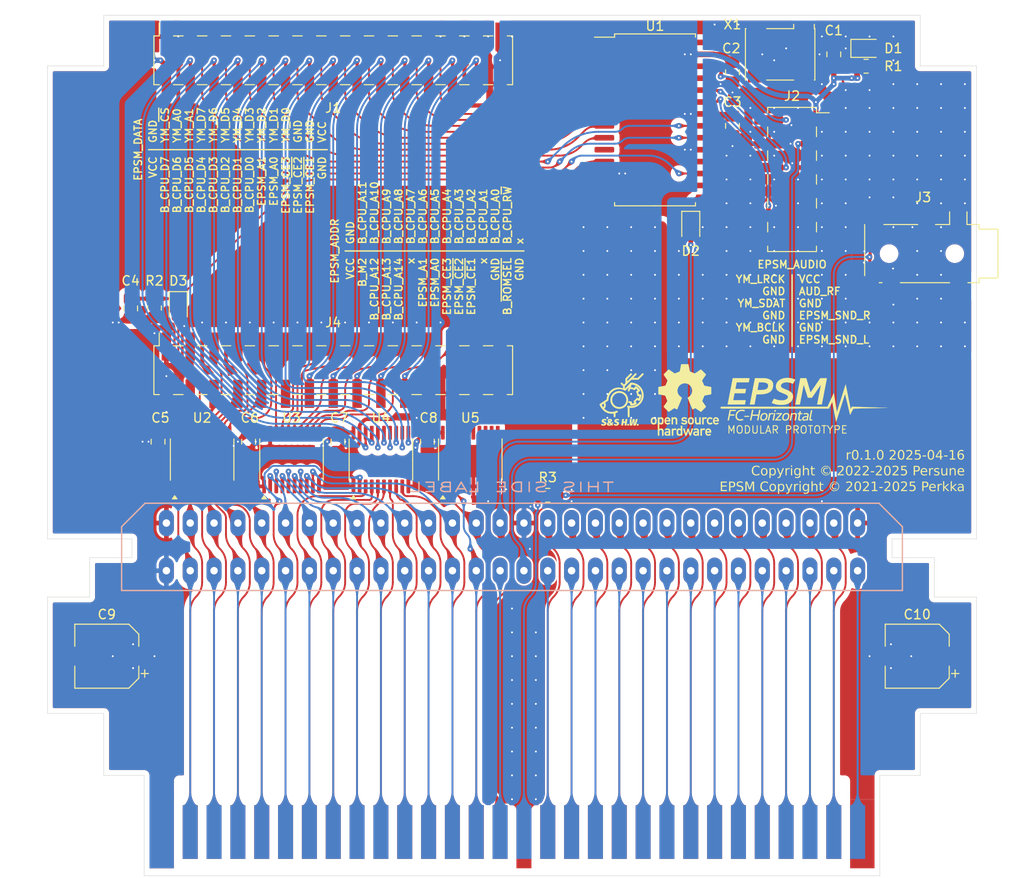
<source format=kicad_pcb>
(kicad_pcb (version 20241229) (generator "pcbnew") (generator_version "9.0")
  (title_block (title "Expansion Port Sound Module - Modular Famicom H Connector") (date "2025-04-16") (rev "r0.1.0") (company "Persune") (comment 1 "Copyright © 2022-2025 Persune") (comment 2 "EPSM Copyright © 2021-2025 Perkka"))
  (layers (0 "F.Cu" mixed) (2 "B.Cu" mixed) (13 "F.Paste" user) (15 "B.Paste" user) (5 "F.SilkS" user "F.Silkscreen") (7 "B.SilkS" user "B.Silkscreen") (1 "F.Mask" user) (3 "B.Mask" user) (25 "Edge.Cuts" user))
  (net 0 "")
  (net 1 "GND")
  (net 2 "VCC")
  (net 3 "/CPU_A8")
  (net 4 "/CPU_A11")
  (net 5 "/PPU_D2")
  (net 6 "/CPU_A1")
  (net 7 "/CPU_D6")
  (net 8 "/CPU_D2")
  (net 9 "/PPU_D0")
  (net 10 "/CPU_A14")
  (net 11 "/CPU_D4")
  (net 12 "/CPU_D7")
  (net 13 "/CPU_A4")
  (net 14 "/AUD_2A03")
  (net 15 "/PPU_A9")
  (net 16 "/PPU_~{RD}")
  (net 17 "/PPU_A1")
  (net 18 "/PPU_A6")
  (net 19 "/CPU_D3")
  (net 20 "/PPU_D3")
  (net 21 "/PPU_A12")
  (net 22 "/PPU_A10")
  (net 23 "/PPU_A5")
  (net 24 "/PPU_D7")
  (net 25 "/PPU_A3")
  (net 26 "/PPU_A4")
  (net 27 "/CPU_A12")
  (net 28 "/CPU_A0")
  (net 29 "/PPU_D5")
  (net 30 "/CIRAM_~{CE}")
  (net 31 "/PPU_D6")
  (net 32 "/~{ROMSEL}")
  (net 33 "/PPU_~{WR}")
  (net 34 "/PPU_A13")
  (net 35 "/CPU_R~{W}")
  (net 36 "/PPU_A0")
  (net 37 "/~{IRQ}")
  (net 38 "/PPU_A8")
  (net 39 "/M2")
  (net 40 "/CPU_A10")
  (net 41 "/CPU_A3")
  (net 42 "/CPU_D5")
  (net 43 "/CPU_A2")
  (net 44 "/PPU_A2")
  (net 45 "/PPU_A11")
  (net 46 "/CPU_A13")
  (net 47 "/CIRAM_A10")
  (net 48 "/PPU_D4")
  (net 49 "/CPU_A9")
  (net 50 "/CPU_D1")
  (net 51 "/PPU_A7")
  (net 52 "/CPU_A5")
  (net 53 "/PPU_~{A13}")
  (net 54 "/CPU_A6")
  (net 55 "/PPU_D1")
  (net 56 "/CPU_A7")
  (net 57 "/CPU_D0")
  (net 58 "/AUD_RF")
  (net 59 "/AUD_EPSM")
  (net 60 "/EPSM_SND_R")
  (net 61 "/~{RESET}")
  (net 62 "Net-(J3-PadR1N)")
  (net 63 "/EPSM_SND_L")
  (net 64 "/B_M2")
  (net 67 "/B_CPU_A7")
  (net 68 "/B_~{ROMSEL}")
  (net 69 "/B_CPU_A14")
  (net 70 "/B_CPU_A0")
  (net 71 "/EPSM_~{CE1}")
  (net 72 "/B_CPU_A3")
  (net 73 "/EPSM_~{CE2}")
  (net 74 "/B_CPU_A12")
  (net 75 "/B_CPU_A9")
  (net 76 "/EPSM_CE3")
  (net 77 "/B_CPU_A6")
  (net 78 "/B_CPU_A4")
  (net 79 "/EPSM_A1")
  (net 80 "/B_CPU_A5")
  (net 81 "/EPSM_A0")
  (net 82 "/B_CPU_A2")
  (net 83 "/B_CPU_A11")
  (net 84 "/B_CPU_A1")
  (net 85 "/B_CPU_A8")
  (net 86 "/B_CPU_R~{W}")
  (net 87 "/B_CPU_A13")
  (net 88 "/B_CPU_A10")
  (net 89 "/YM_D6")
  (net 90 "/YM_D1")
  (net 91 "/B_CPU_D0")
  (net 92 "/YM_D3")
  (net 93 "/B_CPU_D2")
  (net 94 "/YM_D7")
  (net 95 "/B_CPU_D6")
  (net 96 "/B_CPU_D4")
  (net 97 "/B_CPU_D5")
  (net 98 "/YM_~{CS}")
  (net 99 "/YM_D5")
  (net 100 "/YM_D2")
  (net 101 "/YM_A0")
  (net 102 "/YM_D0")
  (net 103 "/YM_A1")
  (net 104 "/B_CPU_D7")
  (net 105 "/B_CPU_D1")
  (net 106 "/YM_D4")
  (net 107 "/B_CPU_D3")
  (net 108 "/YM_LRCK")
  (net 109 "/YM_BCLK")
  (net 110 "/YM_SDAT")
  (net 111 "Net-(U1-FMOSC)")
  (net 120 "Net-(D2-K)")
  (net 122 "Net-(D1-A)")
  (footprint "EPSM YMF288 Modular Famicom Horizontal:maustech icon fiducial 0-50mm 1-50mm" (layer "F.Cu") (at 138.43 86.995)
    (property "Reference" "Ref**" (hide yes))
    (property "Value" "Val**" (hide yes))
  )
  (footprint "Oscillator:Oscillator_SMD_Abracon_ASV-4Pin_7.0x5.1mm" (layer "F.Cu") (at 155.575 50.165 180)
    (property "Reference" "X1")
    (property "Value" "SG-8002CA")
  )
  (footprint "Connector_PinSocket_2.54mm:PinSocket_2x15_P2.54mm_Vertical_SMD" (layer "F.Cu") (at 107.95 50.8 90)
    (property "Reference" "J1")
    (property "Value" "EPSM_DATA")
  )
  (footprint "EPSM YMF288 Modular Famicom Horizontal:EPSM_silkscreen" (layer "F.Cu") (at 158.115 86.995)
    (property "Reference" "Ref**" (hide yes))
    (property "Value" "Val**" (hide yes))
  )
  (footprint "Capacitor_SMD:C_0805_2012Metric_Pad1.18x1.45mm_HandSolder" (layer "F.Cu") (at 108.458 91.44 90)
    (property "Reference" "C7")
    (property "Value" "0.1uF")
  )
  (footprint "Connector_PinSocket_2.54mm:PinSocket_2x15_P2.54mm_Vertical_SMD" (layer "F.Cu") (at 107.95 83.82 90)
    (property "Reference" "J4")
    (property "Value" "EPSM_ADDR")
  )
  (footprint "EPSM YMF288 Modular Famicom Horizontal:SOP-28_8.4x18.1mm_P1.27mm" (layer "F.Cu") (at 142.24 57.15)
    (property "Reference" "U1")
    (property "Value" "YMF288")
  )
  (footprint "Connector_PinSocket_2.54mm:PinSocket_2x06_P2.54mm_Vertical_SMD" (layer "F.Cu") (at 156.845 63.5)
    (property "Reference" "J2")
    (property "Value" "EPSM_AUDIO")
  )
  (footprint "Package_SO:TSSOP-20_4.4x6.5mm_P0.65mm" (layer "F.Cu") (at 113.03 93.345 90)
    (property "Reference" "U4")
    (property "Value" "74HCT541")
  )
  (footprint "Package_SO:TSSOP-20_4.4x6.5mm_P0.65mm" (layer "F.Cu") (at 122.555 93.345 90)
    (property "Reference" "U5")
    (property "Value" "74HCT541")
  )
  (footprint "Package_SO:TSSOP-20_4.4x6.5mm_P0.65mm" (layer "F.Cu") (at 93.98 93.345 90)
    (property "Reference" "U2")
    (property "Value" "74HCT541")
  )
  (footprint "Diode_SMD:D_0805_2012Metric" (layer "F.Cu") (at 146.05 68.58 -90)
    (property "Reference" "D2")
    (property "Value" "CD4148WSP")
  )
  (footprint "EPSM YMF288 Modular Famicom Horizontal:Jack_3.5mm_PJ311_Horizontal" (layer "F.Cu") (at 176.78 71.4 -90)
    (property "Reference" "J3")
    (property "Value" "EPSM_SND_OUT")
  )
  (footprint "Fiducial:Fiducial_0.5mm_Mask1.5mm" (layer "F.Cu") (at 138.43 86.995)
    (property "Reference" "REF**" (hide yes))
    (property "Value" "Fiducial_0.5mm_Mask1.5mm" (hide yes))
  )
  (footprint "Capacitor_SMD:C_0805_2012Metric_Pad1.18x1.45mm_HandSolder" (layer "F.Cu") (at 89.281 91.44 90)
    (property "Reference" "C5")
    (property "Value" "0.1uF")
  )
  (footprint "Fiducial:Fiducial_0.5mm_Mask1.5mm" (layer "F.Cu") (at 85.09 47.625)
    (property "Reference" "REF**" (hide yes))
    (property "Value" "Fiducial_0.5mm_Mask1.5mm" (hide yes))
  )
  (footprint "Diode_SMD:D_0805_2012Metric" (layer "F.Cu") (at 91.44 77.1375 -90)
    (property "Reference" "D3")
    (property "Value" "CD4148WSP")
  )
  (footprint "LED_SMD:LED_0805_2012Metric" (layer "F.Cu") (at 164.7975 49.529)
    (property "Reference" "D1")
    (property "Value" "LED")
  )
  (footprint "Capacitor_SMD:C_0805_2012Metric_Pad1.18x1.45mm_HandSolder" (layer "F.Cu") (at 86.36 77.2375 -90)
    (property "Reference" "C4")
    (property "Value" "5n")
  )
  (footprint "Capacitor_SMD:C_0805_2012Metric_Pad1.18x1.45mm_HandSolder" (layer "F.Cu") (at 117.983 91.44 90)
    (property "Reference" "C8")
    (property "Value" "0.1uF")
  )
  (footprint "Capacitor_SMD:C_0805_2012Metric_Pad1.18x1.45mm_HandSolder" (layer "F.Cu") (at 150.495 52.07 90)
    (property "Reference" "C2")
    (property "Value" "0.1uF")
  )
  (footprint "Fiducial:Fiducial_0.5mm_Mask1.5mm" (layer "F.Cu") (at 85.725 125.095)
    (property "Reference" "REF**" (hide yes))
    (property "Value" "Fiducial_0.5mm_Mask1.5mm" (hide yes))
  )
  (footprint "Resistor_SMD:R_0805_2012Metric_Pad1.20x1.40mm_HandSolder" (layer "F.Cu") (at 164.735 51.434999)
    (property "Reference" "R1")
    (property "Value" "330")
  )
  (footprint "EPSM YMF288 Modular Famicom Horizontal:oshw-logo" (layer "F.Cu") (at 145.415 86.995)
    (property "Reference" "Ref**" (hide yes))
    (property "Value" "Val**" (hide yes))
  )
  (footprint "EPSM YMF288 Modular Famicom Horizontal:HVC-ETROM-01" (layer "F.Cu") (at 127 127)
    (property "Reference" "J5")
    (property "Value" "CONSOLE_M")
  )
  (footprint "Capacitor_SMD:C_0805_2012Metric_Pad1.18x1.45mm_HandSolder" (layer "F.Cu") (at 161.29 50.165 90)
    (property "Reference" "C1")
    (property "Value" "68pF")
  )
  (footprint "Resistor_SMD:R_0805_2012Metric_Pad1.20x1.40mm_HandSolder" (layer "F.Cu") (at 130.81 97.155 180)
    (property "Reference" "R3")
    (property "Value" "1K")
  )
  (footprint "Capacitor_SMD:C_0805_2012Metric_Pad1.18x1.45mm_HandSolder" (layer "F.Cu") (at 98.933 91.44 90)
    (property "Reference" "C6")
    (property "Value" "0.1uF")
  )
  (footprint "Capacitor_SMD:C_0805_2012Metric_Pad1.18x1.45mm_HandSolder" (layer "F.Cu") (at 150.495 57.785 90)
    (property "Reference" "C3")
    (property "Value" "0.1uF")
  )
  (footprint "Capacitor_SMD:CP_Elec_6.3x5.4" (layer "F.Cu") (at 170.18 114.3 180)
    (property "Reference" "C10")
    (property "Value" "100uF")
  )
  (footprint "Capacitor_SMD:CP_Elec_6.3x5.4" (layer "F.Cu") (at 83.82 114.3 180)
    (property "Reference" "C9")
    (property "Value" "100uF")
  )
  (footprint "Package_SO:TSSOP-20_4.4x6.5mm_P0.65mm" (layer "F.Cu") (at 103.505 93.345 90)
    (property "Reference" "U3")
    (property "Value" "74HCT541")
  )
  (footprint "EPSM YMF288 Modular Famicom Horizontal:qr" (layer "F.Cu") (at 171.45 86.995)
    (property "Reference" "Ref**" (hide yes))
    (property "Value" "Val**" (hide yes))
  )
  (footprint "Resistor_SMD:R_0805_2012Metric_Pad1.20x1.40mm_HandSolder" (layer "F.Cu") (at 88.9 77.2 -90)
    (property "Reference" "R2")
    (property "Value" "1K")
  )
  (footprint "EPSM YMF288 Modular Famicom Horizontal:FC_CONN_F" (layer "B.Cu") (at 127 102.65)
    (property "Reference" "J6")
    (property "Value" "CARTRIDGE_F" (hide yes))
  )
  (gr_line (start 128.27 71.12) (end 109.22 71.12) (stroke (width 0.15)) (layer "F.SilkS"))
  (gr_line (start 107.315 60.325) (end 88.265 60.325) (stroke (width 0.15)) (layer "F.SilkS"))
  (gr_line (start 156.845 73.66) (end 156.845 81.28) (stroke (width 0.15)) (layer "F.SilkS"))
  (gr_line (start 170.5 46) (end 170.5 51.4) (stroke (width 0.05)) (layer "Edge.Cuts"))
  (gr_line (start 77.5 51.4) (end 83.5 51.4) (stroke (width 0.05)) (layer "Edge.Cuts"))
  (gr_line (start 83.5 51.4) (end 83.5 46) (stroke (width 0.05)) (layer "Edge.Cuts"))
  (gr_line (start 172 108) (end 176.5 108) (stroke (width 0.05)) (layer "Edge.Cuts"))
  (gr_line (start 176.5 51.4) (end 176.5 101.8) (stroke (width 0.05)) (layer "Edge.Cuts"))
  (gr_line (start 77.5 108) (end 82 108) (stroke (width 0.05)) (layer "Edge.Cuts"))
  (gr_line (start 82 103.8) (end 86.5 103.8) (stroke (width 0.05)) (layer "Edge.Cuts"))
  (gr_line (start 167.5 101.8) (end 167.5 103.8) (stroke (width 0.05)) (layer "Edge.Cuts"))
  (gr_line (start 83.5 120.4) (end 77.5 120.4) (stroke (width 0.05)) (layer "Edge.Cuts"))
  (gr_line (start 170.5 120.4) (end 170.5 127) (stroke (width 0.05)) (layer "Edge.Cuts"))
  (gr_line (start 166.2 127) (end 166.2 137.7) (stroke (width 0.05)) (layer "Edge.Cuts"))
  (gr_line (start 167.5 103.8) (end 172 103.8) (stroke (width 0.05)) (layer "Edge.Cuts"))
  (gr_line (start 87.8 137.7) (end 87.8 127) (stroke (width 0.05)) (layer "Edge.Cuts"))
  (gr_line (start 176.5 101.8) (end 167.5 101.8) (stroke (width 0.05)) (layer "Edge.Cuts"))
  (gr_line (start 83.5 127) (end 83.5 120.4) (stroke (width 0.05)) (layer "Edge.Cuts"))
  (gr_line (start 172 103.8) (end 172 108) (stroke (width 0.05)) (layer "Edge.Cuts"))
  (gr_line (start 87.8 127) (end 83.5 127) (stroke (width 0.05)) (layer "Edge.Cuts"))
  (gr_line (start 82 108) (end 82 103.8) (stroke (width 0.05)) (layer "Edge.Cuts"))
  (gr_line (start 77.5 101.8) (end 77.5 51.4) (stroke (width 0.05)) (layer "Edge.Cuts"))
  (gr_line (start 176.5 120.4) (end 170.5 120.4) (stroke (width 0.05)) (layer "Edge.Cuts"))
  (gr_line (start 176.5 51.4) (end 170.5 51.4) (stroke (width 0.05)) (layer "Edge.Cuts"))
  (gr_line (start 86.5 103.8) (end 86.5 101.8) (stroke (width 0.05)) (layer "Edge.Cuts"))
  (gr_line (start 176.5 108) (end 176.5 120.4) (stroke (width 0.05)) (layer "Edge.Cuts"))
  (gr_line (start 77.5 120.4) (end 77.5 108) (stroke (width 0.05)) (layer "Edge.Cuts"))
  (gr_line (start 86.5 101.8) (end 77.5 101.8) (stroke (width 0.05)) (layer "Edge.Cuts"))
  (gr_line (start 83.5 46) (end 170.5 46) (stroke (width 0.05)) (layer "Edge.Cuts"))
  (gr_line (start 170.5 127) (end 166.2 127) (stroke (width 0.05)) (layer "Edge.Cuts"))
  (gr_line (start 166.2 137.7) (end 87.8 137.7) (stroke (width 0.05)) (layer "Edge.Cuts"))
  (gr_text "${242dcf53-68a3-47e1-b52a-b10f584bb2d8:SHORT_NET_NAME(1)}\n${242dcf53-68a3-47e1-b52a-b10f584bb2d8:SHORT_NET_NAME(3)}\n${242dcf53-68a3-47e1-b52a-b10f584bb2d8:SHORT_NET_NAME(5)}\n${242dcf53-68a3-47e1-b52a-b10f584bb2d8:SHORT_NET_NAME(7)}\n${242dcf53-68a3-47e1-b52a-b10f584bb2d8:SHORT_NET_NAME(9)}\n${242dcf53-68a3-47e1-b52a-b10f584bb2d8:SHORT_NET_NAME(11)}\n${242dcf53-68a3-47e1-b52a-b10f584bb2d8:SHORT_NET_NAME(13)}\n${242dcf53-68a3-47e1-b52a-b10f584bb2d8:SHORT_NET_NAME(15)}\n${242dcf53-68a3-47e1-b52a-b10f584bb2d8:SHORT_NET_NAME(17)}\n${242dcf53-68a3-47e1-b52a-b10f584bb2d8:SHORT_NET_NAME(19)}\n${242dcf53-68a3-47e1-b52a-b10f584bb2d8:SHORT_NET_NAME(21)}\n${242dcf53-68a3-47e1-b52a-b10f584bb2d8:SHORT_NET_NAME(23)}\n${242dcf53-68a3-47e1-b52a-b10f584bb2d8:SHORT_NET_NAME(25)}\n${242dcf53-68a3-47e1-b52a-b10f584bb2d8:SHORT_NET_NAME(27)}\nx" (at 128.27 70.485 90) (layer "F.SilkS") (effects (font (size 0.8 0.8) (thickness 0.15) (bold yes)) (justify left bottom)))
  (gr_text "${3ac67ab5-fd37-4904-87da-f945acaba61e:SHORT_NET_NAME(2)}\n${3ac67ab5-fd37-4904-87da-f945acaba61e:SHORT_NET_NAME(4)}\n${3ac67ab5-fd37-4904-87da-f945acaba61e:SHORT_NET_NAME(6)}\n${3ac67ab5-fd37-4904-87da-f945acaba61e:SHORT_NET_NAME(8)}\n${3ac67ab5-fd37-4904-87da-f945acaba61e:SHORT_NET_NAME(10)}\n${3ac67ab5-fd37-4904-87da-f945acaba61e:SHORT_NET_NAME(12)}" (at 156.21 73.66 0) (layer "F.SilkS") (effects (font (size 0.8 0.8) (thickness 0.15) (bold yes)) (justify right top)))
  (gr_text "MODULAR PROTOTYPE" (at 149.86 90.17 0) (layer "F.SilkS") (effects (font (size 0.8 0.8) (thickness 0.1)) (justify left)))
  (gr_text "${3ac67ab5-fd37-4904-87da-f945acaba61e:SHORT_NET_NAME(1)}\n${3ac67ab5-fd37-4904-87da-f945acaba61e:SHORT_NET_NAME(3)}\n${3ac67ab5-fd37-4904-87da-f945acaba61e:SHORT_NET_NAME(5)}\n${3ac67ab5-fd37-4904-87da-f945acaba61e:SHORT_NET_NAME(7)}\n${3ac67ab5-fd37-4904-87da-f945acaba61e:SHORT_NET_NAME(9)}\n${3ac67ab5-fd37-4904-87da-f945acaba61e:SHORT_NET_NAME(11)}" (at 157.48 73.66 0) (layer "F.SilkS") (effects (font (size 0.8 0.8) (thickness 0.15) (bold yes)) (justify left top)))
  (gr_text "${13d315c8-c48c-4f14-87e2-8fcc46545fb9:SHORT_NET_NAME(2)}\n${13d315c8-c48c-4f14-87e2-8fcc46545fb9:SHORT_NET_NAME(4)}\n${13d315c8-c48c-4f14-87e2-8fcc46545fb9:SHORT_NET_NAME(6)}\n${13d315c8-c48c-4f14-87e2-8fcc46545fb9:SHORT_NET_NAME(8)}\n${13d315c8-c48c-4f14-87e2-8fcc46545fb9:SHORT_NET_NAME(10)}\n${13d315c8-c48c-4f14-87e2-8fcc46545fb9:SHORT_NET_NAME(12)}\n${13d315c8-c48c-4f14-87e2-8fcc46545fb9:SHORT_NET_NAME(14)}\n${13d315c8-c48c-4f14-87e2-8fcc46545fb9:SHORT_NET_NAME(16)}\n${13d315c8-c48c-4f14-87e2-8fcc46545fb9:SHORT_NET_NAME(18)}\n${13d315c8-c48c-4f14-87e2-8fcc46545fb9:SHORT_NET_NAME(20)}\n${13d315c8-c48c-4f14-87e2-8fcc46545fb9:SHORT_NET_NAME(22)}\n${13d315c8-c48c-4f14-87e2-8fcc46545fb9:SHORT_NET_NAME(24)}\n${13d315c8-c48c-4f14-87e2-8fcc46545fb9:SHORT_NET_NAME(26)}\n${13d315c8-c48c-4f14-87e2-8fcc46545fb9:SHORT_NET_NAME(28)}\n${13d315c8-c48c-4f14-87e2-8fcc46545fb9:SHORT_NET_NAME(30)}" (at 88.265 60.96 90) (layer "F.SilkS") (effects (font (size 0.8 0.8) (thickness 0.15) (bold yes)) (justify right top)))
  (gr_text "${3ac67ab5-fd37-4904-87da-f945acaba61e:VALUE}" (at 156.845 73.025 0) (layer "F.SilkS") (effects (font (size 0.8 0.8) (thickness 0.15) (bold yes)) (justify bottom)))
  (gr_text "${242dcf53-68a3-47e1-b52a-b10f584bb2d8:SHORT_NET_NAME(2)}\n${242dcf53-68a3-47e1-b52a-b10f584bb2d8:SHORT_NET_NAME(4)}\n${242dcf53-68a3-47e1-b52a-b10f584bb2d8:SHORT_NET_NAME(6)}\n${242dcf53-68a3-47e1-b52a-b10f584bb2d8:SHORT_NET_NAME(8)}\n${242dcf53-68a3-47e1-b52a-b10f584bb2d8:SHORT_NET_NAME(10)}\nx\n${242dcf53-68a3-47e1-b52a-b10f584bb2d8:SHORT_NET_NAME(14)}\n${242dcf53-68a3-47e1-b52a-b10f584bb2d8:SHORT_NET_NAME(16)}\n${242dcf53-68a3-47e1-b52a-b10f584bb2d8:SHORT_NET_NAME(18)}\n${242dcf53-68a3-47e1-b52a-b10f584bb2d8:SHORT_NET_NAME(20)}\n${242dcf53-68a3-47e1-b52a-b10f584bb2d8:SHORT_NET_NAME(22)}\nx\n${242dcf53-68a3-47e1-b52a-b10f584bb2d8:SHORT_NET_NAME(26)}\n${242dcf53-68a3-47e1-b52a-b10f584bb2d8:SHORT_NET_NAME(28)}\n${242dcf53-68a3-47e1-b52a-b10f584bb2d8:SHORT_NET_NAME(30)}" (at 128.27 71.755 90) (layer "F.SilkS") (effects (font (size 0.8 0.8) (thickness 0.15) (bold yes)) (justify right bottom)))
  (gr_text "${REVISION} ${ISSUE_DATE}\n${COMMENT1}\n${COMMENT2}" (at 175.26 94.615 0) (layer "F.SilkS") (effects (font (size 1 1) (thickness 0.125)) (justify right)))
  (gr_text "${13d315c8-c48c-4f14-87e2-8fcc46545fb9:SHORT_NET_NAME(1)}\n${13d315c8-c48c-4f14-87e2-8fcc46545fb9:SHORT_NET_NAME(3)}\n${13d315c8-c48c-4f14-87e2-8fcc46545fb9:SHORT_NET_NAME(5)}\n${13d315c8-c48c-4f14-87e2-8fcc46545fb9:SHORT_NET_NAME(7)}\n${13d315c8-c48c-4f14-87e2-8fcc46545fb9:SHORT_NET_NAME(9)}\n${13d315c8-c48c-4f14-87e2-8fcc46545fb9:SHORT_NET_NAME(11)}\n${13d315c8-c48c-4f14-87e2-8fcc46545fb9:SHORT_NET_NAME(13)}\n${13d315c8-c48c-4f14-87e2-8fcc46545fb9:SHORT_NET_NAME(15)}\n${13d315c8-c48c-4f14-87e2-8fcc46545fb9:SHORT_NET_NAME(17)}\n${13d315c8-c48c-4f14-87e2-8fcc46545fb9:SHORT_NET_NAME(19)}\n${13d315c8-c48c-4f14-87e2-8fcc46545fb9:SHORT_NET_NAME(21)}\n${13d315c8-c48c-4f14-87e2-8fcc46545fb9:SHORT_NET_NAME(23)}\n${13d315c8-c48c-4f14-87e2-8fcc46545fb9:SHORT_NET_NAME(25)}\n${13d315c8-c48c-4f14-87e2-8fcc46545fb9:SHORT_NET_NAME(27)}\n${13d315c8-c48c-4f14-87e2-8fcc46545fb9:SHORT_NET_NAME(29)}" (at 88.265 59.69 90) (layer "F.SilkS") (effects (font (size 0.8 0.8) (thickness 0.15) (bold yes)) (justify left top)))
  (gr_text "${242dcf53-68a3-47e1-b52a-b10f584bb2d8:VALUE}" (at 108.585 71.12 90) (layer "F.SilkS") (effects (font (size 0.8 0.8) (thickness 0.15) (bold yes)) (justify bottom)))
  (gr_text "${13d315c8-c48c-4f14-87e2-8fcc46545fb9:VALUE}" (at 87.63 60.325 90) (layer "F.SilkS") (effects (font (size 0.8 0.8) (thickness 0.15) (bold yes)) (justify bottom)))
  (segment (start 99.695 91.44) (end 98.933 92.4775) (width 0.5) (layer "F.Cu") (net 1))
  (segment (start 91.5725 89.0325) (end 91.44 88.9) (width 0.4) (layer "F.Cu") (net 1))
  (segment (start 133.35 97.79) (end 133.4075 97.7325) (width 0.5) (layer "F.Cu") (net 1))
  (segment (start 119.63 95.422776) (end 119.63 96.2075) (width 0.4) (layer "F.Cu") (net 1))
  (segment (start 121.6865 95.1025) (end 121.793 94.996) (width 0.4) (layer "F.Cu") (net 1))
  (segment (start 100.58 95.766579) (end 100.58 96.2075) (width 0.4) (layer "F.Cu") (net 1))
  (segment (start 114.357 88.97) (end 114.427 88.9) (width 0.4) (layer "F.Cu") (net 1))
  (segment (start 109.98 95.248) (end 109.855 95.123) (width 0.4) (layer "F.Cu") (net 1))
  (segment (start 133.465 96.751317) (end 133.465 97.593682) (width 0.5) (layer "F.Cu") (net 1))
  (segment (start 149.225 53.34) (end 150.495 53.1075) (width 0.5) (layer "F.Cu") (net 1))
  (segment (start 149.89128 55.654813) (end 150.204346 55.341746) (width 0.5) (layer "F.Cu") (net 1))
  (segment (start 154.325 59.69) (end 154.801374 59.69) (width 0.5) (layer "F.Cu") (net 1))
  (segment (start 115.955 95.549776) (end 115.955 96.2075) (width 0.4) (layer "F.Cu") (net 1))
  (segment (start 110.90825 89.49775) (end 110.90925 89.49675) (width 0.4) (layer "F.Cu") (net 1))
  (segment (start 91.705 90.4825) (end 91.705 89.352383) (width 0.4) (layer "F.Cu") (net 1))
  (segment (start 101.23 90.4825) (end 101.23 91.694) (width 0.4) (layer "F.Cu") (net 1))
  (segment (start 110.755 91.316011) (end 110.755 90.89825) (width 0.4) (layer "F.Cu") (net 1))
  (segment (start 109.22 91.44) (end 108.458 92.4775) (width 0.5) (layer "F.Cu") (net 1))
  (segment (start 106.43 95.422776) (end 106.43 96.2075) (width 0.4) (layer "F.Cu") (net 1))
  (segment (start 110.755 90.06675) (end 110.755 89.867728) (width 0.4) (layer "F.Cu") (net 1))
  (segment (start 96.905 95.422776) (end 96.905 96.2075) (width 0.4) (layer "F.Cu") (net 1))
  (segment (start 91.055 95.422776) (end 91.055 96.2075) (width 0.4) (layer "F.Cu") (net 1))
  (segment (start 97.03 95.121) (end 97.155 94.996) (width 0.4) (layer "F.Cu") (net 1))
  (segment (start 120.28 90.4825) (end 120.28 91.81) (width 0.4) (layer "F.Cu") (net 1))
  (segment (start 121.58 95.359613) (end 121.58 96.2075) (width 0.4) (layer "F.Cu") (net 1))
  (segment (start 110.755 90.06675) (end 110.755 90.89825) (width 0.4) (layer "F.Cu") (net 1))
  (segment (start 100.3915 95.3115) (end 100.203 95.123) (width 0.4) (layer "F.Cu") (net 1))
  (segment (start 91.705 90.4825) (end 91.705 91.694) (width 0.4) (layer "F.Cu") (net 1))
  (segment (start 167.38 114.3) (end 165.1 114.3) (width 0.5) (layer "F.Cu") (net 1))
  (segment (start 90.93 95.121) (end 90.805 94.996) (width 0.4) (layer "F.Cu") (net 1))
  (segment (start 106.635098 95.040901) (end 106.555 95.121) (width 0.4) (layer "F.Cu") (net 1))
  (segment (start 111.21375 89.19225) (end 110.90925 89.49675) (width 0.4) (layer "F.Cu") (net 1))
  (segment (start 150.495 54.640046) (end 150.495 54.229) (width 0.5) (layer "F.Cu") (net 1))
  (segment (start 106.7435 94.996) (end 106.807 94.996) (width 0.4) (layer "F.Cu") (net 1))
  (segment (start 110.4955 91.9425) (end 110.236 92.202) (width 0.4) (layer "F.Cu") (net 1))
  (segment (start 120.28 89.38958) (end 120.28 90.4825) (width 0.4) (layer "F.Cu") (net 1))
  (segment (start 159.365 67.31) (end 159.725 67.31) (width 0.5) (layer "F.Cu") (net 1))
  (segment (start 114.188005 89.04) (end 111.581314 89.04) (width 0.4) (layer "F.Cu") (net 1))
  (segment (start 110.105 95.549776) (end 110.105 96.2075) (width 0.4) (layer "F.Cu") (net 1))
  (segment (start 119.505 95.121) (end 119.38 94.996) (width 0.4) (layer "F.Cu") (net 1))
  (segment (start 167.38 114.3) (end 167.38 113.03) (width 0.5) (layer "F.Cu") (net 1))
  (segment (start 133.35 96.555) (end 133.4075 96.6125) (width 0.5) (layer "F.Cu") (net 1))
  (segment (start 116.08 95.248) (end 116.205 95.123) (width 0.4) (layer "F.Cu") (net 1))
  (segment (start 90.17 81.3) (end 90.17 81.28) (width 0.5) (layer "F.Cu") (net 1))
  (segment (start 167.38 114.3) (end 169.545 114.3) (width 0.5) (layer "F.Cu") (net 1))
  (segment (start 118.745 91.44) (end 117.983 92.4775) (width 0.5) (layer "F.Cu") (net 1))
  (segment (start 167.38 114.3) (end 167.38 115.57) (width 0.5) (layer "F.Cu") (net 1))
  (segment (start 120.211 89.223) (end 120.142 89.154) (width 0.4) (layer "F.Cu") (net 1))
  (via (at 154.94 76.2) (size 0.6) (drill 0.2) (layers "F.Cu" "B.Cu") (net 1))
  (via (at 116.84 78.74) (size 0.6) (drill 0.2) (layers "F.Cu" "B.Cu") (net 1))
  (via (at 160.02 68.58) (size 0.6) (drill 0.2) (layers "F.Cu" "B.Cu") (net 1))
  (via (at 153.67 50.165) (size 0.6) (drill 0.2) (layers "F.Cu" "B.Cu") (net 1))
  (via (at 157.48 81.28) (size 0.6) (drill 0.2) (layers "F.Cu" "B.Cu") (net 1))
  (via (at 124.46 97.79) (size 0.6) (drill 0.2) (layers "F.Cu" "B.Cu") (net 1))
  (via (at 116.84 88.9) (size 0.6) (drill 0.2) (layers "F.Cu" "B.Cu") (net 1))
  (via (at 127 111.76) (size 0.6) (drill 0.2) (layers "F.Cu" "B.Cu") (net 1))
  (via (at 149.86 78.74) (size 0.6) (drill 0.2) (layers "F.Cu" "B.Cu") (net 1))
  (via (at 128.905 102.87) (size 0.6) (drill 0.2) (layers "F.Cu" "B.Cu") (net 1))
  (via (at 91.44 48.26) (size 0.6) (drill 0.2) (layers "F.Cu" "B.Cu") (net 1))
  (via (at 167.64 63.5) (size 0.6) (drill 0.2) (layers "F.Cu" "B.Cu") (net 1))
  (via (at 88.9 79.883) (size 0.6) (drill 0.2) (layers "F.Cu" "B.Cu") (net 1))
  (via (at 160.02 48.26) (size 0.6) (drill 0.2) (layers "F.Cu" "B.Cu") (net 1))
  (via (at 157.48 63.5) (size 0.6) (drill 0.2) (layers "F.Cu" "B.Cu") (net 1))
  (via (at 170.18 73.66) (size 0.6) (drill 0.2) (layers "F.Cu" "B.Cu") (net 1))
  (via (at 167.64 48.26) (size 0.6) (drill 0.2) (layers "F.Cu" "B.Cu") (net 1))
  (via (at 175.26 55.88) (size 0.6) (drill 0.2) (layers "F.Cu" "B.Cu") (net 1))
  (via (at 129.54 127) (size 0.6) (drill 0.2) (layers "F.Cu" "B.Cu") (net 1))
  (via (at 127 116.84) (size 0.6) (drill 0.2) (layers "F.Cu" "B.Cu") (net 1))
  (via (at 165.1 65.405) (size 0.6) (drill 0.2) (layers "F.Cu" "B.Cu") (net 1))
  (via (at 157.48 78.74) (size 0.6) (drill 0.2) (layers "F.Cu" "B.Cu") (net 1))
  (via (at 167.64 78.74) (size 0.6) (drill 0.2) (layers "F.Cu" "B.Cu") (net 1))
  (via (at 175.26 58.42) (size 0.6) (drill 0.2) (layers "F.Cu" "B.Cu") (net 1))
  (via (at 127 119.38) (size 0.6) (drill 0.2) (layers "F.Cu" "B.Cu") (net 1))
  (via (at 99.695 91.44) (size 0.6) (drill 0.2) (layers "F.Cu" "B.Cu") (net 1))
  (via (at 172.72 81.28) (size 0.6) (drill 0.2) (layers "F.Cu" "B.Cu") (net 1))
  (via (at 167.64 81.28) (size 0.6) (drill 0.2) (layers "F.Cu" "B.Cu") (net 1))
  (via (at 167.64 55.88) (size 0.6) (drill 0.2) (layers "F.Cu" "B.Cu") (net 1))
  (via (at 152.4 73.66) (size 0.6) (drill 0.2) (layers "F.Cu" "B.Cu") (net 1))
  (via (at 170.18 63.5) (size 0.6) (drill 0.2) (layers "F.Cu" "B.Cu") (net 1))
  (via (at 167.64 76.835) (size 0.6) (drill 0.2) (layers "F.Cu" "B.Cu") (net 1))
  (via (at 127 127) (size 0.6) (drill 0.2) (layers "F.Cu" "B.Cu") (net 1))
  (via (at 157.48 55.88) (size 0.6) (drill 0.2) (layers "F.Cu" "B.Cu") (net 1))
  (via (at 93.98 78.74) (size 0.6) (drill 0.2) (layers "F.Cu" "B.Cu") (net 1))
  (via (at 170.18 81.28) (size 0.6) (drill 0.2) (layers "F.Cu" "B.Cu") (net 1))
  (via (at 170.18 60.96) (size 0.6) (drill 0.2) (layers "F.Cu" "B.Cu") (net 1))
  (via (at 129.54 116.84) (size 0.6) (drill 0.2) (layers "F.Cu" "B.Cu") (net 1))
  (via (at 152.4 68.58) (size 0.6) (drill 0.2) (layers "F.Cu" "B.Cu") (net 1))
  (via (at 154.94 60.96) (size 0.6) (drill 0.2) (layers "F.Cu" "B.Cu") (net 1))
  (via (at 167.38 113.03) (size 0.6) (drill 0.2) (layers "F.Cu" "B.Cu") (net 1))
  (via (at 109.22 91.44) (size 0.6) (drill 0.2) (layers "F.Cu" "B.Cu") (net 1))
  (via (at 162.56 73.66) (size 0.6) (drill 0.2) (layers "F.Cu" "B.Cu") (net 1))
  (via (at 175.26 60.96) (size 0.6) (drill 0.2) (layers "F.Cu" "B.Cu") (net 1))
  (via (at 167.64 60.96) (size 0.6) (drill 0.2) (layers "F.Cu" "B.Cu") (net 1))
  (via (at 156.865745 61.77174) (size 0.6) (drill 0.2) (layers "F.Cu" "B.Cu") (net 1))
  (via (at 164.499997 72.355) (size 0.6) (drill 0.2) (layers "F.Cu" "B.Cu") (net 1))
  (via (at 156.679997 59.69) (size 0.6) (drill 0.2) (layers "F.Cu" "B.Cu") (net 1))
  (via (at 149.86 73.66) (size 0.6) (drill 0.2) (layers "F.Cu" "B.Cu") (net 1))
  (via (at 144.78 78.74) (size 0.6) (drill 0.2) (layers "F.Cu" "B.Cu") (net 1))
  (via (at 172.72 76.2) (size 0.6) (drill 0.2) (layers "F.Cu" "B.Cu") (net 1))
  (via (at 152.4 60.96) (size 0.6) (drill 0.2) (layers "F.Cu" "B.Cu") (net 1))
  (via (at 175.26 78.74) (size 0.6) (drill 0.2) (layers "F.Cu" "B.Cu") (net 1))
  (via (at 133.35 96.555) (size 0.6) (drill 0.2) (layers "F.Cu" "B.Cu") (net 1))
  (via (at 164.548799 71.155) (size 0.6) (drill 0.2) (layers "F.Cu" "B.Cu") (net 1))
  (via (at 159.766 50.165) (size 0.6) (drill 0.2) (layers "F.Cu" "B.Cu") (net 1))
  (via (at 149.86 60.96) (size 0.6) (drill 0.2) (layers "F.Cu" "B.Cu") (net 1))
  (via (at 156.775687 57.715687) (size 0.6) (drill 0.2) (layers "F.Cu" "B.Cu") (net 1))
  (via (at 152.4 58.42) (size 0.6) (drill 0.2) (layers "F.Cu" "B.Cu") (net 1))
  (via (at 149.86 68.58) (size 0.6) (drill 0.2) (layers "F.Cu" "B.Cu") (net 1))
  (via (at 165.1 60.96) (size 0.6) (drill 0.2) (layers "F.Cu" "B.Cu") (net 1))
  (via (at 172.72 66.04) (size 0.6) (drill 0.2) (layers "F.Cu" "B.Cu") (net 1))
  (via (at 157.48 76.2) (size 0.6) (drill 0.2) (layers "F.Cu" "B.Cu") (net 1))
  (via (at 172.72 78.74) (size 0.6) (drill 0.2) (layers "F.Cu" "B.Cu") (net 1))
  (via (at 148.59 46.99) (size 0.6) (drill 0.2) (layers "F.Cu" "B.Cu") (net 1))
  (via (at 167.64 68.58) (size 0.6) (drill 0.2) (layers "F.Cu" "B.Cu") (net 1))
  (via (at 126.365 96.52) (size 0.6) (drill 0.2) (layers "F.Cu" "B.Cu") (net 1))
  (via (at 169.545 114.3) (size 0.6) (drill 0.2) (layers "F.Cu" "B.Cu") (net 1))
  (via (at 165.1 114.3) (size 0.6) (drill 0.2) (layers "F.Cu" "B.Cu") (net 1))
  (via (at 152.4 78.74) (size 0.6) (drill 0.2) (layers "F.Cu" "B.Cu") (net 1))
  (via (at 144.78 73.66) (size 0.6) (drill 0.2) (layers "F.Cu" "B.Cu") (net 1))
  (via (at 162.56 49.53) (size 0.6) (drill 0.2) (layers "F.Cu" "B.Cu") (net 1))
  (via (at 118.745 91.44) (size 0.6) (drill 0.2) (layers "F.Cu" "B.Cu") (net 1))
  (via (at 175.26 66.04) (size 0.6) (drill 0.2) (layers "F.Cu" "B.Cu") (net 1))
  (via (at 147.32 73.66) (size 0.6) (drill 0.2) (layers "F.Cu" "B.Cu") (net 1))
  (via (at 165.1 63.5) (size 0.6) (drill 0.2) (layers "F.Cu" "B.Cu") (net 1))
  (via (at 170.18 71.12) (size 0.6) (drill 0.2) (layers "F.Cu" "B.Cu") (net 1))
  (via (at 147.32 81.28) (size 0.6) (drill 0.2) (layers "F.Cu" "B.Cu") (net 1))
  (via (at 167.64 50.8) (size 0.6) (drill 0.2) (layers "F.Cu" "B.Cu") (net 1))
  (via (at 165.1 81.28) (size 0.6) (drill 0.2) (layers "F.Cu" "B.Cu") (net 1))
  (via (at 160.02 73.66) (size 0.6) (drill 0.2) (layers "F.Cu" "B.Cu") (net 1))
  (via (at 154.94 81.28) (size 0.6) (drill 0.2) (layers "F.Cu" "B.Cu") (net 1))
  (via (at 127 114.3) (size 0.6) (drill 0.2) (layers "F.Cu" "B.Cu") (net 1))
  (via (at 165.1 53.975) (size 0.6) (drill 0.2) (layers "F.Cu" "B.Cu") (net 1))
  (via (at 170.18 66.04) (size 0.6) (drill 0.2) (layers "F.Cu" "B.Cu") (net 1))
  (via (at 167.38 115.57) (size 0.6) (drill 0.2) (layers "F.Cu" "B.Cu") (net 1))
  (via (at 129.54 111.76) (size 0.6) (drill 0.2) (layers "F.Cu" "B.Cu") (net 1))
  (via (at 133.35 97.79) (size 0.6) (drill 0.2) (layers "F.Cu" "B.Cu") (net 1))
  (via (at 149.86 81.28) (size 0.6) (drill 0.2) (layers "F.Cu" "B.Cu") (net 1))
  (via (at 144.78 76.2) (size 0.6) (drill 0.2) (layers "F.Cu" "B.Cu") (net 1))
  (via (at 129.54 129.54) (size 0.6) (drill 0.2) (layers "F.Cu" "B.Cu") (net 1))
  (via (at 170.18 78.74) (size 0.6) (drill 0.2) (layers "F.Cu" "B.Cu") (net 1))
  (via (at 121.92 48.26) (size 0.6) (drill 0.2) (layers "F.Cu" "B.Cu") (net 1))
  (via (at 162.56 53.975) (size 0.6) (drill 0.2) (layers "F.Cu" "B.Cu") (net 1))
  (via (at 165.1 48.26) (size 0.6) (drill 0.2) (layers "F.Cu" "B.Cu") (net 1))
  (via (at 175.26 63.5) (size 0.6) (drill 0.2) (layers "F.Cu" "B.Cu") (net 1))
  (via (at 129.54 121.92) (size 0.6) (drill 0.2) (layers "F.Cu" "B.Cu") (net 1))
  (via (at 101.6 78.74) (size 0.6) (drill 0.2) (layers "F.Cu" "B.Cu") (net 1))
  (via (at 149.86 63.5) (size 0.6) (drill 0.2) (layers "F.Cu" "B.Cu") (net 1))
  (via (at 127 109.22) (size 0.6) (drill 0.2) (layers "F.Cu" "B.Cu") (net 1))
  (via (at 169.672 68.58) (size 0.6) (drill 0.2) (layers "F.Cu" "B.Cu") (net 1))
  (via (at 162.56 63.5) (size 0.6) (drill 0.2) (layers "F.Cu" "B.Cu") (net 1))
  (via (at 119.38 48.26) (size 0.6) (drill 0.2) (layers "F.Cu" "B.Cu") (net 1))
  (via (at 172.72 73.66) (size 0.6) (drill 0.2) (layers "F.Cu" "B.Cu") (net 1))
  (via (at 170.18 58.42) (size 0.6) (drill 0.2) (layers "F.Cu" "B.Cu") (net 1))
  (via (at 160.02 58.42) (size 0.6) (drill 0.2) (layers "F.Cu" "B.Cu") (net 1))
  (via (at 170.18 55.88) (size 0.6) (drill 0.2) (layers "F.Cu" "B.Cu") (net 1))
  (via (at 147.32 68.58) (size 0.6) (drill 0.2) (layers "F.Cu" "B.Cu") (net 1))
  (via (at 124.46 48.26) (size 0.6) (drill 0.2) (layers "F.Cu" "B.Cu") (net 1))
  (via (at 154.94 71.12) (size 0.6) (drill 0.2) (layers "F.Cu" "B.Cu") (net 1))
  (via (at 154.94 50.8) (size 0.6) (drill 0.2) (layers "F.Cu" "B.Cu") (net 1))
  (via (at 109.22 78.74) (size 0.6) (drill 0.2) (layers "F.Cu" "B.Cu") (net 1))
  (via (at 160.02 53.34) (size 0.6) (drill 0.2) (layers "F.Cu" "B.Cu") (net 1))
  (via (at 150.495 59.944) (size 0.6) (drill 0.2) (layers "F.Cu" "B.Cu") (net 1))
  (via (at 160.02 60.96) (size 0.6) (drill 0.2) (layers "F.Cu" "B.Cu") (net 1))
  (via (at 149.225 53.34) (size 0.6) (drill 0.2) (layers "F.Cu" "B.Cu") (net 1))
  (via (at 167.604644 72.989644) (size 0.6) (drill 0.2) (layers "F.Cu" "B.Cu") (net 1))
  (via (at 172.72 53.34) (size 0.6) (drill 0.2) (layers "F.Cu" "B.Cu") (net 1))
  (via (at 152.4 55.88) (size 0.6) (drill 0.2) (layers "F.Cu" "B.Cu") (net 1))
  (via (at 114.3 78.74) (size 0.6) (drill 0.2) (layers "F.Cu" "B.Cu") (net 1))
  (via (at 104.14 78.74) (size 0.6) (drill 0.2) (layers "F.Cu" "B.Cu") (net 1))
  (via (at 160.02 71.12) (size 0.6) (drill 0.2) (layers "F.Cu" "B.Cu") (net 1))
  (via (at 144.78 81.28) (size 0.6) (drill 0.2) (layers "F.Cu" "B.Cu") (net 1))
  (via (at 167.64 53.34) (size 0.6) (drill 0.2) (layers "F.Cu" "B.Cu") (net 1))
  (via (at 147.32 78.74) (size 0.6) (drill 0.2) (layers "F.Cu" "B.Cu") (net 1))
  (via (at 160.02 78.74) (size 0.6) (drill 0.2) (layers "F.Cu" "B.Cu") (net 1))
  (via (at 127 121.92) (size 0.6) (drill 0.2) (layers "F.Cu" "B.Cu") (net 1))
  (via (at 162.56 68.58) (size 0.6) (drill 0.2) (layers "F.Cu" "B.Cu") (net 1))
  (via (at 172.72 58.42) (size 0.6) (drill 0.2) (layers "F.Cu" "B.Cu") (net 1))
  (via (at 162.56 60.96) (size 0.6) (drill 0.2) (layers "F.Cu" "B.Cu") (net 1))
  (via (at 160.02 66.04) (size 0.6) (drill 0.2) (layers "F.Cu" "B.Cu") (net 1))
  (via (at 172.72 55.88) (size 0.6) (drill 0.2) (layers "F.Cu" "B.Cu") (net 1))
  (via (at 99.06 78.74) (size 0.6) (drill 0.2) (layers "F.Cu" "B.Cu") (net 1))
  (via (at 147.32 76.2) (size 0.6) (drill 0.2) (layers "F.Cu" "B.Cu") (net 1))
  (via (at 149.86 66.04) (size 0.6) (drill 0.2) (layers "F.Cu" "B.Cu") (net 1))
  (via (at 154.94 73.66) (size 0.6) (drill 0.2) (layers "F.Cu" "B.Cu") (net 1))
  (via (at 149.86 76.2) (size 0.6) (drill 0.2) (layers "F.Cu" "B.Cu") (net 1))
  (via (at 165.1 78.74) (size 0.6) (drill 0.2) (layers "F.Cu" "B.Cu") (net 1))
  (via (at 119.38 78.74) (size 0.6) (drill 0.2) (layers "F.Cu" "B.Cu") (net 1))
  (via (at 106.68 78.74) (size 0.6) (drill 0.2) (layers "F.Cu" "B.Cu") (net 1))
  (via (at 151.13 46.99) (size 0.6) (drill 0.2) (layers "F.Cu" "B.Cu") (net 1))
  (via (at 175.26 81.28) (size 0.6) (drill 0.2) (layers "F.Cu" "B.Cu") (net 1))
  (via (at 154.94 63.5) (size 0.6) (drill 0.2) (layers "F.Cu" "B.Cu") (net 1))
  (via (at 157.48 68.58) (size 0.6) (drill 0.2) (layers "F.Cu" "B.Cu") (net 1))
  (via (at 152.4 76.2) (size 0.6) (drill 0.2) (layers "F.Cu" "B.Cu") (net 1))
  (via (at 170.18 53.34) (size 0.6) (drill 0.2) (layers "F.Cu" "B.Cu") (net 1))
  (via (at 127 124.46) (size 0.6) (drill 0.2) (layers "F.Cu" "B.Cu") (net 1))
  (via (at 152.4 63.5) (size 0.6) (drill 0.2) (layers "F.Cu" "B.Cu") (net 1))
  (via (at 170.18 76.2) (size 0.6) (drill 0.2) (layers "F.Cu" "B.Cu") (net 1))
  (via (at 165.1 58.42) (size 0.6) (drill 0.2) (layers "F.Cu" "B.Cu") (net 1))
  (via (at 129.54 124.46) (size 0.6) (drill 0.2) (layers "F.Cu" "B.Cu") (net 1))
  (via (at 92.075 79.121) (size 0.6) (drill 0.2) (layers "F.Cu" "B.Cu") (net 1))
  (via (at 162.56 71.12) (size 0.6) (drill 0.2) (layers "F.Cu" "B.Cu") (net 1))
  (via (at 162.56 58.42) (size 0.6) (drill 0.2) (layers "F.Cu" "B.Cu") (net 1))
  (via (at 149.89128 55.654813) (size 0.6) (drill 0.2) (layers "F.Cu" "B.Cu") (net 1))
  (via (at 154.94 55.88) (size 0.6) (drill 0.2) (layers "F.Cu" "B.Cu") (net 1))
  (via (at 129.54 114.3) (size 0.6) (drill 0.2) (layers "F.Cu" "B.Cu") (net 1))
  (via (at 144.78 71.12) (size 0.6) (drill 0.2) (layers "F.Cu" "B.Cu") (net 1))
  (via (at 160.02 76.2) (size 0.6) (drill 0.2) (layers "F.Cu" "B.Cu") (net 1))
  (via (at 175.26 53.34) (size 0.6) (drill 0.2) (layers "F.Cu" "B.Cu") (net 1))
  (via (at 162.56 78.74) (size 0.6) (drill 0.2) (layers "F.Cu" "B.Cu") (net 1))
  (via (at 154.94 68.58) (size 0.6) (drill 0.2) (layers "F.Cu" "B.Cu") (net 1))
  (via (at 162.56 66.04) (size 0.6) (drill 0.2) (layers "F.Cu" "B.Cu") (net 1))
  (via (at 128.96355 98.342706) (size 0.6) (drill 0.2) (layers "F.Cu" "B.Cu") (net 1))
  (via (at 154.94 78.74) (size 0.6) (drill 0.2) (layers "F.Cu" "B.Cu") (net 1))
  (via (at 160.02 63.5) (size 0.6) (drill 0.2) (layers "F.Cu" "B.Cu") (net 1))
  (via (at 146.715641 70.928762) (size 0.6) (drill 0.2) (layers "F.Cu" "B.Cu") (net 1))
  (via (at 165.1 55.88) (size 0.6) (drill 0.2) (layers "F.Cu" "B.Cu") (net 1))
  (via (at 157.48 66.04) (size 0.6) (drill 0.2) (layers "F.Cu" "B.Cu") (net 1))
  (via (at 172.72 68.58) (size 0.6) (drill 0.2) (layers "F.Cu" "B.Cu") (net 1))
  (via (at 156.21 49.53) (size 0.6) (drill 0.2) (layers "F.Cu" "B.Cu") (net 1))
  (via (at 111.76 78.74) (size 0.6) (drill 0.2) (layers "F.Cu" "B.Cu") (net 1))
  (via (at 150.495 54.229) (size 0.6) (drill 0.2) (layers "F.Cu" "B.Cu") (net 1))
  (via (at 160.02 81.28) (size 0.6) (drill 0.2) (layers "F.Cu" "B.Cu") (net 1))
  (via (at 162.56 55.88) (size 0.6) (drill 0.2) (layers "F.Cu" "B.Cu") (net 1))
  (via (at 162.56 81.28) (size 0.6) (drill 0.2) (layers "F.Cu" "B.Cu") (net 1))
  (via (at 149.86 71.12) (size 0.6) (drill 0.2) (layers "F.Cu" "B.Cu") (net 1))
  (via (at 152.4 71.12) (size 0.6) (drill 0.2) (layers "F.Cu" "B.Cu") (net 1))
  (via (at 167.64 58.42) (size 0.6) (drill 0.2) (layers "F.Cu" "B.Cu") (net 1))
  (via (at 155.125003 66.294) (size 0.6) (drill 0.2) (layers "F.Cu" "B.Cu") (net 1))
  (via (at 167.64 65.405) (size 0.6) (drill 0.2) (layers "F.Cu" "B.Cu") (net 1))
  (via (at 172.72 63.5) (size 0.6) (drill 0.2) (layers "F.Cu" "B.Cu") (net 1))
  (via (at 154.94 58.42) (size 0.6) (drill 0.2) (layers "F.Cu" "B.Cu") (net 1))
  (via (at 96.52 78.74) (size 0.6) (drill 0.2) (layers "F.Cu" "B.Cu") (net 1))
  (via (at 157.48 73.66) (size 0.6) (drill 0.2) (layers "F.Cu" "B.Cu") (net 1))
  (via (at 172.72 60.96) (size 0.6) (drill 0.2) (layers "F.Cu" "B.Cu") (net 1))
  (via (at 162.56 48.26) (size 0.6) (drill 0.2) (layers "F.Cu" "B.Cu") (net 1))
  (via (at 160.02 97.79) (size 0.6) (drill 0.2) (layers "F.Cu" "B.Cu") (net 1))
  (via (at 152.4 81.28) (size 0.6) (drill 0.2) (layers "F.Cu" "B.Cu") (net 1))
  (via (at 127 129.54) (size 0.6) (drill 0.2) (layers "F.Cu" "B.Cu") (net 1))
  (via (at 152.4 66.04) (size 0.6) (drill 0.2) (layers "F.Cu" "B.Cu") (net 1))
  (via (at 129.54 119.38) (size 0.6) (drill 0.2) (layers "F.Cu" "B.Cu") (net 1))
  (via (at 172.72 71.12) (size 0.6) (drill 0.2) (layers "F.Cu" "B.Cu") (net 1))
  (via (at 162.56 76.2) (size 0.6) (drill 0.2) (layers "F.Cu" "B.Cu") (net 1))
  (via (at 157.48 71.12) (size 0.6) (drill 0.2) (layers "F.Cu" "B.Cu") (net 1))
  (arc (start 119.505 95.121) (mid 119.597513 95.259456) (end 119.63 95.422776) (width 0.4) (layer "F.Cu") (net 1))
  (arc (start 133.465 97.593682) (mid 133.450056 97.668809) (end 133.4075 97.7325) (width 0.5) (layer "F.Cu") (net 1))
  (arc (start 116.08 95.248) (mid 115.987486 95.386456) (end 115.955 95.549776) (width 0.4) (layer "F.Cu") (net 1))
  (arc (start 114.357 88.97) (mid 114.279464 89.021807) (end 114.188005 89.04) (width 0.4) (layer "F.Cu") (net 1))
  (arc (start 150.495 54.640046) (mid 150.419461 55.019803) (end 150.204346 55.341746) (width 0.5) (layer "F.Cu") (net 1))
  (arc (start 97.03 95.121) (mid 96.937486 95.259456) (end 96.905 95.422776) (width 0.4) (layer "F.Cu") (net 1))
  (arc (start 133.4075 96.6125) (mid 133.450056 96.676189) (end 133.465 96.751317) (width 0.5) (layer "F.Cu") (net 1))
  (arc (start 100.3915 95.3115) (mid 100.53101 95.520292) (end 100.58 95.766579) (width 0.4) (layer "F.Cu") (net 1))
  (arc (start 111.581314 89.04) (mid 111.382389 89.079568) (end 111.21375 89.19225) (width 0.4) (layer "F.Cu") (net 1))
  (arc (start 121.6865 95.1025) (mid 121.607678 95.220464) (end 121.58 95.359613) (width 0.4) (layer "F.Cu") (net 1))
  (arc (start 110.755 91.316011) (mid 110.687558 91.655064) (end 110.4955 91.9425) (width 0.4) (layer "F.Cu") (net 1))
  (arc (start 109.98 95.248) (mid 110.072513 95.386456) (end 110.105 95.549776) (width 0.4) (layer "F.Cu") (net 1))
  (arc (start 120.211 89.223) (mid 120.262067 89.299427) (end 120.28 89.38958) (width 0.4) (layer "F.Cu") (net 1))
  (arc (start 91.5725 89.0325) (mid 91.670564 89.179263) (end 91.705 89.352383) (width 0.4) (layer "F.Cu") (net 1))
  (arc (start 106.555 95.121) (mid 106.462486 95.259456) (end 106.43 95.422776) (width 0.4) (layer "F.Cu") (net 1))
  (arc (start 106.7435 94.996) (mid 106.684833 95.007669) (end 106.635098 95.040901) (width 0.4) (layer "F.Cu") (net 1))
  (arc (start 90.93 95.121) (mid 91.022513 95.259456) (end 91.055 95.422776) (width 0.4) (layer "F.Cu") (net 1))
  (arc (start 110.90825 89.49775) (mid 110.794828 89.667497) (end 110.755 89.867728) (width 0.4) (layer "F.Cu") (net 1))
  (segment (start 84.455 114.3) (end 86.62 114.3) (width 0.5) (layer "F.Cu") (net 2))
  (segment (start 159.385 55.88) (end 159.366805 57.035344) (width 0.5) (layer "F.Cu") (net 2))
  (segment (start 89.535 50.8) (end 89.8525 51.1175) (width 0.5) (layer "F.Cu") (net 2))
  (segment (start 149.86 56.63125) (end 150.495 56.7475) (width 0.5) (layer "F.Cu") (net 2))
  (segment (start 145.415 50.165) (end 146.05 50.165) (width 0.5) (layer "F.Cu") (net 2))
  (segment (start 90.17 88.265) (end 90.17 86.34) (width 0.5) (layer "F.Cu") (net 2))
  (segment (start 127 48.28) (end 125.73 48.28) (width 0.5) (layer "F.Cu") (net 2))
  (segment (start 161.29 52.705) (end 161.29 53.34) (width 0.5) (layer "F.Cu") (net 2))
  (segment (start 163.83 52.705) (end 163.735 51.434999) (width 0.5) (layer "F.Cu") (net 2))
  (segment (start 139.065 62.865) (end 138.43 62.865) (width 0.5) (layer "F.Cu") (net 2))
  (segment (start 150.06125 50.59875) (end 150.495 51.0325) (width 0.5) (layer "F.Cu") (net 2))
  (segment (start 147.64 56.515) (end 146.05 56.515) (width 0.5) (layer "F.Cu") (net 2))
  (segment (start 88.265 91.44) (end 89.24142 90.442916) (width 0.5) (layer "F.Cu") (net 2))
  (segment (start 87.63 91.44) (end 88.265 91.44) (width 0.5) (layer "F.Cu") (net 2))
  (segment (start 108.458 90.77) (end 107.985 90.77) (width 0.5) (layer "F.Cu") (net 2))
  (segment (start 107.315 91.44) (end 106.8705 91.8845) (width 0.5) (layer "F.Cu") (net 2))
  (segment (start 149.014084 50.165) (end 147.64 50.165) (width 0.5) (layer "F.Cu") (net 2))
  (segment (start 146.05 50.165) (end 147.64 50.165) (width 0.5) (layer "F.Cu") (net 2))
  (segment (start 89.535 50.8) (end 88.9 50.8) (width 0.5) (layer "F.Cu") (net 2))
  (segment (start 99.069568 90.4825) (end 100.58 90.4825) (width 0.4) (layer "F.Cu") (net 2))
  (segment (start 97.79 91.44) (end 97.3455 91.8845) (width 0.5) (layer "F.Cu") (net 2))
  (segment (start 163.195 52.705) (end 163.83 52.705) (width 0.5) (layer "F.Cu") (net 2))
  (segment (start 145.415 56.515) (end 146.05 56.515) (width 0.5) (layer "F.Cu") (net 2))
  (segment (start 118.119568 90.4825) (end 119.63 90.4825) (width 0.4) (layer "F.Cu") (net 2))
  (segment (start 161.29 51.2025) (end 158.115 52.165) (width 0.5) (layer "F.Cu") (net 2))
  (segment (start 98.891113 90.44052) (end 97.79 91.44) (width 0.5) (layer "F.Cu") (net 2))
  (segment (start 145.415 60.325) (end 146.05 60.325) (width 0.5) (layer "F.Cu") (net 2))
  (segment (start 89.417568 90.4825) (end 91.055 90.4825) (width 0.4) (layer "F.Cu") (net 2))
  (segment (start 107.315 91.44) (end 108.416113 90.44052) (width 0.4) (layer "F.Cu") (net 2))
  (segment (start 86.62 113.03) (end 86.62 114.3) (width 0.5) (layer "F.Cu") (net 2))
  (segment (start 108.594568 90.4825) (end 110.105 90.4825) (width 0.4) (layer "F.Cu") (net 2))
  (segment (start 116.84 91.44) (end 116.713 92.075) (width 0.5) (layer "F.Cu") (net 2))
  (segment (start 159.385 55.245) (end 159.385 55.88) (width 0.5) (layer "F.Cu") (net 2))
  (segment (start 161.29 52.705) (end 161.29 51.2025) (width 0.5) (layer "F.Cu") (net 2))
  (segment (start 159.365 57.264669) (end 159.365 57.379339) (width 0.5) (layer "F.Cu") (net 2))
  (segment (start 125.73 50.8) (end 125.73 48.28) (width 0.5) (layer "F.Cu") (net 2))
  (segment (start 148.579446 56.515) (end 147.64 56.515) (width 0.5) (layer "F.Cu") (net 2))
  (segment (start 86.62 115.57) (end 86.62 114.3) (width 0.5) (layer "F.Cu") (net 2))
  (segment (start 146.05 60.325) (end 147.64 60.325) (width 0.5) (layer "F.Cu") (net 2))
  (segment (start 90.17 84.455) (end 90.17 86.34) (width 0.5) (layer "F.Cu") (net 2))
  (segment (start 90.17 51.884012) (end 90.17 53.32) (width 0.5) (layer "F.Cu") (net 2))
  (segment (start 117.941113 90.44052) (end 116.84 91.44) (width 0.5) (layer "F.Cu") (net 2))
  (segment (start 88.9 114.3) (end 86.62 114.3) (width 0.5) (layer "F.Cu") (net 2))
  (segment (start 138.43 62.865) (end 136.84 62.865) (width 0.5) (layer "F.Cu") (net 2))
  (segment (start 85.09 78.74) (end 86.36 78.275) (width 0.4) (layer "F.Cu") (net 2))
  (segment (start 84.455 78.74) (end 85.09 78.74) (width 0.4) (layer "F.Cu") (net 2))
  (via (at 137.16 68.58) (size 0.6) (drill 0.2) (layers "F.Cu" "B.Cu") (net 2))
  (via (at 88.9 114.3) (size 0.6) (drill 0.2) (layers "F.Cu" "B.Cu") (net 2))
  (via (at 85.09 78.74) (size 0.6) (drill 0.2) (layers "F.Cu" "B.Cu") (net 2))
  (via (at 107.315 91.44) (size 0.6) (drill 0.2) (layers "F.Cu" "B.Cu") (net 2))
  (via (at 139.7 71.12) (size 0.6) (drill 0.2) (layers "F.Cu" "B.Cu") (net 2))
  (via (at 163.195 52.705) (size 0.6) (drill 0.2) (layers "F.Cu" "B.Cu") (net 2))
  (via (at 89.535 50.8) (size 0.6) (drill 0.2) (layers "F.Cu" "B.Cu") (net 2))
  (via (at 139.7 83.82) (size 0.6) (drill 0.2) (layers "F.Cu" "B.Cu") (net 2))
  (via (at 142.24 78.74) (size 0.6) (drill 0.2) (layers "F.Cu" "B.Cu") (net 2))
  (via (at 134.62 81.28) (size 0.6) (drill 0.2) (layers "F.Cu" "B.Cu") (net 2))
  (via (at 139.7 76.2) (size 0.6) (drill 0.2) (layers "F.Cu" "B.Cu") (net 2))
  (via (at 161.29 53.34) (size 0.6) (drill 0.2) (layers "F.Cu" "B.Cu") (net 2))
  (via (at 137.16 88.9) (size 0.6) (drill 0.2) (layers "F.Cu" "B.Cu") (net 2))
  (via (at 146.05 56.515) (size 0.6) (drill 0.2) (layers "F.Cu" "B.Cu") (net 2))
  (via (at 88.265 91.44) (size 0.6) (drill 0.2) (layers "F.Cu" "B.Cu") (net 2))
  (via (at 163.83 52.705) (size 0.6) (drill 0.2) (layers "F.Cu" "B.Cu") (net 2))
  (via (at 139.065 62.865) (size 0.6) (drill 0.2) (layers "F.Cu" "B.Cu") (net 2))
  (via (at 139.7 88.9) (size 0.6) (drill 0.2) (layers "F.Cu" "B.Cu") (net 2))
  (via (at 137.16 86.36) (size 0.6) (drill 0.2) (layers "F.Cu" "B.Cu") (net 2))
  (via (at 134.62 78.74) (size 0.6) (drill 0.2) (layers "F.Cu" "B.Cu") (net 2))
  (via (at 142.24 83.82) (size 0.6) (drill 0.2) (layers "F.Cu" "B.Cu") (net 2))
  (via (at 142.24 88.9) (size 0.6) (drill 0.2) (layers "F.Cu" "B.Cu") (net 2))
  (via (at 137.16 71.12) (size 0.6) (drill 0.2) (layers "F.Cu" "B.Cu") (net 2))
  (via (at 116.713 92.075) (size 0.6) (drill 0.2) (layers "F.Cu" "B.Cu") (net 2))
  (via (at 145.415 60.325) (size 0.6) (drill 0.2) (layers "F.Cu" "B.Cu") (net 2))
  (via (at 146.05 50.165) (size 0.6) (drill 0.2) (layers "F.Cu" "B.Cu") (net 2))
  (via (at 134.62 76.2) (size 0.6) (drill 0.2) (layers "F.Cu" "B.Cu") (net 2))
  (via (at 145.415 50.165) (size 0.6) (drill 0.2) (layers "F.Cu" "B.Cu") (net 2))
  (via (at 139.7 86.36) (size 0.6) (drill 0.2) (layers "F.Cu" "B.Cu") (net 2))
  (via (at 142.24 71.12) (size 0.6) (drill 0.2) (layers "F.Cu" "B.Cu") (net 2))
  (via (at 87.63 91.44) (size 0.6) (drill 0.2) (layers "F.Cu" "B.Cu") (net 2))
  (via (at 137.16 73.66) (size 0.6) (drill 0.2) (layers "F.Cu" "B.Cu") (net 2))
  (via (at 134.62 86.36) (size 0.6) (drill 0.2) (layers "F.Cu" "B.Cu") (net 2))
  (via (at 134.62 71.12) (size 0.6) (drill 0.2) (layers "F.Cu" "B.Cu") (net 2))
  (via (at 90.17 84.455) (size 0.6) (drill 0.2) (layers "F.Cu" "B.Cu") (net 2))
  (via (at 97.79 91.44) (size 0.6) (drill 0.2) (layers "F.Cu" "B.Cu") (net 2))
  (via (at 161.29 52.705) (size 0.6) (drill 0.2) (layers "F.Cu" "B.Cu") (net 2))
  (via (at 90.17 88.265) (size 0.6) (drill 0.2) (layers "F.Cu" "B.Cu") (net 2))
  (via (at 137.16 81.28) (size 0.6) (drill 0.2) (layers "F.Cu" "B.Cu") (net 2))
  (via (at 125.73 50.8) (size 0.6) (drill 0.2) (layers "F.Cu" "B.Cu") (net 2))
  (via (at 137.16 83.82) (size 0.6) (drill 0.2) (layers "F.Cu" "B.Cu") (net 2))
  (via (at 142.24 86.36) (size 0.6) (drill 0.2) (layers "F.Cu" "B.Cu") (net 2))
  (via (at 84.455 78.74) (size 0.6) (drill 0.2) (layers "F.Cu" "B.Cu") (net 2))
  (via (at 159.385 55.245) (size 0.6) (drill 0.2) (layers "F.Cu" "B.Cu") (net 2))
  (via (at 146.05 60.325) (size 0.6) (drill 0.2) (layers "F.Cu" "B.Cu") (net 2))
  (via (at 139.7 78.74) (size 0.6) (drill 0.2) (layers "F.Cu" "B.Cu") (net 2))
  (via (at 139.7 73.66) (size 0.6) (drill 0.2) (layers "F.Cu" "B.Cu") (net 2))
  (via (at 97.3455 91.8845) (size 0.6) (drill 0.2) (layers "F.Cu" "B.Cu") (net 2))
  (via (at 142.24 68.58) (size 0.6) (drill 0.2) (layers "F.Cu" "B.Cu") (net 2))
  (via (at 134.62 68.58) (size 0.6) (drill 0.2) (layers "F.Cu" "B.Cu") (net 2))
  (via (at 88.9 50.8) (size 0.6) (drill 0.2) (layers "F.Cu" "B.Cu") (net 2))
  (via (at 139.7 68.58) (size 0.6) (drill 0.2) (layers "F.Cu" "B.Cu") (net 2))
  (via (at 142.24 81.28) (size 0.6) (drill 0.2) (layers "F.Cu" "B.Cu") (net 2))
  (via (at 134.62 73.66) (size 0.6) (drill 0.2) (layers "F.Cu" "B.Cu") (net 2))
  (via (at 137.16 76.2) (size 0.6) (drill 0.2) (layers "F.Cu" "B.Cu") (net 2))
  (via (at 86.62 115.57) (size 0.6) (drill 0.2) (layers "F.Cu" "B.Cu") (net 2))
  (via (at 138.43 62.865) (size 0.6) (drill 0.2) (layers "F.Cu" "B.Cu") (net 2))
  (via (at 86.62 113.03) (size 0.6) (drill 0.2) (layers "F.Cu" "B.Cu") (net 2))
  (via (at 134.62 83.82) (size 0.6) (drill 0.2) (layers "F.Cu" "B.Cu") (net 2))
  (via (at 84.455 114.3) (size 0.6) (drill 0.2) (layers "F.Cu" "B.Cu") (net 2))
  (via (at 134.62 88.9) (size 0.6) (drill 0.2) (layers "F.Cu" "B.Cu") (net 2))
  (via (at 145.415 56.515) (size 0.6) (drill 0.2) (layers "F.Cu" "B.Cu") (net 2))
  (via (at 139.7 81.28) (size 0.6) (drill 0.2) (layers "F.Cu" "B.Cu") (net 2))
  (via (at 142.24 76.2) (size 0.6) (drill 0.2) (layers "F.Cu" "B.Cu") (net 2))
  (via (at 137.16 78.74) (size 0.6) (drill 0.2) (layers "F.Cu" "B.Cu") (net 2))
  (via (at 159.385 55.88) (size 0.6) (drill 0.2) (layers "F.Cu" "B.Cu") (net 2))
  (via (at 106.8705 91.8845) (size 0.6) (drill 0.2) (layers "F.Cu" "B.Cu") (net 2))
  (via (at 116.84 91.44) (size 0.6) (drill 0.2) (layers "F.Cu" "B.Cu") (net 2))
  (via (at 142.24 73.66) (size 0.6) (drill 0.2) (layers "F.Cu" "B.Cu") (net 2))
  (via (at 127 48.28) (size 0.6) (drill 0.2) (layers "F.Cu" "B.Cu") (net 2))
  (arc (start 98.973 90.4425) (mid 99.017305 90.472104) (end 99.069568 90.4825) (width 0.4) (layer "F.Cu") (net 2))
  (arc (start 108.498 90.4425) (mid 108.457452 90.425127) (end 108.416113 90.44052) (width 0.4) (layer "F.Cu") (net 2))
  (arc (start 108.498 90.4425) (mid 108.542305 90.472104) (end 108.594568 90.4825) (width 0.4) (layer "F.Cu") (net 2))
  (arc (start 150.06125 50.59875) (mid 149.580806 50.277727) (end 149.014084 50.165) (width 0.5) (layer "F.Cu") (net 2))
  (arc (start 118.023 90.4425) (mid 117.982452 90.425127) (end 117.941113 90.44052) (width 0.4) (layer "F.Cu") (net 2))
  (arc (start 89.321 90.4425) (mid 89.281123 90.426104) (end 89.24142 90.442916) (width 0.4) (layer "F.Cu") (net 2))
  (arc (start 89.321 90.4425) (mid 89.365305 90.472104) (end 89.417568 90.4825) (width 0.4) (layer "F.Cu") (net 2))
  (arc (start 159.366805 57.035344) (mid 159.365451 57.150003) (end 159.365 57.264669) (width 0.5) (layer "F.Cu") (net 2))
  (arc (start 98.973 90.4425) (mid 98.932452 90.425127) (end 98.891113 90.44052) (width 0.4) (layer "F.Cu") (net 2))
  (arc (start 89.8525 51.1175) (mid 90.087484 51.469178) (end 90.17 51.884012) (width 0.5) (layer "F.Cu") (net 2))
  (arc (start 118.023 90.4425) (mid 118.067305 90.472104) (end 118.119568 90.4825) (width 0.4) (layer "F.Cu") (net 2))
  (arc (start 149.86 56.63125) (mid 149.222356 56.544122) (end 148.579446 56.515) (width 0.5) (layer "F.Cu") (net 2))
  (segment (start 116.713 92.075) (end 116.713 92.583) (width 0.5) (layer "B.Cu") (net 2))
  (segment (start 161.29 53.34) (end 161.29 52.705) (width 0.5) (layer "B.Cu") (net 2))
  (segment (start 106.8705 91.8845) (end 106.8705 92.71) (width 0.5) (layer "B.Cu") (net 2))
  (segment (start 146.05 56.515) (end 145.415 56.515) (width 0.5) (layer "B.Cu") (net 2))
  (segment (start 161.29 52.705) (end 163.195 52.705) (width 0.5) (layer "B.Cu") (net 2))
  (segment (start 163.83 52.705) (end 163.195 52.705) (width 0.5) (layer "B.Cu") (net 2))
  (segment (start 161.29 53.34) (end 159.385 55.245) (width 0.5) (layer "B.Cu") (net 2))
  (segment (start 106.8705 91.8845) (end 107.315 91.44) (width 0.5) (layer "B.Cu") (net 2))
  (segment (start 151.431544 51.736544) (end 152.733455 53.038455) (width 0.5) (layer "B.Cu") (net 2))
  (segment (start 116.713 92.075) (end 116.84 91.44) (width 0.5) (layer "B.Cu") (net 2))
  (segment (start 88.9 50.8) (end 89.535 50.8) (width 0.5) (layer "B.Cu") (net 2))
  (segment (start 159.0675 54.9275) (end 159.385 55.245) (width 0.5) (layer "B.Cu") (net 2))
  (segment (start 158.300987 54.61) (end 156.5275 54.61) (width 0.5) (layer "B.Cu") (net 2))
  (segment (start 159.385 55.88) (end 159.385 55.245) (width 0.5) (layer "B.Cu") (net 2))
  (segment (start 147.6375 50.165) (end 145.415 50.165) (width 0.5) (layer "B.Cu") (net 2))
  (arc (start 152.733455 53.038455) (mid 154.474177 54.201568) (end 156.5275 54.61) (width 0.5) (layer "B.Cu") (net 2))
  (arc (start 159.0675 54.9275) (mid 158.71582 54.692515) (end 158.300987 54.61) (width 0.5) (layer "B.Cu") (net 2))
  (arc (start 151.431544 51.736544) (mid 149.690822 50.57343) (end 147.6375 50.165) (width 0.5) (layer "B.Cu") (net 2))
  (segment (start 100.33 109.483025) (end 100.33 133.05) (width 0.2) (layer "F.Cu") (net 3))
  (segment (start 99.425233 98.282233) (end 100.00367 98.86067) (width 0.2) (layer "F.Cu") (net 3))
  (segment (start 100.33 101.336974) (end 100.33 100.5715) (width 0.2) (layer "F.Cu") (net 3))
  (segment (start 96.255 96.535478) (end 96.255 96.2075) (width 0.2) (layer "F.Cu") (net 3))
  (segment (start 101.6 106.416974) (end 101.6 104.403025) (width 0.2) (layer "F.Cu") (net 3))
  (segment (start 97.930272 97.663) (end 97.619906 97.663) (width 0.2) (layer "F.Cu") (net 3))
  (segment (start 96.654772 97.263228) (end 96.486915 97.095371) (width 0.2) (layer "F.Cu") (net 3))
  (segment (start 100.33 99.6485) (end 100.33 100.5715) (width 0.2) (layer "F.Cu") (net 3))
  (arc (start 96.255 96.535478) (mid 96.315272 96.83849) (end 96.486915 97.095371) (width 0.2) (layer "F.Cu") (net 3))
  (arc (start 101.6 106.416974) (mid 101.434968 107.246641) (end 100.965 107.95) (width 0.2) (layer "F.Cu") (net 3))
  (arc (start 100.00367 98.86067) (mid 100.245189 99.222129) (end 100.33 99.6485) (width 0.2) (layer "F.Cu") (net 3))
  (arc (start 99.425233 98.282233) (mid 98.739339 97.823933) (end 97.930272 97.663) (width 0.2) (layer "F.Cu") (net 3))
  (arc (start 100.965 102.87) (mid 101.434968 103.573357) (end 101.6 104.403025) (width 0.2) (layer "F.Cu") (net 3))
  (arc (start 100.965 107.95) (mid 100.495031 108.653357) (end 100.33 109.483025) (width 0.2) (layer "F.Cu") (net 3))
  (arc (start 96.654772 97.263228) (mid 97.097579 97.559102) (end 97.619906 97.663) (width 0.2) (layer "F.Cu") (net 3))
  (arc (start 100.33 101.336974) (mid 100.495031 102.166641) (end 100.965 102.87) (width 0.2) (layer "F.Cu") (net 3))
  (segment (start 92.71 109.483025) (end 92.71 133.05) (width 0.2) (layer "F.Cu") (net 4))
  (segment (start 92.71 99.0475) (end 92.71 97.787022) (width 0.2) (layer "F.Cu") (net 4))
  (segment (start 92.71 99.0475) (end 92.71 101.1725) (width 0.2) (layer "F.Cu") (net 4))
  (segment (start 92.355 96.929977) (end 92.355 96.2075) (width 0.2) (layer "F.Cu") (net 4))
  (segment (start 92.71 101.1725) (end 92.71 101.336974) (width 0.2) (layer "F.Cu") (net 4))
  (segment (start 93.98 106.416974) (end 93.98 104.403025) (width 0.2) (layer "F.Cu") (net 4))
  (arc (start 93.98 106.416974) (mid 93.814968 107.246641) (end 93.345 107.95) (width 0.2) (layer "F.Cu") (net 4))
  (arc (start 93.345 102.87) (mid 93.814968 103.573357) (end 93.98 104.403025) (width 0.2) (layer "F.Cu") (net 4))
  (arc (start 92.5325 97.3585) (mid 92.663869 97.555107) (end 92.71 97.787022) (width 0.2) (layer "F.Cu") (net 4))
  (arc (start 93.345 107.95) (mid 92.875031 108.653357) (end 92.71 109.483025) (width 0.2) (layer "F.Cu") (net 4))
  (arc (start 92.355 96.929977) (mid 92.40113 97.161891) (end 92.5325 97.3585) (width 0.2) (layer "F.Cu") (net 4))
  (arc (start 92.71 101.336974) (mid 92.875031 102.166641) (end 93.345 102.87) (width 0.2) (layer "F.Cu") (net 4))
  (segment (start 158.75 101.336974) (end 158.75 100.11) (width 0.2) (layer "F.Cu") (net 5))
  (segment (start 158.75 109.483025) (end 158.75 133.05) (width 0.2) (layer "F.Cu") (net 5))
  (segment (start 160.02 106.416974) (end 160.02 104.403025) (width 0.2) (layer "F.Cu") (net 5))
  (arc (start 159.385 102.87) (mid 159.854968 103.573357) (end 160.02 104.403025) (width 0.2) (layer "F.Cu") (net 5))
  (arc (start 158.75 101.336974) (mid 158.915031 102.166641) (end 159.385 102.87) (width 0.2) (layer "F.Cu") (net 5))
  (arc (start 159.385 107.95) (mid 158.915031 108.653357) (end 158.75 109.483025) (width 0.2) (layer "F.Cu") (net 5))
  (arc (start 160.02 106.416974) (mid 159.854968 107.246641) (end 159.385 107.95) (width 0.2) (layer "F.Cu") (net 5))
  (segment (start 119.38 106.416974) (end 119.38 104.403025) (width 0.2) (layer "F.Cu") (net 6))
  (segment (start 118.11 101.336974) (end 118.11 100.11) (width 0.2) (layer "F.Cu") (net 6))
  (segment (start 118.11 109.483025) (end 118.11 133.05) (width 0.2) (layer "F.Cu") (net 6))
  (segment (start 105.13 95.081372) (end 105.13 96.2075) (width 0.2) (layer "F.Cu") (net 6))
  (via (at 105.13 95.081372) (size 0.6) (drill 0.2) (layers "F.Cu" "B.Cu") (net 6))
  (arc (start 119.38 106.416974) (mid 119.214968 107.246641) (end 118.745 107.95) (width 0.2) (layer "F.Cu") (net 6))
  (arc (start 118.745 102.87) (mid 119.214968 103.573357) (end 119.38 104.403025) (width 0.2) (layer "F.Cu") (net 6))
  (arc (start 118.745 107.95) (mid 118.275031 108.653357) (end 118.11 109.483025) (width 0.2) (layer "F.Cu") (net 6))
  (arc (start 118.11 101.336974) (mid 118.275031 102.166641) (end 118.745 102.87) (width 0.2) (layer "F.Cu") (net 6))
  (segment (start 115.986792 97.986792) (end 118.11 100.11) (width 0.2) (layer "B.Cu") (net 6))
  (segment (start 107.369089 96.393) (end 112.139036 96.393) (width 0.2) (layer "B.Cu") (net 6))
  (segment (start 105.13 95.081372) (end 105.785814 95.737186) (width 0.2) (layer "B.Cu") (net 6))
  (arc (start 115.986792 97.986792) (mid 114.221426 96.807213) (end 112.139036 96.393) (width 0.2) (layer "B.Cu") (net 6))
  (arc (start 105.785814 95.737186) (mid 106.512226 96.222559) (end 107.369089 96.393) (width 0.2) (layer "B.Cu") (net 6))
  (segment (start 110.88625 97.245) (end 106.154386 97.245) (width 0.2) (layer "F.Cu") (net 7))
  (segment (start 111.405 96.72625) (end 111.405 96.2075) (width 0.2) (layer "F.Cu") (net 7))
  (segment (start 105.41 104.3475) (end 105.41 105.19) (width 0.2) (layer "F.Cu") (net 7))
  (segment (start 104.814262 102.909262) (end 104.775 102.87) (width 0.2) (layer "F.Cu") (net 7))
  (segment (start 104.14 99.259386) (end 104.14 101.336974) (width 0.2) (layer "F.Cu") (net 7))
  (arc (start 104.14 101.336974) (mid 104.305031 102.166641) (end 104.775 102.87) (width 0.2) (layer "F.Cu") (net 7))
  (arc (start 106.154386 97.245) (mid 105.383513 97.398336) (end 104.73 97.835) (width 0.2) (layer "F.Cu") (net 7))
  (arc (start 104.73 97.835) (mid 104.293336 98.488513) (end 104.14 99.259386) (width 0.2) (layer "F.Cu") (net 7))
  (arc (start 111.405 96.72625) (mid 111.253061 97.093061) (end 110.88625 97.245) (width 0.2) (layer "F.Cu") (net 7))
  (arc (start 104.814262 102.909262) (mid 105.255172 103.569131) (end 105.41 104.3475) (width 0.2) (layer "F.Cu") (net 7))
  (segment (start 105.41 105.19) (end 105.41 133.05) (width 0.2) (layer "B.Cu") (net 7))
  (segment (start 114.935 102.87) (end 114.974262 102.909262) (width 0.2) (layer "F.Cu") (net 8))
  (segment (start 115.57 104.3475) (end 115.57 105.19) (width 0.2) (layer "F.Cu") (net 8))
  (segment (start 114.005 97.286403) (end 114.005 96.2075) (width 0.2) (layer "F.Cu") (net 8))
  (segment (start 114.3 101.336974) (end 114.3 97.998596) (width 0.2) (layer "F.Cu") (net 8))
  (arc (start 114.3 101.336974) (mid 114.465031 102.166641) (end 114.935 102.87) (width 0.2) (layer "F.Cu") (net 8))
  (arc (start 114.1525 97.6425) (mid 114.261665 97.805878) (end 114.3 97.998596) (width 0.2) (layer "F.Cu") (net 8))
  (arc (start 114.974262 102.909262) (mid 115.415172 103.569131) (end 115.57 104.3475) (width 0.2) (layer "F.Cu") (net 8))
  (arc (start 114.005 97.286403) (mid 114.043334 97.479121) (end 114.1525 97.6425) (width 0.2) (layer "F.Cu") (net 8))
  (segment (start 115.57 105.19) (end 115.57 133.05) (width 0.2) (layer "B.Cu") (net 8))
  (segment (start 153.67 101.336974) (end 153.67 100.11) (width 0.2) (layer "F.Cu") (net 9))
  (segment (start 154.94 104.403025) (end 154.94 106.416974) (width 0.2) (layer "F.Cu") (net 9))
  (segment (start 153.67 109.483025) (end 153.67 133.05) (width 0.2) (layer "F.Cu") (net 9))
  (arc (start 154.94 106.416974) (mid 154.774968 107.246641) (end 154.305 107.95) (width 0.2) (layer "F.Cu") (net 9))
  (arc (start 153.67 101.336974) (mid 153.835031 102.166641) (end 154.305 102.87) (width 0.2) (layer "F.Cu") (net 9))
  (arc (start 154.305 107.95) (mid 153.835031 108.653357) (end 153.67 109.483025) (width 0.2) (layer "F.Cu") (net 9))
  (arc (start 154.305 102.87) (mid 154.774968 103.573357) (end 154.94 104.403025) (width 0.2) (layer "F.Cu") (net 9))
  (segment (start 99.06 99.90542) (end 99.06 101.336974) (width 0.2) (layer "F.Cu") (net 10))
  (segment (start 99.734262 102.909262) (end 99.695 102.87) (width 0.2) (layer "F.Cu") (net 10))
  (segment (start 95.605 96.576249) (end 95.605 96.2075) (width 0.2) (layer "F.Cu") (net 10))
  (segment (start 100.33 104.3475) (end 100.33 105.19) (width 0.2) (layer "F.Cu") (net 10))
  (segment (start 95.865745 97.205744) (end 96.402141 97.74214) (width 0.2) (layer "F.Cu") (net 10))
  (segment (start 98.472859 98.599859) (end 98.552 98.679) (width 0.2) (layer "F.Cu") (net 10))
  (arc (start 95.605 96.576249) (mid 95.672765 96.916929) (end 95.865745 97.205744) (width 0.2) (layer "F.Cu") (net 10))
  (arc (start 99.734262 102.909262) (mid 100.175172 103.569131) (end 100.33 104.3475) (width 0.2) (layer "F.Cu") (net 10))
  (arc (start 99.06 101.336974) (mid 99.225031 102.166641) (end 99.695 102.87) (width 0.2) (layer "F.Cu") (net 10))
  (arc (start 98.552 98.679) (mid 98.927975 99.241686) (end 99.06 99.90542) (width 0.2) (layer "F.Cu") (net 10))
  (arc (start 98.472859 98.599859) (mid 97.997832 98.282456) (end 97.4375 98.171) (width 0.2) (layer "F.Cu") (net 10))
  (arc (start 96.402141 97.74214) (mid 96.877167 98.059542) (end 97.4375 98.171) (width 0.2) (layer "F.Cu") (net 10))
  (segment (start 100.33 105.19) (end 100.33 133.05) (width 0.2) (layer "B.Cu") (net 10))
  (segment (start 112.705 97.16584) (end 112.705 96.2075) (width 0.2) (layer "F.Cu") (net 11))
  (segment (start 110.49 104.3475) (end 110.49 105.19) (width 0.2) (layer "F.Cu") (net 11))
  (segment (start 111.82584 98.045) (end 110.304012 98.045) (width 0.2) (layer "F.Cu") (net 11))
  (segment (start 109.22 99.129012) (end 109.22 101.336974) (width 0.2) (layer "F.Cu") (net 11))
  (segment (start 109.894262 102.909262) (end 109.855 102.87) (width 0.2) (layer "F.Cu") (net 11))
  (arc (start 110.304012 98.045) (mid 109.889178 98.127515) (end 109.5375 98.3625) (width 0.2) (layer "F.Cu") (net 11))
  (arc (start 109.22 101.336974) (mid 109.385031 102.166641) (end 109.855 102.87) (width 0.2) (layer "F.Cu") (net 11))
  (arc (start 109.5375 98.3625) (mid 109.302515 98.714178) (end 109.22 99.129012) (width 0.2) (layer "F.Cu") (net 11))
  (arc (start 112.4475 97.7875) (mid 112.162279 97.978077) (end 111.82584 98.045) (width 0.2) (layer "F.Cu") (net 11))
  (arc (start 112.705 97.16584) (mid 112.638077 97.502279) (end 112.4475 97.7875) (width 0.2) (layer "F.Cu") (net 11))
  (arc (start 109.894262 102.909262) (mid 110.335172 103.569131) (end 110.49 104.3475) (width 0.2) (layer "F.Cu") (net 11))
  (segment (start 110.49 105.19) (end 110.49 133.05) (width 0.2) (layer "B.Cu") (net 11))
  (segment (start 110.755 95.321531) (end 110.755 96.2075) (width 0.2) (layer "F.Cu") (net 12))
  (segment (start 110.774877 95.273544) (end 110.794754 95.253667) (width 0.2) (layer "F.Cu") (net 12))
  (segment (start 101.6 101.336974) (end 101.6 98.874012) (width 0.2) (layer "F.Cu") (net 12))
  (segment (start 102.274262 102.909262) (end 102.235 102.87) (width 0.2) (layer "F.Cu") (net 12))
  (segment (start 102.87 104.3475) (end 102.87 105.19) (width 0.2) (layer "F.Cu") (net 12))
  (segment (start 102.235 97.79) (end 101.9175 98.1075) (width 0.2) (layer "F.Cu") (net 12))
  (via (at 102.235 97.79) (size 0.6) (drill 0.2) (layers "F.Cu" "B.Cu") (net 12))
  (via (at 110.794754 95.253667) (size 0.6) (drill 0.2) (layers "F.Cu" "B.Cu") (net 12))
  (arc (start 110.774877 95.273544) (mid 110.760165 95.29556) (end 110.755 95.321531) (width 0.2) (layer "F.Cu") (net 12))
  (arc (start 102.274262 102.909262) (mid 102.715172 103.569131) (end 102.87 104.3475) (width 0.2) (layer "F.Cu") (net 12))
  (arc (start 101.6 101.336974) (mid 101.765031 102.166641) (end 102.235 102.87) (width 0.2) (layer "F.Cu") (net 12))
  (arc (start 101.9175 98.1075) (mid 101.682515 98.459178) (end 101.6 98.874012) (width 0.2) (layer "F.Cu") (net 12))
  (segment (start 100.732585 94.730256) (end 101.304244 94.158598) (width 0.2) (layer "B.Cu") (net 12))
  (segment (start 100.63 95.654) (end 100.63 95.268078) (width 0.2) (layer "B.Cu") (net 12))
  (segment (start 102.87 105.19) (end 102.87 133.05) (width 0.2) (layer "B.Cu") (net 12))
  (segment (start 102.057078 94.015) (end 105.456 94.015) (width 0.2) (layer "B.Cu") (net 12))
  (segment (start 105.872 94.015) (end 105.456 94.015) (width 0.2) (layer "B.Cu") (net 12))
  (segment (start 100.63 94.977921) (end 100.63 95.268078) (width 0.2) (layer "B.Cu") (net 12))
  (segment (start 108.194536 95.253667) (end 110.794754 95.253667) (width 0.2) (layer "B.Cu") (net 12))
  (segment (start 102.235 97.79) (end 101.005473 96.560473) (width 0.2) (layer "B.Cu") (net 12))
  (segment (start 106.227078 94.162078) (end 106.699333 94.634333) (width 0.2) (layer "B.Cu") (net 12))
  (segment (start 102.057078 94.015) (end 101.650921 94.015) (width 0.2) (layer "B.Cu") (net 12))
  (arc (start 106.699333 94.634333) (mid 107.385338 95.092707) (end 108.194536 95.253667) (width 0.2) (layer "B.Cu") (net 12))
  (arc (start 100.63 95.654) (mid 100.727582 96.144579) (end 101.005473 96.560473) (width 0.2) (layer "B.Cu") (net 12))
  (arc (start 106.227078 94.162078) (mid 106.064166 94.053224) (end 105.872 94.015) (width 0.2) (layer "B.Cu") (net 12))
  (arc (start 100.732585 94.730256) (mid 100.65666 94.843886) (end 100.63 94.977921) (width 0.2) (layer "B.Cu") (net 12))
  (arc (start 101.650921 94.015) (mid 101.463301 94.052319) (end 101.304244 94.158598) (width 0.2) (layer "B.Cu") (net 12))
  (segment (start 110.49 109.483025) (end 110.49 133.05) (width 0.2) (layer "F.Cu") (net 13))
  (segment (start 111.76 106.416974) (end 111.76 104.403025) (width 0.2) (layer "F.Cu") (net 13))
  (segment (start 110.49 101.336974) (end 110.49 100.11) (width 0.2) (layer "F.Cu") (net 13))
  (segment (start 103.18 94.615) (end 103.18 96.2075) (width 0.2) (layer "F.Cu") (net 13))
  (via (at 103.18 94.615) (size 0.6) (drill 0.2) (layers "F.Cu" "B.Cu") (net 13))
  (arc (start 110.49 101.336974) (mid 110.655031 102.166641) (end 111.125 102.87) (width 0.2) (layer "F.Cu") (net 13))
  (arc (start 111.125 107.95) (mid 110.655031 108.653357) (end 110.49 109.483025) (width 0.2) (layer "F.Cu") (net 13))
  (arc (start 111.76 106.416974) (mid 111.594968 107.246641) (end 111.125 107.95) (width 0.2) (layer "F.Cu") (net 13))
  (arc (start 111.125 102.87) (mid 111.594968 103.573357) (end 111.76 104.403025) (width 0.2) (layer "F.Cu") (net 13))
  (segment (start 109.173777 98.793777) (end 110.49 100.11) (width 0.2) (layer "B.Cu") (net 13))
  (segment (start 103.18 95.04455) (end 103.18 95.20145) (width 0.2) (layer "B.Cu") (net 13))
  (segment (start 103.235472 95.335372) (end 104.940322 97.040222) (width 0.2) (layer "B.Cu") (net 13))
  (segment (start 103.18 94.615) (end 103.18 95.04455) (width 0.2) (layer "B.Cu") (net 13))
  (arc (start 103.18 95.20145) (mid 103.194416 95.273928) (end 103.235472 95.335372) (width 0.2) (layer "B.Cu") (net 13))
  (arc (start 104.940322 97.040222) (mid 105.911485 97.689132) (end 107.05705 97.917) (width 0.2) (layer "B.Cu") (net 13))
  (arc (start 109.173777 98.793777) (mid 108.202614 98.144866) (end 107.05705 97.917) (width 0.2) (layer "B.Cu") (net 13))
  (segment (start 125.73 133.05) (end 125.73 105.19) (width 0.2) (layer "B.Cu") (net 14))
  (segment (start 143.51 133.05) (end 143.51 105.19) (width 0.2) (layer "B.Cu") (net 15))
  (segment (start 130.81 101.336974) (end 130.81 100.11) (width 0.2) (layer "F.Cu") (net 16))
  (segment (start 132.08 104.403025) (end 132.08 106.416974) (width 0.2) (layer "F.Cu") (net 16))
  (segment (start 130.81 109.483025) (end 130.81 133.05) (width 0.2) (layer "F.Cu") (net 16))
  (arc (start 132.08 106.416974) (mid 131.914968 107.246641) (end 131.445 107.95) (width 0.2) (layer "F.Cu") (net 16))
  (arc (start 130.81 101.336974) (mid 130.975031 102.166641) (end 131.445 102.87) (width 0.2) (layer "F.Cu") (net 16))
  (arc (start 131.445 102.87) (mid 131.914968 103.573357) (end 132.08 104.403025) (width 0.2) (layer "F.Cu") (net 16))
  (arc (start 131.445 107.95) (mid 130.975031 108.653357) (end 130.81 109.483025) (width 0.2) (layer "F.Cu") (net 16))
  (segment (start 148.59 109.483025) (end 148.59 133.05) (width 0.2) (layer "F.Cu") (net 17))
  (segment (start 149.86 104.403025) (end 149.86 106.416974) (width 0.2) (layer "F.Cu") (net 17))
  (segment (start 148.59 101.336974) (end 148.59 100.11) (width 0.2) (layer "F.Cu") (net 17))
  (arc (start 149.225 102.87) (mid 149.694968 103.573357) (end 149.86 104.403025) (width 0.2) (layer "F.Cu") (net 17))
  (arc (start 149.225 107.95) (mid 148.755031 108.653357) (end 148.59 109.483025) (width 0.2) (layer "F.Cu") (net 17))
  (arc (start 149.86 106.416974) (mid 149.694968 107.246641) (end 149.225 107.95) (width 0.2) (layer "F.Cu") (net 17))
  (arc (start 148.59 101.336974) (mid 148.755031 102.166641) (end 149.225 102.87) (width 0.2) (layer "F.Cu") (net 17))
  (segment (start 135.89 101.336974) (end 135.89 100.11) (width 0.2) (layer "F.Cu") (net 18))
  (segment (start 137.16 106.416974) (end 137.16 104.403025) (width 0.2) (layer "F.Cu") (net 18))
  (segment (start 135.89 109.483025) (end 135.89 133.05) (width 0.2) (layer "F.Cu") (net 18))
  (arc (start 135.89 101.336974) (mid 136.055031 102.166641) (end 136.525 102.87) (width 0.2) (layer "F.Cu") (net 18))
  (arc (start 136.525 107.95) (mid 136.055031 108.653357) (end 135.89 109.483025) (width 0.2) (layer "F.Cu") (net 18))
  (arc (start 137.16 106.416974) (mid 136.994968 107.246641) (end 136.525 107.95) (width 0.2) (layer "F.Cu") (net 18))
  (arc (start 136.525 102.87) (mid 136.994968 103.573357) (end 137.16 104.403025) (width 0.2) (layer "F.Cu") (net 18))
  (segment (start 112.395 102.87) (end 112.434262 102.909262) (width 0.2) (layer "F.Cu") (net 19))
  (segment (start 113.03 104.3475) (end 113.03 105.19) (width 0.2) (layer "F.Cu") (net 19))
  (segment (start 113.355 96.83625) (end 113.355 96.2075) (width 0.2) (layer "F.Cu") (net 19))
  (segment (start 112.557499 98.262499) (end 112.910406 97.909593) (width 0.2) (layer "F.Cu") (net 19))
  (segment (start 111.76 101.336974) (end 111.76 100.187835) (width 0.2) (layer "F.Cu") (net 19))
  (arc (start 111.76 101.336974) (mid 111.925031 102.166641) (end 112.395 102.87) (width 0.2) (layer "F.Cu") (net 19))
  (arc (start 112.557499 98.262499) (mid 111.967263 99.145851) (end 111.76 100.187835) (width 0.2) (layer "F.Cu") (net 19))
  (arc (start 112.434262 102.909262) (mid 112.875172 103.569131) (end 113.03 104.3475) (width 0.2) (layer "F.Cu") (net 19))
  (arc (start 113.355 96.83625) (mid 113.239453 97.417139) (end 112.910406 97.909593) (width 0.2) (layer "F.Cu") (net 19))
  (segment (start 113.03 133.05) (end 113.03 105.19) (width 0.2) (layer "B.Cu") (net 19))
  (segment (start 161.29 109.483025) (end 161.29 133.05) (width 0.2) (layer "F.Cu") (net 20))
  (segment (start 162.56 104.403025) (end 162.56 106.416974) (width 0.2) (layer "F.Cu") (net 20))
  (segment (start 161.29 101.336974) (end 161.29 100.11) (width 0.2) (layer "F.Cu") (net 20))
  (arc (start 161.925 102.87) (mid 162.394968 103.573357) (end 162.56 104.403025) (width 0.2) (layer "F.Cu") (net 20))
  (arc (start 162.56 106.416974) (mid 162.394968 107.246641) (end 161.925 107.95) (width 0.2) (layer "F.Cu") (net 20))
  (arc (start 161.29 101.336974) (mid 161.455031 102.166641) (end 161.925 102.87) (width 0.2) (layer "F.Cu") (net 20))
  (arc (start 161.925 107.95) (mid 161.455031 108.653357) (end 161.29 109.483025) (width 0.2) (layer "F.Cu") (net 20))
  (segment (start 151.13 133.05) (end 151.13 105.19) (width 0.2) (layer "B.Cu") (net 21))
  (segment (start 146.05 133.05) (end 146.05 105.19) (width 0.2) (layer "B.Cu") (net 22))
  (segment (start 139.7 106.416974) (end 139.7 104.403025) (width 0.2) (layer "F.Cu") (net 23))
  (segment (start 138.43 109.483025) (end 138.43 133.05) (width 0.2) (layer "F.Cu") (net 23))
  (segment (start 138.43 101.336974) (end 138.43 100.11) (width 0.2) (layer "F.Cu") (net 23))
  (arc (start 139.065 102.87) (mid 139.534968 103.573357) (end 139.7 104.403025) (width 0.2) (layer "F.Cu") (net 23))
  (arc (start 139.065 107.95) (mid 138.595031 108.653357) (end 138.43 109.483025) (width 0.2) (layer "F.Cu") (net 23))
  (arc (start 139.7 106.416974) (mid 139.534968 107.246641) (end 139.065 107.95) (width 0.2) (layer "F.Cu") (net 23))
  (arc (start 138.43 101.336974) (mid 138.595031 102.166641) (end 139.065 102.87) (width 0.2) (layer "F.Cu") (net 23))
  (segment (start 156.21 133.05) (end 156.21 105.19) (width 0.2) (layer "B.Cu") (net 24))
  (segment (start 143.51 101.336974) (end 143.51 100.11) (width 0.2) (layer "F.Cu") (net 25))
  (segment (start 144.78 106.416974) (end 144.78 104.403025) (width 0.2) (layer "F.Cu") (net 25))
  (segment (start 143.51 109.483025) (end 143.51 133.05) (width 0.2) (layer "F.Cu") (net 25))
  (arc (start 144.78 106.416974) (mid 144.614968 107.246641) (end 144.145 107.95) (width 0.2) (layer "F.Cu") (net 25))
  (arc (start 144.145 107.95) (mid 143.675031 108.653357) (end 143.51 109.483025) (width 0.2) (layer "F.Cu") (net 25))
  (arc (start 143.51 101.336974) (mid 143.675031 102.166641) (end 144.145 102.87) (width 0.2) (layer "F.Cu") (net 25))
  (arc (start 144.145 102.87) (mid 144.614968 103.573357) (end 144.78 104.403025) (width 0.2) (layer "F.Cu") (net 25))
  (segment (start 142.24 106.416974) (end 142.24 104.403025) (width 0.2) (layer "F.Cu") (net 26))
  (segment (start 140.97 101.336974) (end 140.97 100.11) (width 0.2) (layer "F.Cu") (net 26))
  (segment (start 140.97 109.483025) (end 140.97 133.05) (width 0.2) (layer "F.Cu") (net 26))
  (arc (start 142.24 106.416974) (mid 142.074968 107.246641) (end 141.605 107.95) (width 0.2) (layer "F.Cu") (net 26))
  (arc (start 140.97 101.336974) (mid 141.135031 102.166641) (end 141.605 102.87) (width 0.2) (layer "F.Cu") (net 26))
  (arc (start 141.605 107.95) (mid 141.135031 108.653357) (end 140.97 109.483025) (width 0.2) (layer "F.Cu") (net 26))
  (arc (start 141.605 102.87) (mid 142.074968 103.573357) (end 142.24 104.403025) (width 0.2) (layer "F.Cu") (net 26))
  (segment (start 93.005 96.70175) (end 93.005 96.2075) (width 0.2) (layer "F.Cu") (net 27))
  (segment (start 95.25 104.3475) (end 95.25 105.19) (width 0.2) (layer "F.Cu") (net 27))
  (segment (start 93.98 101.336974) (end 93.98 98.860429) (width 0.2) (layer "F.Cu") (net 27))
  (segment (start 93.354487 97.545487) (end 93.4925 97.6835) (width 0.2) (layer "F.Cu") (net 27))
  (segment (start 94.615 102.87) (end 94.654262 102.909262) (width 0.2) (layer "F.Cu") (net 27))
  (arc (start 93.4925 97.6835) (mid 93.853302 98.223479) (end 93.98 98.860429) (width 0.2) (layer "F.Cu") (net 27))
  (arc (start 93.98 101.336974) (mid 94.145031 102.166641) (end 94.615 102.87) (width 0.2) (layer "F.Cu") (net 27))
  (arc (start 93.005 96.70175) (mid 93.095828 97.158377) (end 93.354487 97.545487) (width 0.2) (layer "F.Cu") (net 27))
  (arc (start 94.654262 102.909262) (mid 95.095172 103.569131) (end 95.25 104.3475) (width 0.2) (layer "F.Cu") (net 27))
  (segment (start 95.25 105.19) (end 95.25 133.05) (width 0.2) (layer "B.Cu") (net 27))
  (segment (start 120.65 109.483025) (end 120.65 133.05) (width 0.2) (layer "F.Cu") (net 28))
  (segment (start 121.92 106.416974) (end 121.92 104.403025) (width 0.2) (layer "F.Cu") (net 28))
  (segment (start 105.78 94.615) (end 105.78 96.2075) (width 0.2) (layer "F.Cu") (net 28))
  (segment (start 120.65 101.336974) (end 120.65 100.11) (width 0.2) (layer "F.Cu") (net 28))
  (via (at 105.78 94.615) (size 0.6) (drill 0.2) (layers "F.Cu" "B.Cu") (net 28))
  (arc (start 121.285 107.95) (mid 120.815031 108.653357) (end 120.65 109.483025) (width 0.2) (layer "F.Cu") (net 28))
  (arc (start 121.92 106.416974) (mid 121.754968 107.246641) (end 121.285 107.95) (width 0.2) (layer "F.Cu") (net 28))
  (arc (start 121.285 102.87) (mid 121.754968 103.573357) (end 121.92 104.403025) (width 0.2) (layer "F.Cu") (net 28))
  (arc (start 120.65 101.336974) (mid 120.815031 102.166641) (end 121.285 102.87) (width 0.2) (layer "F.Cu") (net 28))
  (segment (start 106.415 95.25) (end 105.78 94.615) (width 0.2) (layer "B.Cu") (net 28))
  (segment (start 107.948025 95.885) (end 114.171036 95.885) (width 0.2) (layer "B.Cu") (net 28))
  (segment (start 118.018792 97.478792) (end 120.65 100.11) (width 0.2) (layer "B.Cu") (net 28))
  (arc (start 118.018792 97.478792) (mid 116.253426 96.299213) (end 114.171036 95.885) (width 0.2) (layer "B.Cu") (net 28))
  (arc (start 106.415 95.25) (mid 107.118357 95.719968) (end 107.948025 95.885) (width 0.2) (layer "B.Cu") (net 28))
  (segment (start 161.29 105.19) (end 161.29 133.05) (width 0.2) (layer "B.Cu") (net 29))
  (segment (start 133.35 105.19) (end 133.35 133.05) (width 0.2) (layer "B.Cu") (net 30))
  (segment (start 158.75 133.05) (end 158.75 105.19) (width 0.2) (layer "B.Cu") (net 31))
  (segment (start 122.8725 103.1875) (end 122.555 102.87) (width 0.2) (layer "F.Cu") (net 32))
  (segment (start 121.161915 97.095371) (end 121.856544 97.79) (width 0.2) (layer "F.Cu") (net 32))
  (segment (start 123.19 103.954012) (end 123.19 105.19) (width 0.2) (layer "F.Cu") (net 32))
  (segment (start 120.93 96.535478) (end 120.93 96.2075) (width 0.2) (layer "F.Cu") (net 32))
  (via (at 122.555 102.87) (size 0.6) (drill 0.2) (layers "F.Cu" "B.Cu") (net 32))
  (via (at 121.856544 97.79) (size 0.6) (drill 0.2) (layers "F.Cu" "B.Cu") (net 32))
  (arc (start 122.8725 103.1875) (mid 123.107484 103.539178) (end 123.19 103.954012) (width 0.2) (layer "F.Cu") (net 32))
  (arc (start 120.93 96.535478) (mid 120.990272 96.83849) (end 121.161915 97.095371) (width 0.2) (layer "F.Cu") (net 32))
  (segment (start 121.856544 100.438296) (end 121.856544 97.79) (width 0.2) (layer "B.Cu") (net 32))
  (segment (start 122.555 102.124517) (end 122.555 102.87) (width 0.2) (layer "B.Cu") (net 32))
  (segment (start 123.19 133.05) (end 123.19 105.19) (width 0.2) (layer "B.Cu") (net 32))
  (arc (start 122.205772 101.281407) (mid 122.464238 101.668229) (end 122.555 102.124517) (width 0.2) (layer "B.Cu") (net 32))
  (arc (start 121.856544 100.438296) (mid 121.947305 100.894584) (end 122.205772 101.281407) (width 0.2) (layer "B.Cu") (net 32))
  (segment (start 130.81 133.05) (end 130.81 105.19) (width 0.2) (layer "B.Cu") (net 33))
  (segment (start 153.67 133.05) (end 153.67 105.19) (width 0.2) (layer "B.Cu") (net 34))
  (segment (start 123.19 109.483025) (end 123.19 133.05) (width 0.2) (layer "F.Cu") (net 35))
  (segment (start 120.28 96.81375) (end 120.28 96.2075) (width 0.2) (layer "F.Cu") (net 35))
  (segment (start 122.892218 100.032218) (end 120.708683 97.848683) (width 0.2) (layer "F.Cu") (net 35))
  (segment (start 124.46 106.416974) (end 124.46 104.403025) (width 0.2) (layer "F.Cu") (net 35))
  (segment (start 123.19 100.22) (end 123.19 101.336974) (width 0.2) (layer "F.Cu") (net 35))
  (arc (start 122.892218 100.032218) (mid 122.978373 100.089785) (end 123.08 100.11) (width 0.2) (layer "F.Cu") (net 35))
  (arc (start 120.28 96.81375) (mid 120.391411 97.373851) (end 120.708683 97.848683) (width 0.2) (layer "F.Cu") (net 35))
  (arc (start 124.46 106.416974) (mid 124.294968 107.246641) (end 123.825 107.95) (width 0.2) (layer "F.Cu") (net 35))
  (arc (start 123.19 100.22) (mid 123.157781 100.142218) (end 123.08 100.11) (width 0.2) (layer "F.Cu") (net 35))
  (arc (start 123.825 102.87) (mid 124.294968 103.573357) (end 124.46 104.403025) (width 0.2) (layer "F.Cu") (net 35))
  (arc (start 123.19 101.336974) (mid 123.355031 102.166641) (end 123.825 102.87) (width 0.2) (layer "F.Cu") (net 35))
  (arc (start 123.825 107.95) (mid 123.355031 108.653357) (end 123.19 109.483025) (width 0.2) (layer "F.Cu") (net 35))
  (segment (start 151.13 109.483025) (end 151.13 133.05) (width 0.2) (layer "F.Cu") (net 36))
  (segment (start 151.13 101.336974) (end 151.13 100.11) (width 0.2) (layer "F.Cu") (net 36))
  (segment (start 152.4 104.403025) (end 152.4 106.416974) (width 0.2) (layer "F.Cu") (net 36))
  (arc (start 151.765 102.87) (mid 152.234968 103.573357) (end 152.4 104.403025) (width 0.2) (layer "F.Cu") (net 36))
  (arc (start 152.4 106.416974) (mid 152.234968 107.246641) (end 151.765 107.95) (width 0.2) (layer "F.Cu") (net 36))
  (arc (start 151.765 107.95) (mid 151.295031 108.653357) (end 151.13 109.483025) (width 0.2) (layer "F.Cu") (net 36))
  (arc (start 151.13 101.336974) (mid 151.295031 102.166641) (end 151.765 102.87) (width 0.2) (layer "F.Cu") (net 36))
  (segment (start 125.73 130.438025) (end 125.73 133.05) (width 0.2) (layer "F.Cu") (net 37))
  (segment (start 146.05 70.485) (end 146.05 69.5175) (width 0.2) (layer "F.Cu") (net 37))
  (segment (start 125.73 101.336974) (end 125.73 100.11) (width 0.2) (layer "F.Cu") (net 37))
  (segment (start 124.46 111.016051) (end 124.46 127.371974) (width 0.2) (layer "F.Cu") (net 37))
  (segment (start 127 104.775) (end 127 106.045) (width 0.2) (layer "F.Cu") (net 37))
  (segment (start 126.550987 107.129012) (end 125.73 107.95) (width 0.2) (layer "F.Cu") (net 37))
  (segment (start 127 104.775) (end 127 104.403025) (width 0.2) (layer "F.Cu") (net 37))
  (via (at 146.05 70.485) (size 0.6) (drill 0.2) (layers "F.Cu" "B.Cu") (net 37))
  (arc (start 125.73 107.95) (mid 124.790062 109.356716) (end 124.46 111.016051) (width 0.2) (layer "F.Cu") (net 37))
  (arc (start 126.365 102.87) (mid 126.834968 103.573357) (end 127 104.403025) (width 0.2) (layer "F.Cu") (net 37))
  (arc (start 124.46 127.371974) (mid 124.625031 128.201641) (end 125.095 128.905) (width 0.2) (layer "F.Cu") (net 37))
  (arc (start 127 106.045) (mid 126.883305 106.631663) (end 126.550987 107.129012) (width 0.2) (layer "F.Cu") (net 37))
  (arc (start 125.095 128.905) (mid 125.564968 129.608357) (end 125.73 130.438025) (width 0.2) (layer "F.Cu") (net 37))
  (arc (start 125.73 101.336974) (mid 125.895031 102.166641) (end 126.365 102.87) (width 0.2) (layer "F.Cu") (net 37))
  (segment (start 146.05 70.485) (end 146.05 89.440001) (width 0.2) (layer "B.Cu") (net 37))
  (segment (start 144.050001 91.44) (end 127.729998 91.44) (width 0.2) (layer "B.Cu") (net 37))
  (segment (start 125.73 93.439998) (end 125.73 100.11) (width 0.2) (layer "B.Cu") (net 37))
  (arc (start 127.729998 91.44) (mid 126.315785 92.025785) (end 125.73 93.439998) (width 0.2) (layer "B.Cu") (net 37))
  (arc (start 146.05 89.440001) (mid 145.464213 90.854213) (end 144.050001 91.44) (width 0.2) (layer "B.Cu") (net 37))
  (segment (start 140.97 133.05) (end 140.97 105.19) (width 0.2) (layer "B.Cu") (net 38))
  (segment (start 91.705 97.083616) (end 91.705 96.2075) (width 0.2) (layer "F.Cu") (net 39))
  (segment (start 92.71 104.3475) (end 92.71 105.19) (width 0.2) (layer "F.Cu") (net 39))
  (segment (start 92.114262 102.909262) (end 92.075 102.87) (width 0.2) (layer "F.Cu") (net 39))
  (segment (start 91.44 97.723383) (end 91.44 101.336974) (width 0.2) (layer "F.Cu") (net 39))
  (arc (start 92.114262 102.909262) (mid 92.555172 103.569131) (end 92.71 104.3475) (width 0.2) (layer "F.Cu") (net 39))
  (arc (start 91.44 101.336974) (mid 91.605031 102.166641) (end 92.075 102.87) (width 0.2) (layer "F.Cu") (net 39))
  (arc (start 91.5725 97.4035) (mid 91.474435 97.550263) (end 91.44 97.723383) (width 0.2) (layer "F.Cu") (net 39))
  (arc (start 91.705 97.083616) (mid 91.670564 97.256736) (end 91.5725 97.4035) (width 0.2) (layer "F.Cu") (net 39))
  (segment (start 92.71 133.05) (end 92.71 105.19) (width 0.2) (layer "B.Cu") (net 39))
  (segment (start 93.94509 97.31809) (end 94.724266 98.097266) (width 0.2) (layer "F.Cu") (net 40))
  (segment (start 95.25 109.483025) (end 95.25 133.05) (width 0.2) (layer "F.Cu") (net 40))
  (segment (start 93.655 96.61775) (end 93.655 96.2075) (width 0.2) (layer "F.Cu") (net 40))
  (segment (start 96.52 106.416974) (end 96.52 104.403025) (width 0.2) (layer "F.Cu") (net 40))
  (segment (start 95.25 99.3665) (end 95.25 100.8535) (width 0.2) (layer "F.Cu") (net 40))
  (segment (start 95.25 100.8535) (end 95.25 101.336974) (width 0.2) (layer "F.Cu") (net 40))
  (arc (start 95.885 102.87) (mid 96.354968 103.573357) (end 96.52 104.403025) (width 0.2) (layer "F.Cu") (net 40))
  (arc (start 94.724266 98.097266) (mid 95.113366 98.679595) (end 95.25 99.3665) (width 0.2) (layer "F.Cu") (net 40))
  (arc (start 96.52 106.416974) (mid 96.354968 107.246641) (end 95.885 107.95) (width 0.2) (layer "F.Cu") (net 40))
  (arc (start 95.25 101.336974) (mid 95.415031 102.166641) (end 95.885 102.87) (width 0.2) (layer "F.Cu") (net 40))
  (arc (start 95.885 107.95) (mid 95.415031 108.653357) (end 95.25 109.483025) (width 0.2) (layer "F.Cu") (net 40))
  (arc (start 93.655 96.61775) (mid 93.730391 96.996771) (end 93.94509 97.31809) (width 0.2) (layer "F.Cu") (net 40))
  (segment (start 113.03 109.483025) (end 113.03 133.05) (width 0.2) (layer "F.Cu") (net 41))
  (segment (start 103.83 95.081373) (end 103.83 96.2075) (width 0.2) (layer "F.Cu") (net 41))
  (segment (start 114.3 106.416974) (end 114.3 104.437682) (width 0.2) (layer "F.Cu") (net 41))
  (segment (start 113.03 101.371631) (end 113.03 100.11) (width 0.2) (layer "F.Cu") (net 41))
  (segment (start 103.830001 95.081372) (end 103.83 95.081373) (width 0.2) (layer "F.Cu") (net 41))
  (via (at 103.830001 95.081372) (size 0.6) (drill 0.2) (layers "F.Cu" "B.Cu") (net 41))
  (arc (start 113.665 102.904657) (mid 114.134968 103.608014) (end 114.3 104.437682) (width 0.2) (layer "F.Cu") (net 41))
  (arc (start 114.3 106.416974) (mid 114.134968 107.246641) (end 113.665 107.95) (width 0.2) (layer "F.Cu") (net 41))
  (arc (start 113.665 107.95) (mid 113.195031 108.653357) (end 113.03 109.483025) (width 0.2) (layer "F.Cu") (net 41))
  (arc (start 113.03 101.371631) (mid 113.195031 102.201298) (end 113.665 102.904657) (width 0.2) (layer "F.Cu") (net 41))
  (segment (start 103.830001 95.081372) (end 103.830001 95.13848) (width 0.2) (layer "B.Cu") (net 41))
  (segment (start 104.270353 95.63594) (end 105.151059 96.516645) (width 0.2) (layer "B.Cu") (net 41))
  (segment (start 105.37706 96.742646) (end 105.151059 96.516645) (width 0.2) (layer "B.Cu") (net 41))
  (segment (start 111.6795 98.7595) (end 113.03 100.11) (width 0.2) (layer "B.Cu") (net 41))
  (segment (start 104.270353 95.63594) (end 103.870382 95.235969) (width 0.2) (layer "B.Cu") (net 41))
  (segment (start 108.419104 97.409) (end 106.985778 97.409) (width 0.2) (layer "B.Cu") (net 41))
  (arc (start 103.830001 95.13848) (mid 103.840495 95.19124) (end 103.870382 95.235969) (width 0.2) (layer "B.Cu") (net 41))
  (arc (start 111.6795 98.7595) (mid 110.183617 97.759983) (end 108.419104 97.409) (width 0.2) (layer "B.Cu") (net 41))
  (arc (start 105.37706 96.742646) (mid 106.115146 97.23582) (end 106.985778 97.409) (width 0.2) (layer "B.Cu") (net 41))
  (segment (start 106.68 101.336974) (end 106.68 98.976543) (width 0.2) (layer "F.Cu") (net 42))
  (segment (start 112.055 97.391883) (end 112.055 96.2075) (width 0.2) (layer "F.Cu") (net 42))
  (segment (start 107.315 102.87) (end 107.354262 102.909262) (width 0.2) (layer "F.Cu") (net 42))
  (segment (start 107.95 104.3475) (end 107.95 105.19) (width 0.2) (layer "F.Cu") (net 42))
  (segment (start 111.801883 97.645) (end 108.011543 97.645) (width 0.2) (layer "F.Cu") (net 42))
  (arc (start 107.07 98.035) (mid 106.781357 98.466983) (end 106.68 98.976543) (width 0.2) (layer "F.Cu") (net 42))
  (arc (start 112.055 97.391883) (mid 112.035732 97.488746) (end 111.980864 97.570864) (width 0.2) (layer "F.Cu") (net 42))
  (arc (start 111.980864 97.570864) (mid 111.898746 97.625732) (end 111.801883 97.645) (width 0.2) (layer "F.Cu") (net 42))
  (arc (start 107.354262 102.909262) (mid 107.795172 103.569131) (end 107.95 104.3475) (width 0.2) (layer "F.Cu") (net 42))
  (arc (start 106.68 101.336974) (mid 106.845031 102.166641) (end 107.315 102.87) (width 0.2) (layer "F.Cu") (net 42))
  (arc (start 108.011543 97.645) (mid 107.501983 97.746357) (end 107.07 98.035) (width 0.2) (layer "F.Cu") (net 42))
  (segment (start 107.95 133.05) (end 107.95 105.19) (width 0.2) (layer "B.Cu") (net 42))
  (segment (start 115.57 109.483025) (end 115.57 133.05) (width 0.2) (layer "F.Cu") (net 43))
  (segment (start 115.57 101.336974) (end 115.57 100.11) (width 0.2) (layer "F.Cu") (net 43))
  (segment (start 104.48 94.615) (end 104.48 96.2075) (width 0.2) (layer "F.Cu") (net 43))
  (segment (start 116.84 106.416974) (end 116.84 104.403025) (width 0.2) (layer "F.Cu") (net 43))
  (via (at 104.48 94.615) (size 0.6) (drill 0.2) (layers "F.Cu" "B.Cu") (net 43))
  (arc (start 116.84 106.416974) (mid 116.674968 107.246641) (end 116.205 107.95) (width 0.2) (layer "F.Cu") (net 43))
  (arc (start 116.205 107.95) (mid 115.735031 108.653357) (end 115.57 109.483025) (width 0.2) (layer "F.Cu") (net 43))
  (arc (start 115.57 101.336974) (mid 115.735031 102.166641) (end 116.205 102.87) (width 0.2) (layer "F.Cu") (net 43))
  (arc (start 116.205 102.87) (mid 116.674968 103.573357) (end 116.84 104.403025) (width 0.2) (layer "F.Cu") (net 43))
  (segment (start 113.954792 98.494792) (end 115.57 100.11) (width 0.2) (layer "B.Cu") (net 43))
  (segment (start 110.107036 96.901) (end 107.247389 96.901) (width 0.2) (layer "B.Cu") (net 43))
  (segment (start 104.48 95.044549) (end 104.48 95.20145) (width 0.2) (layer "B.Cu") (net 43))
  (segment (start 104.535472 95.335373) (end 105.290549 96.09045) (width 0.2) (layer "B.Cu") (net 43))
  (segment (start 104.48 94.615) (end 104.48 95.044549) (width 0.2) (layer "B.Cu") (net 43))
  (arc (start 105.290549 96.09045) (mid 106.188354 96.690344) (end 107.247389 96.901) (width 0.2) (layer "B.Cu") (net 43))
  (arc (start 113.954792 98.494792) (mid 112.189426 97.315213) (end 110.107036 96.901) (width 0.2) (layer "B.Cu") (net 43))
  (arc (start 104.48 95.20145) (mid 104.494416 95.273928) (end 104.535472 95.335373) (width 0.2) (layer "B.Cu") (net 43))
  (segment (start 146.05 101.336974) (end 146.05 100.11) (width 0.2) (layer "F.Cu") (net 44))
  (segment (start 147.32 104.403025) (end 147.32 106.416974) (width 0.2) (layer "F.Cu") (net 44))
  (segment (start 146.05 109.483025) (end 146.05 133.05) (width 0.2) (layer "F.Cu") (net 44))
  (arc (start 146.685 102.87) (mid 147.154968 103.573357) (end 147.32 104.403025) (width 0.2) (layer "F.Cu") (net 44))
  (arc (start 146.05 101.336974) (mid 146.215031 102.166641) (end 146.685 102.87) (width 0.2) (layer "F.Cu") (net 44))
  (arc (start 146.685 107.95) (mid 146.215031 108.653357) (end 146.05 109.483025) (width 0.2) (layer "F.Cu") (net 44))
  (arc (start 147.32 106.416974) (mid 147.154968 107.246641) (end 146.685 107.95) (width 0.2) (layer "F.Cu") (net 44))
  (segment (start 148.59 133.05) (end 148.59 105.19) (width 0.2) (layer "B.Cu") (net 45))
  (segment (start 97.79 104.3475) (end 97.79 105.19) (width 0.2) (layer "F.Cu") (net 46))
  (segment (start 96.52 101.336974) (end 96.52 99.596785) (width 0.2) (layer "F.Cu") (net 46))
  (segment (start 95.729975 98.434341) (end 96.256658 98.961024) (width 0.2) (layer "F.Cu") (net 46))
  (segment (start 95.729975 98.434341) (end 94.588502 97.292867) (width 0.2) (layer "F.Cu") (net 46))
  (segment (start 97.155 102.87) (end 97.194262 102.909262) (width 0.2) (layer "F.Cu") (net 46))
  (segment (start 94.305 96.608432) (end 94.305 96.2075) (width 0.2) (layer "F.Cu") (net 46))
  (arc (start 94.305 96.608432) (mid 94.378679 96.978845) (end 94.588502 97.292867) (width 0.2) (layer "F.Cu") (net 46))
  (arc (start 96.256658 98.961024) (mid 96.451559 99.252713) (end 96.52 99.596785) (width 0.2) (layer "F.Cu") (net 46))
  (arc (start 96.52 101.336974) (mid 96.685031 102.166641) (end 97.155 102.87) (width 0.2) (layer "F.Cu") (net 46))
  (arc (start 97.194262 102.909262) (mid 97.635172 103.569131) (end 97.79 104.3475) (width 0.2) (layer "F.Cu") (net 46))
  (segment (start 97.79 105.19) (end 97.79 133.05) (width 0.2) (layer "B.Cu") (net 46))
  (segment (start 134.62 104.403025) (end 134.62 106.416974) (width 0.2) (layer "F.Cu") (net 47))
  (segment (start 133.35 109.483025) (end 133.35 133.05) (width 0.2) (layer "F.Cu") (net 47))
  (segment (start 133.35 101.336974) (end 133.35 100.11) (width 0.2) (layer "F.Cu") (net 47))
  (arc (start 134.62 106.416974) (mid 134.454968 107.246641) (end 133.985 107.95) (width 0.2) (layer "F.Cu") (net 47))
  (arc (start 133.985 107.95) (mid 133.515031 108.653357) (end 133.35 109.483025) (width 0.2) (layer "F.Cu") (net 47))
  (arc (start 133.985 102.87) (mid 134.454968 103.573357) (end 134.62 104.403025) (width 0.2) (layer "F.Cu") (net 47))
  (arc (start 133.35 101.336974) (mid 133.515031 102.166641) (end 133.985 102.87) (width 0.2) (layer "F.Cu") (net 47))
  (segment (start 163.83 133.05) (end 163.83 105.19) (width 0.2) (layer "B.Cu") (net 48))
  (segment (start 94.955 96.576249) (end 94.955 96.2075) (width 0.2) (layer "F.Cu") (net 49))
  (segment (start 97.79 100.275) (end 97.79 101.336974) (width 0.2) (layer "F.Cu") (net 49))
  (segment (start 97.673327 99.663326) (end 95.215745 97.205744) (width 0.2) (layer "F.Cu") (net 49))
  (segment (start 97.79 109.483025) (end 97.79 133.05) (width 0.2) (layer "F.Cu") (net 49))
  (segment (start 97.79 99.944999) (end 97.79 100.275) (width 0.2) (layer "F.Cu") (net 49))
  (segment (start 99.06 106.416974) (end 99.06 104.403025) (width 0.2) (layer "F.Cu") (net 49))
  (arc (start 99.06 106.416974) (mid 98.894968 107.246641) (end 98.425 107.95) (width 0.2) (layer "F.Cu") (net 49))
  (arc (start 98.425 102.87) (mid 98.894968 103.573357) (end 99.06 104.403025) (width 0.2) (layer "F.Cu") (net 49))
  (arc (start 97.79 101.336974) (mid 97.955031 102.166641) (end 98.425 102.87) (width 0.2) (layer "F.Cu") (net 49))
  (arc (start 94.955 96.576249) (mid 95.022765 96.916929) (end 95.215745 97.205744) (width 0.2) (layer "F.Cu") (net 49))
  (arc (start 97.673327 99.663326) (mid 97.759677 99.792558) (end 97.79 99.944999) (width 0.2) (layer "F.Cu") (net 49))
  (arc (start 98.425 107.95) (mid 97.955031 108.653357) (end 97.79 109.483025) (width 0.2) (layer "F.Cu") (net 49))
  (segment (start 116.84 99.485841) (end 116.84 100.158158) (width 0.2) (layer "F.Cu") (net 50))
  (segment (start 114.897157 97.402842) (end 115.070017 97.575702) (width 0.2) (layer "F.Cu") (net 50))
  (segment (start 115.404614 97.714297) (end 116.6023 98.911983) (width 0.2) (layer "F.Cu") (net 50))
  (segment (start 118.11 104.3475) (end 118.11 105.19) (width 0.2) (layer "F.Cu") (net 50))
  (segment (start 116.84 100.158158) (end 116.84 101.336974) (width 0.2) (layer "F.Cu") (net 50))
  (segment (start 114.655 96.818222) (end 114.655 96.2075) (width 0.2) (layer "F.Cu") (net 50))
  (segment (start 117.475 102.87) (end 117.514262 102.909262) (width 0.2) (layer "F.Cu") (net 50))
  (arc (start 114.655 96.818222) (mid 114.717934 97.134616) (end 114.897157 97.402842) (width 0.2) (layer "F.Cu") (net 50))
  (arc (start 115.404614 97.714297) (mid 115.327857 97.663009) (end 115.237316 97.645) (width 0.2) (layer "F.Cu") (net 50))
  (arc (start 116.6023 98.911983) (mid 116.778223 99.175271) (end 116.84 99.485841) (width 0.2) (layer "F.Cu") (net 50))
  (arc (start 115.070017 97.575702) (mid 115.146774 97.62699) (end 115.237316 97.645) (width 0.2) (layer "F.Cu") (net 50))
  (arc (start 117.514262 102.909262) (mid 117.955172 103.569131) (end 118.11 104.3475) (width 0.2) (layer "F.Cu") (net 50))
  (arc (start 116.84 101.336974) (mid 117.005031 102.166641) (end 117.475 102.87) (width 0.2) (layer "F.Cu") (net 50))
  (segment (start 118.11 133.05) (end 118.11 105.19) (width 0.2) (layer "B.Cu") (net 50))
  (segment (start 138.43 133.05) (end 138.43 105.19) (width 0.2) (layer "B.Cu") (net 51))
  (segment (start 107.95 101.336974) (end 107.95 100.11) (width 0.2) (layer "F.Cu") (net 52))
  (segment (start 107.95 109.483025) (end 107.95 133.05) (width 0.2) (layer "F.Cu") (net 52))
  (segment (start 102.530001 95.081372) (end 102.530001 96.207498) (width 0.2) (layer "F.Cu") (net 52))
  (segment (start 109.22 106.416974) (end 109.22 104.403025) (width 0.2) (layer "F.Cu") (net 52))
  (via (at 102.530001 95.081372) (size 0.6) (drill 0.2) (layers "F.Cu" "B.Cu") (net 52))
  (arc (start 108.585 102.87) (mid 109.054968 103.573357) (end 109.22 104.403025) (width 0.2) (layer "F.Cu") (net 52))
  (arc (start 109.22 106.416974) (mid 109.054968 107.246641) (end 108.585 107.95) (width 0.2) (layer "F.Cu") (net 52))
  (arc (start 107.95 101.336974) (mid 108.115031 102.166641) (end 108.585 102.87) (width 0.2) (layer "F.Cu") (net 52))
  (arc (start 102.530001 96.207498) (mid 102.53 96.207499) (end 102.53 96.2075) (width 0.2) (layer "F.Cu") (net 52))
  (arc (start 108.585 107.95) (mid 108.115031 108.653357) (end 107.95 109.483025) (width 0.2) (layer "F.Cu") (net 52))
  (segment (start 102.530001 95.081372) (end 102.530001 95.138479) (width 0.2) (layer "B.Cu") (net 52))
  (segment (start 105.278383 97.943969) (end 102.570382 95.235968) (width 0.2) (layer "B.Cu") (net 52))
  (segment (start 107.013317 98.960904) (end 107.95 100.11) (width 0.2) (layer "B.Cu") (net 52))
  (arc (start 102.530001 95.138479) (mid 102.540495 95.191239) (end 102.570382 95.235968) (width 0.2) (layer "B.Cu") (net 52))
  (arc (start 106.165707 98.4345) (mid 106.633492 98.626885) (end 107.013317 98.960904) (width 0.2) (layer "B.Cu") (net 52))
  (arc (start 105.278383 97.943969) (mid 105.687432 98.251845) (end 106.165707 98.4345) (width 0.2) (layer "B.Cu") (net 52))
  (segment (start 135.89 133.05) (end 135.89 105.19) (width 0.2) (layer "B.Cu") (net 53))
  (segment (start 101.88 94.615) (end 101.88 96.2075) (width 0.2) (layer "F.Cu") (net 54))
  (segment (start 105.41 101.336974) (end 105.41 100.11) (width 0.2) (layer "F.Cu") (net 54))
  (segment (start 106.68 106.416974) (end 106.68 104.403025) (width 0.2) (layer "F.Cu") (net 54))
  (segment (start 105.41 109.483025) (end 105.41 133.05) (width 0.2) (layer "F.Cu") (net 54))
  (via (at 101.88 94.615) (size 0.6) (drill 0.2) (layers "F.Cu" "B.Cu") (net 54))
  (arc (start 106.68 106.416974) (mid 106.514968 107.246641) (end 106.045 107.95) (width 0.2) (layer "F.Cu") (net 54))
  (arc (start 106.045 102.87) (mid 106.514968 103.573357) (end 106.68 104.403025) (width 0.2) (layer "F.Cu") (net 54))
  (arc (start 106.045 107.95) (mid 105.575031 108.653357) (end 105.41 109.483025) (width 0.2) (layer "F.Cu") (net 54))
  (arc (start 105.41 101.336974) (mid 105.575031 102.166641) (end 106.045 102.87) (width 0.2) (layer "F.Cu") (net 54))
  (segment (start 101.935472 95.335372) (end 104.950345 98.350245) (width 0.2) (layer "B.Cu") (net 54))
  (segment (start 101.88 95.04455) (end 101.88 94.615) (width 0.2) (layer "B.Cu") (net 54))
  (segment (start 101.88 95.04455) (end 101.88 95.20145) (width 0.2) (layer "B.Cu") (net 54))
  (segment (start 105.41 99.45995) (end 105.41 100.11) (width 0.2) (layer "B.Cu") (net 54))
  (arc (start 104.950345 98.350245) (mid 105.290539 98.859382) (end 105.41 99.45995) (width 0.2) (layer "B.Cu") (net 54))
  (arc (start 101.88 95.20145) (mid 101.894416 95.273928) (end 101.935472 95.335372) (width 0.2) (layer "B.Cu") (net 54))
  (segment (start 156.21 109.483025) (end 156.21 133.05) (width 0.2) (layer "F.Cu") (net 55))
  (segment (start 156.21 101.336974) (end 156.21 100.11) (width 0.2) (layer "F.Cu") (net 55))
  (segment (start 157.48 106.416974) (end 157.48 104.403025) (width 0.2) (layer "F.Cu") (net 55))
  (arc (start 156.845 107.95) (mid 156.375031 108.653357) (end 156.21 109.483025) (width 0.2) (layer "F.Cu") (net 55))
  (arc (start 156.21 101.336974) (mid 156.375031 102.166641) (end 156.845 102.87) (width 0.2) (layer "F.Cu") (net 55))
  (arc (start 157.48 106.416974) (mid 157.314968 107.246641) (end 156.845 107.95) (width 0.2) (layer "F.Cu") (net 55))
  (arc (start 156.845 102.87) (mid 157.314968 103.573357) (end 157.48 104.403025) (width 0.2) (layer "F.Cu") (net 55))
  (segment (start 104.14 106.416974) (end 104.14 104.403025) (width 0.2) (layer "F.Cu") (net 56))
  (segment (start 101.23 95.081372) (end 101.23 96.2075) (width 0.2) (layer "F.Cu") (net 56))
  (segment (start 102.87 101.336974) (end 102.87 100.11) (width 0.2) (layer "F.Cu") (net 56))
  (segment (start 102.87 109.483025) (end 102.87 133.05) (width 0.2) (layer "F.Cu") (net 56))
  (via (at 101.23 95.081372) (size 0.6) (drill 0.2) (layers "F.Cu" "B.Cu") (net 56))
  (arc (start 103.505 107.95) (mid 103.035031 108.653357) (end 102.87 109.483025) (width 0.2) (layer "F.Cu") (net 56))
  (arc (start 103.505 102.87) (mid 103.974968 103.573357) (end 104.14 104.403025) (width 0.2) (layer "F.Cu") (net 56))
  (arc (start 102.87 101.336974) (mid 103.035031 102.166641) (end 103.505 102.87) (width 0.2) (layer "F.Cu") (net 56))
  (arc (start 104.14 106.416974) (mid 103.974968 107.246641) (end 103.505 107.95) (width 0.2) (layer "F.Cu") (net 56))
  (segment (start 101.23 95.159293) (end 101.23 95.123001) (width 0.2) (layer "B.Cu") (net 56))
  (segment (start 101.255662 95.221248) (end 102.05 96.015586) (width 0.2) (layer "B.Cu") (net 56))
  (segment (start 102.87 97.995241) (end 102.87 100.11) (width 0.2) (layer "B.Cu") (net 56))
  (arc (start 102.05 96.015586) (mid 102.656888 96.923859) (end 102.87 97.995241) (width 0.2) (layer "B.Cu") (net 56))
  (arc (start 101.23 95.159293) (mid 101.236669 95.192823) (end 101.255662 95.221248) (width 0.2) (layer "B.Cu") (net 56))
  (segment (start 120.054262 102.909262) (end 120.015 102.87) (width 0.2) (layer "F.Cu") (net 57))
  (segment (start 119.38 100.203) (end 119.38 101.336974) (width 0.2) (layer "F.Cu") (net 57))
  (segment (start 115.82375 97.245) (end 116.435 97.245) (width 0.2) (layer "F.Cu") (net 57))
  (segment (start 118.36403 98.04403) (end 119.110592 98.790592) (width 0.2) (layer "F.Cu") (net 57))
  (segment (start 120.65 104.3475) (end 120.65 105.19) (width 0.2) (layer "F.Cu") (net 57))
  (segment (start 115.305 96.72625) (end 115.305 96.2075) (width 0.2) (layer "F.Cu") (net 57))
  (segment (start 119.38 99.441) (end 119.38 100.203) (width 0.2) (layer "F.Cu") (net 57))
  (arc (start 119.110592 98.790592) (mid 119.309983 99.089001) (end 119.38 99.441) (width 0.2) (layer "F.Cu") (net 57))
  (arc (start 120.054262 102.909262) (mid 120.495172 103.569131) (end 120.65 104.3475) (width 0.2) (layer "F.Cu") (net 57))
  (arc (start 118.36403 98.04403) (mid 117.478983 97.452661) (end 116.435 97.245) (width 0.2) (layer "F.Cu") (net 57))
  (arc (start 119.38 101.336974) (mid 119.545031 102.166641) (end 120.015 102.87) (width 0.2) (layer "F.Cu") (net 57))
  (arc (start 115.305 96.72625) (mid 115.456938 97.093061) (end 115.82375 97.245) (width 0.2) (layer "F.Cu") (net 57))
  (segment (start 120.65 105.19) (end 120.65 133.05) (width 0.2) (layer "B.Cu") (net 57))
  (segment (start 157.48 59.69) (end 159.365 59.69) (width 0.2) (layer "F.Cu") (net 58))
  (via (at 157.48 59.69) (size 0.6) (drill 0.2) (layers "F.Cu" "B.Cu") (net 58))
  (segment (start 157.161103 62.970368) (end 157.267868 62.863603) (width 0.2) (layer "B.Cu") (net 58))
  (segment (start 128.999998 93.345) (end 154.845001 93.345) (width 0.2) (layer "B.Cu") (net 58))
  (segment (start 157.48 59.69) (end 157.48 62.35147) (width 0.2) (layer "B.Cu") (net 58))
  (segment (start 156.845 63.435483) (end 156.845 91.345001) (width 0.2) (layer "B.Cu") (net 58))
  (segment (start 157.161103 62.970368) (end 156.950368 63.181103) (width 0.2) (layer "B.Cu") (net 58))
  (segment (start 128.27 103.768025) (end 128.27 105.19) (width 0.2) (layer "B.Cu") (net 58))
  (segment (start 127 100.701974) (end 127 95.344998) (width 0.2) (layer "B.Cu") (net 58))
  (arc (start 128.999998 93.345) (mid 127.585785 93.930785) (end 127 95.344998) (width 0.2) (layer "B.Cu") (net 58))
  (arc (start 127.635 102.235) (mid 128.104968 102.938357) (end 128.27 103.768025) (width 0.2) (layer "B.Cu") (net 58))
  (arc (start 157.48 62.35147) (mid 157.424868 62.628634) (end 157.267868 62.863603) (width 0.2) (layer "B.Cu") (net 58))
  (arc (start 156.845 91.345001) (mid 156.259213 92.759213) (end 154.845001 93.345) (width 0.2) (layer "B.Cu") (net 58))
  (arc (start 127 100.701974) (mid 127.165031 101.531641) (end 127.635 102.235) (width 0.2) (layer "B.Cu") (net 58))
  (arc (start 156.950368 63.181103) (mid 156.872384 63.297813) (end 156.845 63.435483) (width 0.2) (layer "B.Cu") (net 58))
  (segment (start 129.752831 98.212169) (end 129.81 97.155) (width 0.2) (layer "F.Cu") (net 59))
  (via (at 129.752831 98.212169) (size 0.6) (drill 0.2) (layers "F.Cu" "B.Cu") (net 59))
  (segment (start 129.752831 98.212169) (end 129.752831 98.696674) (width 0.2) (layer "B.Cu") (net 59))
  (segment (start 128.27 109.483025) (end 128.27 133.05) (width 0.2) (layer "B.Cu") (net 59))
  (segment (start 129.54 106.416974) (end 129.54 99.210494) (width 0.2) (layer "B.Cu") (net 59))
  (arc (start 129.54 106.416974) (mid 129.374968 107.246641) (end 128.905 107.95) (width 0.2) (layer "B.Cu") (net 59))
  (arc (start 129.752831 98.696674) (mid 129.725174 98.835712) (end 129.646415 98.953584) (width 0.2) (layer "B.Cu") (net 59))
  (arc (start 129.646415 98.953584) (mid 129.567656 99.071455) (end 129.54 99.210494) (width 0.2) (layer "B.Cu") (net 59))
  (arc (start 128.905 107.95) (mid 128.435031 108.653357) (end 128.27 109.483025) (width 0.2) (layer "B.Cu") (net 59))
  (segment (start 171.18 66.477106) (end 171.18 67.9) (width 0.2) (layer "F.Cu") (net 60))
  (segment (start 159.379142 64.77) (end 169.472893 64.77) (width 0.2) (layer "F.Cu") (net 60))
  (segment (start 159.375 64.76) (end 159.385 64.75) (width 0.2) (layer "F.Cu") (net 60))
  (arc (start 159.375 64.76) (mid 159.37373 64.766383) (end 159.379142 64.77) (width 0.2) (layer "F.Cu") (net 60))
  (arc (start 170.68 65.27) (mid 170.126174 64.899945) (end 169.472893 64.77) (width 0.2) (layer "F.Cu") (net 60))
  (arc (start 170.68 65.27) (mid 171.050054 65.823825) (end 171.18 66.477106) (width 0.2) (layer "F.Cu") (net 60))
  (segment (start 135.73 61.595) (end 136.84 61.595) (width 0.2) (layer "F.Cu") (net 61))
  (segment (start 106.393963 63.5) (end 131.367961 63.5) (width 0.2) (layer "F.Cu") (net 61))
  (segment (start 88.9 76.2) (end 86.36 76.2) (width 0.2) (layer "F.Cu") (net 61))
  (segment (start 133.667499 62.547499) (end 133.835111 62.379888) (width 0.2) (layer "F.Cu") (net 61))
  (segment (start 88.9 76.2) (end 91.44 76.2) (width 0.2) (layer "F.Cu") (net 61))
  (segment (start 102.546207 65.093792) (end 91.44 76.2) (width 0.2) (layer "F.Cu") (net 61))
  (arc (start 133.667499 62.547499) (mid 132.612462 63.252453) (end 131.367961 63.5) (width 0.2) (layer "F.Cu") (net 61))
  (arc (start 135.73 61.595) (mid 134.704493 61.798985) (end 133.835111 62.379888) (width 0.2) (layer "F.Cu") (net 61))
  (arc (start 106.393963 63.5) (mid 104.311572 63.914213) (end 102.546207 65.093792) (width 0.2) (layer "F.Cu") (net 61))
  (segment (start 132.715 97.155) (end 131.81 97.155) (width 0.2) (layer "F.Cu") (net 62))
  (segment (start 165.1 71.755) (end 165.18 74.9) (width 0.2) (layer "F.Cu") (net 62))
  (segment (start 165.1 71.755) (end 165.68 67.9) (width 0.2) (layer "F.Cu") (net 62))
  (via (at 165.1 71.755) (size 0.6) (drill 0.2) (layers "F.Cu" "B.Cu") (net 62))
  (via (at 132.715 97.155) (size 0.6) (drill 0.2) (layers "F.Cu" "B.Cu") (net 62))
  (segment (start 161.29 73.66) (end 161.29 95.155001) (width 0.2) (layer "B.Cu") (net 62))
  (segment (start 163.195 71.755) (end 165.1 71.755) (width 0.2) (layer "B.Cu") (net 62))
  (segment (start 132.715 97.155) (end 159.290001 97.155) (width 0.2) (layer "B.Cu") (net 62))
  (arc (start 163.195 71.755) (mid 161.847961 72.312961) (end 161.29 73.66) (width 0.2) (layer "B.Cu") (net 62))
  (arc (start 161.29 95.155001) (mid 160.704213 96.569213) (end 159.290001 97.155) (width 0.2) (layer "B.Cu") (net 62))
  (segment (start 163.576 67.557617) (end 163.576 68.115579) (width 0.2) (layer "F.Cu") (net 63))
  (segment (start 165.093617 66.04) (end 165.735 66.04) (width 0.2) (layer "F.Cu") (net 63))
  (segment (start 167.38 74.481409) (end 167.38 74.9) (width 0.2) (layer "F.Cu") (net 63))
  (segment (start 168.98 71.331447) (end 168.98 69.411535) (width 0.2) (layer "F.Cu") (net 63))
  (segment (start 168.179999 73.262817) (end 167.675988 73.766829) (width 0.2) (layer "F.Cu") (net 63))
  (segment (start 167.903025 66.938025) (end 167.9925 67.0275) (width 0.2) (layer "F.Cu") (net 63))
  (segment (start 161.841579 69.85) (end 159.365 69.85) (width 0.2) (layer "F.Cu") (net 63))
  (arc (start 168.98 71.331447) (mid 168.772086 72.376697) (end 168.179999 73.262817) (width 0.2) (layer "F.Cu") (net 63))
  (arc (start 163.068 69.342) (mid 162.505313 69.717975) (end 161.841579 69.85) (width 0.2) (layer "F.Cu") (net 63))
  (arc (start 167.675988 73.766829) (mid 167.456924 74.094681) (end 167.38 74.481409) (width 0.2) (layer "F.Cu") (net 63))
  (arc (start 165.093617 66.04) (mid 164.51285 66.155521) (end 164.0205 66.4845) (width 0.2) (layer "F.Cu") (net 63))
  (arc (start 167.9925 67.0275) (mid 168.723357 68.121304) (end 168.98 69.411535) (width 0.2) (layer "F.Cu") (net 63))
  (arc (start 167.903025 66.938025) (mid 166.908326 66.273389) (end 165.735 66.04) (width 0.2) (layer "F.Cu") (net 63))
  (arc (start 164.0205 66.4845) (mid 163.691521 66.97685) (end 163.576 67.557617) (width 0.2) (layer "F.Cu") (net 63))
  (arc (start 163.576 68.115579) (mid 163.443975 68.779313) (end 163.068 69.342) (width 0.2) (layer "F.Cu") (net 63))
  (segment (start 92.71 87.239) (end 92.71 87.886977) (width 0.2) (layer "F.Cu") (net 64))
  (segment (start 92.71 85.441) (end 92.71 87.239) (width 0.2) (layer "F.Cu") (net 64))
  (segment (start 92.355 88.744022) (end 92.355 90.4825) (width 0.2) (layer "F.Cu") (net 64))
  (segment (start 91.44 82.286974) (end 91.44 78.075) (width 0.2) (layer "F.Cu") (net 64))
  (segment (start 92.71 85.441) (end 92.71 85.353025) (width 0.2) (layer "F.Cu") (net 64))
  (arc (start 92.5325 88.3155) (mid 92.40113 88.512107) (end 92.355 88.744022) (width 0.2) (layer "F.Cu") (net 64))
  (arc (start 91.44 82.286974) (mid 91.605031 83.116641) (end 92.075 83.82) (width 0.2) (layer "F.Cu") (net 64))
  (arc (start 92.71 87.886977) (mid 92.663869 88.118891) (end 92.5325 88.3155) (width 0.2) (layer "F.Cu") (net 64))
  (arc (start 92.075 83.82) (mid 92.544968 84.523357) (end 92.71 85.353025) (width 0.2) (layer "F.Cu") (net 64))
  (segment (start 101.854 84.91942) (end 101.854 89.643615) (width 0.2) (layer "F.Cu") (net 67))
  (segment (start 101.88 89.706384) (end 101.88 90.4825) (width 0.2) (layer "F.Cu") (net 67))
  (segment (start 102.87 82.466579) (end 102.87 81.3) (width 0.2) (layer "F.Cu") (net 67))
  (arc (start 102.87 82.466579) (mid 102.737975 83.130313) (end 102.362 83.693) (width 0.2) (layer "F.Cu") (net 67))
  (arc (start 102.362 83.693) (mid 101.986024 84.255686) (end 101.854 84.91942) (width 0.2) (layer "F.Cu") (net 67))
  (arc (start 101.867 89.675) (mid 101.876621 89.689399) (end 101.88 89.706384) (width 0.2) (layer "F.Cu") (net 67))
  (arc (start 101.854 89.643615) (mid 101.857378 89.6606) (end 101.867 89.675) (width 0.2) (layer "F.Cu") (net 67))
  (segment (start 123.19 87.1755) (end 123.19 86.34) (width 0.2) (layer "F.Cu") (net 68))
  (segment (start 122.599212 88.601787) (end 121.884586 89.316413) (width 0.2) (layer "F.Cu") (net 68))
  (segment (start 121.58 90.05175) (end 121.58 90.4825) (width 0.2) (layer "F.Cu") (net 68))
  (arc (start 121.884586 89.316413) (mid 121.659159 89.653788) (end 121.58 90.05175) (width 0.2) (layer "F.Cu") (net 68))
  (arc (start 123.19 87.1755) (mid 123.036459 87.947401) (end 122.599212 88.601787) (width 0.2) (layer "F.Cu") (net 68))
  (segment (start 100.33 86.604) (end 100.33 86.34) (width 0.2) (layer "F.Cu") (net 69))
  (segment (start 96.255 90.01425) (end 96.255 90.4825) (width 0.2) (layer "F.Cu") (net 69))
  (segment (start 96.894364 88.906634) (end 96.586102 89.214897) (width 0.2) (layer "F.Cu") (net 69))
  (segment (start 98.478 88.54) (end 98.118 88.54) (width 0.2) (layer "F.Cu") (net 69))
  (segment (start 97.7795 88.54) (end 98.118 88.54) (width 0.2) (layer "F.Cu") (net 69))
  (segment (start 98.785279 88.41272) (end 100.143323 87.054676) (width 0.2) (layer "F.Cu") (net 69))
  (arc (start 98.785279 88.41272) (mid 98.644298 88.506921) (end 98.478 88.54) (width 0.2) (layer "F.Cu") (net 69))
  (arc (start 96.586102 89.214897) (mid 96.34105 89.581643) (end 96.255 90.01425) (width 0.2) (layer "F.Cu") (net 69))
  (arc (start 100.33 86.604) (mid 100.281484 86.847904) (end 100.143323 87.054676) (width 0.2) (layer "F.Cu") (net 69))
  (arc (start 97.7795 88.54) (mid 97.300468 88.635285) (end 96.894364 88.906634) (width 0.2) (layer "F.Cu") (net 69))
  (segment (start 106.745499 89.342499) (end 106.721504 89.366495) (width 0.2) (layer "F.Cu") (net 70))
  (segment (start 107.507184 89.027) (end 108.748638 89.027) (width 0.2) (layer "F.Cu") (net 70))
  (segment (start 118.618 83.114444) (end 118.109999 83.227333) (width 0.2) (layer "F.Cu") (net 70))
  (segment (start 106.43 90.07025) (end 106.43 90.4825) (width 0.2) (layer "F.Cu") (net 70))
  (segment (start 114.3 87.054817) (end 114.3 85.872) (width 0.2) (layer "F.Cu") (net 70))
  (segment (start 119.057024 82.875057) (end 120.65 81.3) (width 0.2) (layer "F.Cu") (net 70))
  (segment (start 118.109999 83.227333) (end 116.055184 83.683959) (width 0.2) (layer "F.Cu") (net 70))
  (segment (start 109.924361 88.54) (end 112.814817 88.54) (width 0.2) (layer "F.Cu") (net 70))
  (arc (start 109.924361 88.54) (mid 109.606212 88.603283) (end 109.3365 88.7835) (width 0.2) (layer "F.Cu") (net 70))
  (arc (start 114.3 87.054817) (mid 114.186947 87.623171) (end 113.865 88.105) (width 0.2) (layer "F.Cu") (net 70))
  (arc (start 109.3365 88.7835) (mid 109.066786 88.963716) (end 108.748638 89.027) (width 0.2) (layer "F.Cu") (net 70))
  (arc (start 116.055184 83.683959) (mid 114.793017 84.469484) (end 114.3 85.872) (width 0.2) (layer "F.Cu") (net 70))
  (arc (start 119.057024 82.875057) (mid 118.854412 83.025744) (end 118.618 83.114444) (width 0.2) (layer "F.Cu") (net 70))
  (arc (start 107.507184 89.027) (mid 107.094963 89.108995) (end 106.745499 89.342499) (width 0.2) (layer "F.Cu") (net 70))
  (arc (start 106.721504 89.366495) (mid 106.505759 89.68938) (end 106.43 90.07025) (width 0.2) (layer "F.Cu") (net 70))
  (arc (start 113.865 88.105) (mid 113.383171 88.426947) (end 112.814817 88.54) (width 0.2) (layer "F.Cu") (net 70))
  (segment (start 115.57 84.455) (end 115.57 86.34) (width 0.2) (layer "F.Cu") (net 71))
  (segment (start 123.19 50.8) (end 123.19 53.32) (width 0.2) (layer "F.Cu") (net 71))
  (via (at 123.19 50.8) (size 0.6) (drill 0.2) (layers "F.Cu" "B.Cu") (net 71))
  (via (at 115.57 84.455) (size 0.6) (drill 0.2) (layers "F.Cu" "B.Cu") (net 71))
  (segment (start 118.11 80.118948) (end 118.11 58.133963) (width 0.2) (layer "B.Cu") (net 71))
  (segment (start 116.84 83.185) (end 115.57 84.455) (width 0.2) (layer "B.Cu") (net 71))
  (segment (start 119.703792 54.286207) (end 123.19 50.8) (width 0.2) (layer "B.Cu") (net 71))
  (arc (start 119.703792 54.286207) (mid 118.524213 56.051572) (end 118.11 58.133963) (width 0.2) (layer "B.Cu") (net 71))
  (arc (start 118.11 80.118948) (mid 117.779937 81.778283) (end 116.84 83.185) (width 0.2) (layer "B.Cu") (net 71))
  (segment (start 110.489999 83.227333) (end 108.353672 83.702072) (width 0.2) (layer "F.Cu") (net 72))
  (segment (start 110.998 83.114444) (end 110.489999 83.227333) (width 0.2) (layer "F.Cu") (net 72))
  (segment (start 105.875 88.308) (end 104.945 89.238) (width 0.2) (layer "F.Cu") (net 72))
  (segment (start 106.68 86.604974) (end 106.68 85.7885) (width 0.2) (layer "F.Cu") (net 72))
  (segment (start 104.48 90.09275) (end 104.48 90.4825) (width 0.2) (layer "F.Cu") (net 72))
  (segment (start 105.875 88.308) (end 106.045 88.138) (width 0.2) (layer "F.Cu") (net 72))
  (segment (start 111.437024 82.875057) (end 113.03 81.3) (width 0.2) (layer "F.Cu") (net 72))
  (segment (start 104.755594 89.427405) (end 104.945 89.238) (width 0.2) (layer "F.Cu") (net 72))
  (arc (start 108.353672 83.702072) (mid 107.150121 84.451118) (end 106.68 85.7885) (width 0.2) (layer "F.Cu") (net 72))
  (arc (start 106.68 86.604974) (mid 106.514968 87.434641) (end 106.045 88.138) (width 0.2) (layer "F.Cu") (net 72))
  (arc (start 111.437024 82.875057) (mid 111.234412 83.025744) (end 110.998 83.114444) (width 0.2) (layer "F.Cu") (net 72))
  (arc (start 104.755594 89.427405) (mid 104.551624 89.732667) (end 104.48 90.09275) (width 0.2) (layer "F.Cu") (net 72))
  (segment (start 120.65 50.8) (end 120.65 53.32) (width 0.2) (layer "F.Cu") (net 73))
  (segment (start 113.03 84.455) (end 113.03 86.34) (width 0.2) (layer "F.Cu") (net 73))
  (via (at 113.03 84.455) (size 0.6) (drill 0.2) (layers "F.Cu" "B.Cu") (net 73))
  (via (at 120.65 50.8) (size 0.6) (drill 0.2) (layers "F.Cu" "B.Cu") (net 73))
  (segment (start 115.57 58.133963) (end 115.57 80.118948) (width 0.2) (layer "B.Cu") (net 73))
  (segment (start 117.163792 54.286207) (end 120.65 50.8) (width 0.2) (layer "B.Cu") (net 73))
  (segment (start 113.03 84.455) (end 114.3 83.185) (width 0.2) (layer "B.Cu") (net 73))
  (arc (start 117.163792 54.286207) (mid 115.984213 56.051572) (end 115.57 58.133963) (width 0.2) (layer "B.Cu") (net 73))
  (arc (start 115.57 80.118948) (mid 115.239937 81.778283) (end 114.3 83.185) (width 0.2) (layer "B.Cu") (net 73))
  (segment (start 95.25 87.239) (end 95.25 86.731) (width 0.2) (layer "F.Cu") (net 74))
  (segment (start 93.655 90.10775) (end 93.655 90.4825) (width 0.2) (layer "F.Cu") (net 74))
  (segment (start 93.919988 89.468011) (end 94.614311 88.773688) (width 0.2) (layer "F.Cu") (net 74))
  (segment (start 95.25 86.731) (end 95.25 87.122) (width 0.2) (layer "F.Cu") (net 74))
  (arc (start 93.919988 89.468011) (mid 93.723868 89.761525) (end 93.655 90.10775) (width 0.2) (layer "F.Cu") (net 74))
  (arc (start 95.25 87.239) (mid 95.084789 88.069567) (end 94.614311 88.773688) (width 0.2) (layer "F.Cu") (net 74))
  (arc (start 95.25 86.731) (mid 95.25 86.731) (end 95.25 86.731) (width 0.2) (layer "F.Cu") (net 74))
  (segment (start 96.6701 88.565213) (end 95.906293 89.32902) (width 0.2) (layer "F.Cu") (net 75))
  (segment (start 95.605 90.056407) (end 95.605 90.4825) (width 0.2) (layer "F.Cu") (net 75))
  (segment (start 98.395157 88.14) (end 98.200843 88.14) (width 0.2) (layer "F.Cu") (net 75))
  (segment (start 98.806 87.604504) (end 98.806 84.91942) (width 0.2) (layer "F.Cu") (net 75))
  (segment (start 97.79 82.466579) (end 97.79 81.3) (width 0.2) (layer "F.Cu") (net 75))
  (segment (start 98.561014 88.071299) (end 98.649157 87.983157) (width 0.2) (layer "F.Cu") (net 75))
  (segment (start 97.696657 88.14) (end 98.200843 88.14) (width 0.2) (layer "F.Cu") (net 75))
  (arc (start 98.806 87.604504) (mid 98.765237 87.809429) (end 98.649157 87.983157) (width 0.2) (layer "F.Cu") (net 75))
  (arc (start 97.696657 88.14) (mid 97.141088 88.250509) (end 96.6701 88.565213) (width 0.2) (layer "F.Cu") (net 75))
  (arc (start 95.906293 89.32902) (mid 95.683303 89.662748) (end 95.605 90.056407) (width 0.2) (layer "F.Cu") (net 75))
  (arc (start 97.79 82.466579) (mid 97.922024 83.130313) (end 98.298 83.693) (width 0.2) (layer "F.Cu") (net 75))
  (arc (start 98.298 83.693) (mid 98.673975 84.255686) (end 98.806 84.91942) (width 0.2) (layer "F.Cu") (net 75))
  (arc (start 98.561014 88.071299) (mid 98.484918 88.122145) (end 98.395157 88.14) (width 0.2) (layer "F.Cu") (net 75))
  (segment (start 118.11 50.8) (end 118.11 53.32) (width 0.2) (layer "F.Cu") (net 76))
  (segment (start 110.49 84.455) (end 110.49 86.34) (width 0.2) (layer "F.Cu") (net 76))
  (via (at 118.11 50.8) (size 0.6) (drill 0.2) (layers "F.Cu" "B.Cu") (net 76))
  (via (at 110.49 84.455) (size 0.6) (drill 0.2) (layers "F.Cu" "B.Cu") (net 76))
  (segment (start 110.49 84.455) (end 111.76 83.185) (width 0.2) (layer "B.Cu") (net 76))
  (segment (start 114.623792 54.286207) (end 118.11 50.8) (width 0.2) (layer "B.Cu") (net 76))
  (segment (start 113.03 58.133963) (end 113.03 80.118948) (width 0.2) (layer "B.Cu") (net 76))
  (arc (start 114.623792 54.286207) (mid 113.444213 56.051572) (end 113.03 58.133963) (width 0.2) (layer "B.Cu") (net 76))
  (arc (start 113.03 80.118948) (mid 112.699937 81.778283) (end 111.76 83.185) (width 0.2) (layer "B.Cu") (net 76))
  (segment (start 104.54 82.17) (end 105.41 81.3) (width 0.2) (layer "F.Cu") (net 77))
  (segment (start 103.67 87.646092) (end 103.67 87.867907) (width 0.2) (layer "F.Cu") (net 77))
  (segment (start 103.591576 88.057238) (end 103.012135 88.636679) (width 0.2) (layer "F.Cu") (net 77))
  (segment (start 103.67 84.270365) (end 103.67 87.646092) (width 0.2) (layer "F.Cu") (net 77))
  (segment (start 102.53 89.800657) (end 102.53 90.4825) (width 0.2) (layer "F.Cu") (net 77))
  (arc (start 103.012135 88.636679) (mid 102.655302 89.170716) (end 102.53 89.800657) (width 0.2) (layer "F.Cu") (net 77))
  (arc (start 103.67 87.867907) (mid 103.649618 87.970372) (end 103.591576 88.057238) (width 0.2) (layer "F.Cu") (net 77))
  (arc (start 104.54 82.17) (mid 103.896105 83.133655) (end 103.67 84.270365) (width 0.2) (layer "F.Cu") (net 77))
  (segment (start 104.406929 88.53444) (end 104.22 88.72137) (width 0.2) (layer "F.Cu") (net 78))
  (segment (start 104.61 87.469815) (end 104.61 85.2805) (width 0.2) (layer "F.Cu") (net 78))
  (segment (start 104.61 84.3915) (end 104.61 85.2805) (width 0.2) (layer "F.Cu") (net 78))
  (segment (start 104.61 87.469815) (end 104.61 88.044185) (width 0.2) (layer "F.Cu") (net 78))
  (segment (start 108.458 83.113048) (end 107.949999 83.223143) (width 0.2) (layer "F.Cu") (net 78))
  (segment (start 103.83 89.662914) (end 103.83 90.4825) (width 0.2) (layer "F.Cu") (net 78))
  (segment (start 107.949999 83.223143) (end 105.044415 83.852852) (width 0.2) (layer "F.Cu") (net 78))
  (segment (start 108.896811 82.875267) (end 110.49 81.3) (width 0.2) (layer "F.Cu") (net 78))
  (arc (start 108.896811 82.875267) (mid 108.694351 83.02543) (end 108.458 83.113048) (width 0.2) (layer "F.Cu") (net 78))
  (arc (start 105.044415 83.852852) (mid 104.732136 84.045502) (end 104.61 84.3915) (width 0.2) (layer "F.Cu") (net 78))
  (arc (start 104.22 88.72137) (mid 103.931357 89.153354) (end 103.83 89.662914) (width 0.2) (layer "F.Cu") (net 78))
  (arc (start 104.61 88.044185) (mid 104.557223 88.309509) (end 104.406929 88.53444) (width 0.2) (layer "F.Cu") (net 78))
  (segment (start 113.03 50.8) (end 113.03 53.32) (width 0.2) (layer "F.Cu") (net 79))
  (segment (start 105.41 84.455) (end 105.56875 84.57875) (width 0.2) (layer "F.Cu") (net 79))
  (segment (start 105.41 84.455) (end 105.41 86.34) (width 0.2) (layer "F.Cu") (net 79))
  (via (at 113.03 50.8) (size 0.6) (drill 0.2) (layers "F.Cu" "B.Cu") (net 79))
  (via (at 105.41 84.455) (size 0.6) (drill 0.2) (layers "F.Cu" "B.Cu") (net 79))
  (segment (start 113.03 50.8) (end 109.543792 54.286207) (width 0.2) (layer "B.Cu") (net 79))
  (segment (start 106.68 83.32625) (end 105.41 84.455) (width 0.2) (layer "B.Cu") (net 79))
  (segment (start 107.95 80.498389) (end 107.95 58.133963) (width 0.2) (layer "B.Cu") (net 79))
  (arc (start 109.543792 54.286207) (mid 108.364213 56.051572) (end 107.95 58.133963) (width 0.2) (layer "B.Cu") (net 79))
  (arc (start 107.95 80.498389) (mid 107.617926 82.048364) (end 106.68 83.32625) (width 0.2) (layer "B.Cu") (net 79))
  (segment (start 104.14 87.517657) (end 104.14 87.996342) (width 0.2) (layer "F.Cu") (net 80))
  (segment (start 103.18 89.839092) (end 103.18 90.4825) (width 0.2) (layer "F.Cu") (net 80))
  (segment (start 104.14 87.517657) (end 104.14 85.471) (width 0.2) (layer "F.Cu") (net 80))
  (segment (start 106.916707 82.321669) (end 107.95 81.3) (width 0.2) (layer "F.Cu") (net 80))
  (segment (start 105.155999 83.311999) (end 104.75604 83.411989) (width 0.2) (layer "F.Cu") (net 80))
  (segment (start 104.14 84.201) (end 104.14 85.471) (width 0.2) (layer "F.Cu") (net 80))
  (segment (start 103.634957 88.740726) (end 103.970759 88.404925) (width 0.2) (layer "F.Cu") (net 80))
  (arc (start 104.14 87.996342) (mid 104.096015 88.217465) (end 103.970759 88.404925) (width 0.2) (layer "F.Cu") (net 80))
  (arc (start 104.75604 83.411989) (mid 104.31225 83.700489) (end 104.14 84.201) (width 0.2) (layer "F.Cu") (net 80))
  (arc (start 106.916707 82.321669) (mid 106.102949 82.935235) (end 105.155999 83.311999) (width 0.2) (layer "F.Cu") (net 80))
  (arc (start 103.634957 88.740726) (mid 103.298239 89.244661) (end 103.18 89.839092) (width 0.2) (layer "F.Cu") (net 80))
  (segment (start 115.57 50.8) (end 115.57 53.32) (width 0.2) (layer "F.Cu") (net 81))
  (segment (start 107.95 84.455) (end 107.95 86.34) (width 0.2) (layer "F.Cu") (net 81))
  (via (at 107.95 84.455) (size 0.6) (drill 0.2) (layers "F.Cu" "B.Cu") (net 81))
  (via (at 115.57 50.8) (size 0.6) (drill 0.2) (layers "F.Cu" "B.Cu") (net 81))
  (segment (start 115.57 50.8) (end 112.083792 54.286207) (width 0.2) (layer "B.Cu") (net 81))
  (segment (start 107.95 84.455) (end 109.22 83.185) (width 0.2) (layer "B.Cu") (net 81))
  (segment (start 110.49 80.118948) (end 110.49 58.133963) (width 0.2) (layer "B.Cu") (net 81))
  (arc (start 110.49 80.118948) (mid 110.159937 81.778283) (end 109.22 83.185) (width 0.2) (layer "B.Cu") (net 81))
  (arc (start 112.083792 54.286207) (mid 110.904213 56.051572) (end 110.49 58.133963) (width 0.2) (layer "B.Cu") (net 81))
  (segment (start 108.417659 88.14) (end 108.35 88.14) (width 0.2) (layer "F.Cu") (net 82))
  (segment (start 107.55 88.14) (end 107.3245 88.14) (width 0.2) (layer "F.Cu") (net 82))
  (segment (start 109.22 87.337659) (end 109.22 85.872) (width 0.2) (layer "F.Cu") (net 82))
  (segment (start 108.35 88.14) (end 107.55 88.14) (width 0.2) (layer "F.Cu") (net 82))
  (segment (start 105.403473 89.435526) (end 106.256704 88.582295) (width 0.2) (layer "F.Cu") (net 82))
  (segment (start 114.681 82.179) (end 115.57 81.3) (width 0.2) (layer "F.Cu") (net 82))
  (segment (start 105.13 90.09575) (end 105.13 90.4825) (width 0.2) (layer "F.Cu") (net 82))
  (segment (start 110.975184 83.683958) (end 112.571585 83.329203) (width 0.2) (layer "F.Cu") (net 82))
  (arc (start 114.681 82.179) (mid 113.707494 82.903021) (end 112.571585 83.329203) (width 0.2) (layer "F.Cu") (net 82))
  (arc (start 110.975184 83.683958) (mid 109.713017 84.469484) (end 109.22 85.872) (width 0.2) (layer "F.Cu") (net 82))
  (arc (start 105.403473 89.435526) (mid 105.201073 89.738439) (end 105.13 90.09575) (width 0.2) (layer "F.Cu") (net 82))
  (arc (start 108.985 87.905) (mid 108.724701 88.078925) (end 108.417659 88.14) (width 0.2) (layer "F.Cu") (net 82))
  (arc (start 107.3245 88.14) (mid 106.746613 88.254948) (end 106.256704 88.582295) (width 0.2) (layer "F.Cu") (net 82))
  (arc (start 109.22 87.337659) (mid 109.158925 87.644701) (end 108.985 87.905) (width 0.2) (layer "F.Cu") (net 82))
  (segment (start 93.726 84.91942) (end 93.726 87.247176) (width 0.2) (layer "F.Cu") (net 83))
  (segment (start 93.005 88.987823) (end 93.005 90.4825) (width 0.2) (layer "F.Cu") (net 83))
  (segment (start 92.71 82.466579) (end 92.71 81.3) (width 0.2) (layer "F.Cu") (net 83))
  (arc (start 93.218 83.693) (mid 93.593975 84.255686) (end 93.726 84.91942) (width 0.2) (layer "F.Cu") (net 83))
  (arc (start 93.726 87.247176) (mid 93.632309 87.718191) (end 93.3655 88.1175) (width 0.2) (layer "F.Cu") (net 83))
  (arc (start 92.71 82.466579) (mid 92.842024 83.130313) (end 93.218 83.693) (width 0.2) (layer "F.Cu") (net 83))
  (arc (start 93.3655 88.1175) (mid 93.09869 88.516807) (end 93.005 88.987823) (width 0.2) (layer "F.Cu") (net 83))
  (segment (start 105.78 90.07775) (end 105.78 90.4825) (width 0.2) (layer "F.Cu") (net 84))
  (segment (start 111.76 85.872) (end 111.76 87.337659) (width 0.2) (layer "F.Cu") (net 84))
  (segment (start 117.221 82.179) (end 118.11 81.3) (width 0.2) (layer "F.Cu") (net 84))
  (segment (start 106.428605 89.024393) (end 106.066201 89.386798) (width 0.2) (layer "F.Cu") (net 84))
  (segment (start 108.404 88.627) (end 108.513638 88.627) (width 0.2) (layer "F.Cu") (net 84))
  (segment (start 115.111585 83.329203) (end 113.515184 83.683959) (width 0.2) (layer "F.Cu") (net 84))
  (segment (start 107.388 88.627) (end 107.496 88.627) (width 0.2) (layer "F.Cu") (net 84))
  (segment (start 108.404 88.627) (end 107.496 88.627) (width 0.2) (layer "F.Cu") (net 84))
  (segment (start 110.957659 88.14) (end 109.689361 88.14) (width 0.2) (layer "F.Cu") (net 84))
  (arc (start 111.525 87.905) (mid 111.264701 88.078925) (end 110.957659 88.14) (width 0.2) (layer "F.Cu") (net 84))
  (arc (start 111.76 87.337659) (mid 111.698925 87.644701) (end 111.525 87.905) (width 0.2) (layer "F.Cu") (net 84))
  (arc (start 106.066201 89.386798) (mid 105.854381 89.703809) (end 105.78 90.07775) (width 0.2) (layer "F.Cu") (net 84))
  (arc (start 117.221 82.179) (mid 116.247494 82.903021) (end 115.111585 83.329203) (width 0.2) (layer "F.Cu") (net 84))
  (arc (start 113.515184 83.683959) (mid 112.253017 84.469484) (end 111.76 85.872) (width 0.2) (layer "F.Cu") (net 84))
  (arc (start 109.689361 88.14) (mid 109.371212 88.203283) (end 109.1015 88.3835) (width 0.2) (layer "F.Cu") (net 84))
  (arc (start 107.388 88.627) (mid 106.868779 88.730279) (end 106.428605 89.024393) (width 0.2) (layer "F.Cu") (net 84))
  (arc (start 109.1015 88.3835) (mid 108.831786 88.563716) (end 108.513638 88.627) (width 0.2) (layer "F.Cu") (net 84))
  (segment (start 96.905 89.9489) (end 96.905 90.4825) (width 0.2) (layer "F.Cu") (net 85))
  (segment (start 97.200499 89.235499) (end 97.21245 89.223549) (width 0.2) (layer "F.Cu") (net 85))
  (segment (start 98.699 88.94) (end 97.897 88.94) (width 0.2) (layer "F.Cu") (net 85))
  (segment (start 98.699 88.94) (end 99.611579 88.94) (width 0.2) (layer "F.Cu") (net 85))
  (segment (start 101.346 87.205579) (end 101.346 84.91942) (width 0.2) (layer "F.Cu") (net 85))
  (segment (start 100.33 82.466579) (end 100.33 81.3) (width 0.2) (layer "F.Cu") (net 85))
  (arc (start 100.838 88.432) (mid 100.275313 88.807975) (end 99.611579 88.94) (width 0.2) (layer "F.Cu") (net 85))
  (arc (start 101.346 87.205579) (mid 101.213975 87.869313) (end 100.838 88.432) (width 0.2) (layer "F.Cu") (net 85))
  (arc (start 97.200499 89.235499) (mid 96.981797 89.56281) (end 96.905 89.9489) (width 0.2) (layer "F.Cu") (net 85))
  (arc (start 100.838 83.693) (mid 101.213975 84.255686) (end 101.346 84.91942) (width 0.2) (layer "F.Cu") (net 85))
  (arc (start 100.33 82.466579) (mid 100.462024 83.130313) (end 100.838 83.693) (width 0.2) (layer "F.Cu") (net 85))
  (arc (start 97.897 88.94) (mid 97.526524 89.013691) (end 97.21245 89.223549) (width 0.2) (layer "F.Cu") (net 85))
  (segment (start 123.19 82.286974) (end 123.19 81.3) (width 0.2) (layer "F.Cu") (net 86))
  (segment (start 120.93 89.86875) (end 120.93 90.4825) (width 0.2) (layer "F.Cu") (net 86))
  (segment (start 121.424999 88.759999) (end 121.363986 88.821013) (width 0.2) (layer "F.Cu") (net 86))
  (segment (start 121.92 85.353025) (end 121.92 87.564964) (width 0.2) (layer "F.Cu") (net 86))
  (arc (start 121.92 87.564964) (mid 121.791353 88.211712) (end 121.424999 88.759999) (width 0.2) (layer "F.Cu") (net 86))
  (arc (start 122.555 83.82) (mid 122.085031 84.523357) (end 121.92 85.353025) (width 0.2) (layer "F.Cu") (net 86))
  (arc (start 123.19 82.286974) (mid 123.024968 83.116641) (end 122.555 83.82) (width 0.2) (layer "F.Cu") (net 86))
  (arc (start 121.363986 88.821013) (mid 121.042789 89.301718) (end 120.93 89.86875) (width 0.2) (layer "F.Cu") (net 86))
  (segment (start 94.955 90.098564) (end 94.955 90.4825) (width 0.2) (layer "F.Cu") (net 87))
  (segment (start 97.79 86.609814) (end 97.79 87.122) (width 0.2) (layer "F.Cu") (net 87))
  (segment (start 97.599212 87.070415) (end 95.226483 89.443144) (width 0.2) (layer "F.Cu") (net 87))
  (arc (start 97.79 86.609814) (mid 97.79 86.609814) (end 97.79 86.609814) (width 0.2) (layer "F.Cu") (net 87))
  (arc (start 95.226483 89.443144) (mid 95.025556 89.743853) (end 94.955 90.098564) (width 0.2) (layer "F.Cu") (net 87))
  (arc (start 97.79 86.609814) (mid 97.740415 86.859089) (end 97.599212 87.070415) (width 0.2) (layer "F.Cu") (net 87))
  (segment (start 95.973632 88.049367) (end 94.575291 89.447708) (width 0.2) (layer "F.Cu") (net 88))
  (segment (start 96.05 87.649) (end 96.05 84.550685) (width 0.2) (layer "F.Cu") (net 88))
  (segment (start 96.05 87.649) (end 96.05 87.865) (width 0.2) (layer "F.Cu") (net 88))
  (segment (start 95.25 82.619314) (end 95.25 81.3) (width 0.2) (layer "F.Cu") (net 88))
  (segment (start 94.305 90.10025) (end 94.305 90.4825) (width 0.2) (layer "F.Cu") (net 88))
  (arc (start 94.575291 89.447708) (mid 94.375246 89.747096) (end 94.305 90.10025) (width 0.2) (layer "F.Cu") (net 88))
  (arc (start 96.05 87.865) (mid 96.030152 87.964778) (end 95.973632 88.049367) (width 0.2) (layer "F.Cu") (net 88))
  (arc (start 95.25 82.619314) (mid 95.353956 83.141939) (end 95.65 83.585) (width 0.2) (layer "F.Cu") (net 88))
  (arc (start 95.65 83.585) (mid 95.946043 84.02806) (end 96.05 84.550685) (width 0.2) (layer "F.Cu") (net 88))
  (segment (start 133.984999 59.054999) (end 134.694617 58.345382) (width 0.2) (layer "F.Cu") (net 89))
  (segment (start 103.505 48.915) (end 102.87 48.28) (width 0.2) (layer "F.Cu") (net 89))
  (segment (start 104.14 52.3875) (end 104.14 50.448025) (width 0.2) (layer "F.Cu") (net 89))
  (segment (start 104.14 52.3875) (end 104.14 54.2925) (width 0.2) (layer "F.Cu") (net 89))
  (segment (start 107.626207 58.731207) (end 104.813519 55.918519) (width 0.2) (layer "F.Cu") (net 89))
  (segment (start 111.473963 60.325) (end 130.918948 60.325) (width 0.2) (layer "F.Cu") (net 89))
  (segment (start 136.0475 57.785) (end 136.84 57.785) (width 0.2) (layer "F.Cu") (net 89))
  (arc (start 104.14 54.2925) (mid 104.315041 55.172495) (end 104.813519 55.918519) (width 0.2) (layer "F.Cu") (net 89))
  (arc (start 133.984999 59.054999) (mid 132.578283 59.994937) (end 130.918948 60.325) (width 0.2) (layer "F.Cu") (net 89))
  (arc (start 136.0475 57.785) (mid 135.315325 57.930638) (end 134.694617 58.345382) (width 0.2) (layer "F.Cu") (net 89))
  (arc (start 107.626207 58.731207) (mid 109.391572 59.910786) (end 111.473963 60.325) (width 0.2) (layer "F.Cu") (net 89))
  (arc (start 103.505 48.915) (mid 103.974968 49.618357) (end 104.14 50.448025) (width 0.2) (layer "F.Cu") (net 89))
  (segment (start 120.493208 57.15) (end 127.286036 57.15) (width 0.2) (layer "F.Cu") (net 90))
  (segment (start 116.84 52.505) (end 116.84 54.175) (width 0.2) (layer "F.Cu") (net 90))
  (segment (start 136.0475 51.435) (end 136.84 51.435) (width 0.2) (layer "F.Cu") (net 90))
  (segment (start 134.694617 51.995382) (end 131.133792 55.556207) (width 0.2) (layer "F.Cu") (net 90))
  (segment (start 117.91 56.08) (end 117.430434 55.600434) (width 0.2) (layer "F.Cu") (net 90))
  (segment (start 116.84 52.505) (end 116.84 50.448025) (width 0.2) (layer "F.Cu") (net 90))
  (segment (start 116.205 48.915) (end 115.57 48.28) (width 0.2) (layer "F.Cu") (net 90))
  (arc (start 136.0475 51.435) (mid 135.315325 51.580638) (end 134.694617 51.995382) (width 0.2) (layer "F.Cu") (net 90))
  (arc (start 117.91 56.08) (mid 119.095186 56.871916) (end 120.493208 57.15) (width 0.2) (layer "F.Cu") (net 90))
  (arc (start 116.205 48.915) (mid 116.674968 49.618357) (end 116.84 50.448025) (width 0.2) (layer "F.Cu") (net 90))
  (arc (start 131.133792 55.556207) (mid 129.368426 56.735786) (end 127.286036 57.15) (width 0.2) (layer "F.Cu") (net 90))
  (arc (start 116.84 54.175) (mid 116.993448 54.946439) (end 117.430434 55.600434) (width 0.2) (layer "F.Cu") (net 90))
  (segment (start 110.49 50.8) (end 110.49 53.32) (width 0.2) (layer "F.Cu") (net 91))
  (segment (start 115.955 91.567) (end 115.955 90.4825) (width 0.2) (layer "F.Cu") (net 91))
  (via (at 115.955 91.567) (size 0.6) (drill 0.2) (layers "F.Cu" "B.Cu") (net 91))
  (via (at 110.49 50.8) (size 0.6) (drill 0.2) (layers "F.Cu" "B.Cu") (net 91))
  (segment (start 105.41 58.133963) (end 105.41 82.735987) (width 0.2) (layer "B.Cu") (net 91))
  (segment (start 110.49 50.8) (end 107.003792 54.286207) (width 0.2) (layer "B.Cu") (net 91))
  (segment (start 115.955 89.791) (end 115.955 91.567) (width 0.2) (layer "B.Cu") (net 91))
  (segment (start 105.41 85.09) (end 110.961712 85.09) (width 0.2) (layer "B.Cu") (net 91))
  (segment (start 104.775 84.269012) (end 104.775 84.455) (width 0.2) (layer "B.Cu") (net 91))
  (segment (start 114.699178 86.759178) (end 114.4925 86.5525) (width 0.2) (layer "B.Cu") (net 91))
  (arc (start 114.699178 86.759178) (mid 115.628622 88.150189) (end 115.955 89.791) (width 0.2) (layer "B.Cu") (net 91))
  (arc (start 104.775 84.455) (mid 104.960987 84.904012) (end 105.41 85.09) (width 0.2) (layer "B.Cu") (net 91))
  (arc (start 107.003792 54.286207) (mid 105.824213 56.051572) (end 105.41 58.133963) (width 0.2) (layer "B.Cu") (net 91))
  (arc (start 105.0925 83.5025) (mid 104.857515 83.854178) (end 104.775 84.269012) (width 0.2) (layer "B.Cu") (net 91))
  (arc (start 114.4925 86.5525) (mid 112.87256 85.470091) (end 110.961712 85.09) (width 0.2) (layer "B.Cu") (net 91))
  (arc (start 105.41 82.735987) (mid 105.327484 83.15082) (end 105.0925 83.5025) (width 0.2) (layer "B.Cu") (net 91))
  (segment (start 134.694617 54.535382) (end 132.403792 56.826207) (width 0.2) (layer "F.Cu") (net 92))
  (segment (start 111.76 52.3875) (end 111.76 54.2925) (width 0.2) (layer "F.Cu") (net 92))
  (segment (start 111.76 52.3875) (end 111.76 50.448025) (width 0.2) (layer "F.Cu") (net 92))
  (segment (start 136.0475 53.975) (end 136.84 53.975) (width 0.2) (layer "F.Cu") (net 92))
  (segment (start 112.433519 55.918519) (end 113.3475 56.8325) (width 0.2) (layer "F.Cu") (net 92))
  (segment (start 111.125 48.915) (end 110.49 48.28) (width 0.2) (layer "F.Cu") (net 92))
  (segment (start 128.556036 58.42) (end 117.180064 58.42) (width 0.2) (layer "F.Cu") (net 92))
  (arc (start 111.76 54.2925) (mid 111.935041 55.172495) (end 112.433519 55.918519) (width 0.2) (layer "F.Cu") (net 92))
  (arc (start 136.0475 53.975) (mid 135.315325 54.120638) (end 134.694617 54.535382) (width 0.2) (layer "F.Cu") (net 92))
  (arc (start 113.3475 56.8325) (mid 115.105895 58.007422) (end 117.180064 58.42) (width 0.2) (layer "F.Cu") (net 92))
  (arc (start 132.403792 56.826207) (mid 130.638426 58.005786) (end 128.556036 58.42) (width 0.2) (layer "F.Cu") (net 92))
  (arc (start 111.125 48.915) (mid 111.594968 49.618357) (end 111.76 50.448025) (width 0.2) (layer "F.Cu") (net 92))
  (segment (start 114.655 91.566999) (end 114.655 90.4825) (width 0.2) (layer "F.Cu") (net 93))
  (segment (start 105.41 50.8) (end 105.41 53.32) (width 0.2) (layer "F.Cu") (net 93))
  (via (at 114.655 91.566999) (size 0.6) (drill 0.2) (layers "F.Cu" "B.Cu") (net 93))
  (via (at 105.41 50.8) (size 0.6) (drill 0.2) (layers "F.Cu" "B.Cu") (net 93))
  (segment (start 100.33 58.133963) (end 100.33 82.023948) (width 0.2) (layer "B.Cu") (net 93))
  (segment (start 109.712925 86.36) (end 104.666051 86.36) (width 0.2) (layer "B.Cu") (net 93))
  (segment (start 114.655 91.566999) (end 114.655 90.410999) (width 0.2) (layer "B.Cu") (net 93))
  (segment (start 113.2075 87.8075) (end 113.837584 88.437584) (width 0.2) (layer "B.Cu") (net 93))
  (segment (start 101.923792 54.286207) (end 105.41 50.8) (width 0.2) (layer "B.Cu") (net 93))
  (arc (start 101.923792 54.286207) (mid 100.744213 56.051572) (end 100.33 58.133963) (width 0.2) (layer "B.Cu") (net 93))
  (arc (start 113.2075 87.8075) (mid 111.604175 86.736192) (end 109.712925 86.36) (width 0.2) (layer "B.Cu") (net 93))
  (arc (start 113.837584 88.437584) (mid 114.44256 89.342994) (end 114.655 90.410999) (width 0.2) (layer "B.Cu") (net 93))
  (arc (start 100.33 82.023948) (mid 100.660062 83.683283) (end 101.6 85.09) (width 0.2) (layer "B.Cu") (net 93))
  (arc (start 101.6 85.09) (mid 103.006716 86.029937) (end 104.666051 86.36) (width 0.2) (layer "B.Cu") (net 93))
  (segment (start 100.965 48.915) (end 100.33 48.28) (width 0.2) (layer "F.Cu") (net 94))
  (segment (start 134.694617 59.615382) (end 134.3025 60.0075) (width 0.2) (layer "F.Cu") (net 94))
  (segment (start 101.6 52.3875) (end 101.6 54.2925) (width 0.2) (layer "F.Cu") (net 94))
  (segment (start 109.568963 60.96) (end 132.002961 60.96) (width 0.2) (layer "F.Cu") (net 94))
  (segment (start 136.0475 59.055) (end 136.84 59.055) (width 0.2) (layer "F.Cu") (net 94))
  (segment (start 105.721207 59.366207) (end 102.273519 55.918519) (width 0.2) (layer "F.Cu") (net 94))
  (segment (start 101.6 50.448025) (end 101.6 52.3875) (width 0.2) (layer "F.Cu") (net 94))
  (arc (start 101.6 54.2925) (mid 101.775041 55.172495) (end 102.273519 55.918519) (width 0.2) (layer "F.Cu") (net 94))
  (arc (start 136.0475 59.055) (mid 135.315325 59.200638) (end 134.694617 59.615382) (width 0.2) (layer "F.Cu") (net 94))
  (arc (start 134.3025 60.0075) (mid 133.247462 60.712453) (end 132.002961 60.96) (width 0.2) (layer "F.Cu") (net 94))
  (arc (start 105.721207 59.366207) (mid 107.486572 60.545786) (end 109.568963 60.96) (width 0.2) (layer "F.Cu") (net 94))
  (arc (start 100.965 48.915) (mid 101.434968 49.618357) (end 101.6 50.448025) (width 0.2) (layer "F.Cu") (net 94))
  (segment (start 95.25 50.8) (end 95.25 53.32) (width 0.2) (layer "F.Cu") (net 95))
  (segment (start 112.054999 91.567) (end 112.055 91.566999) (width 0.2) (layer "F.Cu") (net 95))
  (segment (start 112.055 91.566999) (end 112.055 90.4825) (width 0.2) (layer "F.Cu") (net 95))
  (via (at 112.054999 91.567) (size 0.6) (drill 0.2) (layers "F.Cu" "B.Cu") (net 95))
  (via (at 95.25 50.8) (size 0.6) (drill 0.2) (layers "F.Cu" "B.Cu") (net 95))
  (segment (start 98.736207 87.306207) (end 91.763792 80.333792) (width 0.2) (layer "B.Cu") (net 95))
  (segment (start 91.763792 54.286207) (end 95.25 50.8) (width 0.2) (layer "B.Cu") (net 95))
  (segment (start 107.502145 88.9) (end 102.583963 88.9) (width 0.2) (layer "B.Cu") (net 95))
  (segment (start 112.054999 91.567) (end 110.721499 90.2335) (width 0.2) (layer "B.Cu") (net 95))
  (segment (start 90.17 58.133963) (end 90.17 76.486036) (width 0.2) (layer "B.Cu") (net 95))
  (arc (start 90.17 76.486036) (mid 90.584213 78.568426) (end 91.763792 80.333792) (width 0.2) (layer "B.Cu") (net 95))
  (arc (start 110.721499 90.2335) (mid 109.244446 89.246565) (end 107.502145 88.9) (width 0.2) (layer "B.Cu") (net 95))
  (arc (start 91.763792 54.286207) (mid 90.584213 56.051572) (end 90.17 58.133963) (width 0.2) (layer "B.Cu") (net 95))
  (arc (start 98.736207 87.306207) (mid 100.501572 88.485786) (end 102.583963 88.9) (width 0.2) (layer "B.Cu") (net 95))
  (segment (start 100.33 50.8) (end 100.33 53.32) (width 0.2) (layer "F.Cu") (net 96))
  (segment (start 113.355 91.566999) (end 113.355 90.4825) (width 0.2) (layer "F.Cu") (net 96))
  (segment (start 113.355001 91.567) (end 113.355 91.566999) (width 0.2) (layer "F.Cu") (net 96))
  (via (at 100.33 50.8) (size 0.6) (drill 0.2) (layers "F.Cu" "B.Cu") (net 96))
  (via (at 113.355001 91.567) (size 0.6) (drill 0.2) (layers "F.Cu" "B.Cu") (net 96))
  (segment (start 96.843792 54.392972) (end 100.292252 50.944512) (width 0.2) (layer "B.Cu") (net 96))
  (segment (start 100.33 50.8) (end 100.33 50.853382) (width 0.2) (layer "B.Cu") (net 96))
  (segment (start 111.9225 89.0625) (end 112.975992 90.115992) (width 0.2) (layer "B.Cu") (net 96))
  (segment (start 113.355001 91.031) (end 113.355001 91.567) (width 0.2) (layer "B.Cu") (net 96))
  (segment (start 96.843792 82.873792) (end 100.006207 86.036207) (width 0.2) (layer "B.Cu") (net 96))
  (segment (start 95.25 79.026036) (end 95.25 58.240728) (width 0.2) (layer "B.Cu") (net 96))
  (segment (start 108.464138 87.63) (end 103.853963 87.63) (width 0.2) (layer "B.Cu") (net 96))
  (arc (start 95.25 79.026036) (mid 95.664213 81.108426) (end 96.843792 82.873792) (width 0.2) (layer "B.Cu") (net 96))
  (arc (start 96.843792 54.392972) (mid 95.664213 56.158337) (end 95.25 58.240728) (width 0.2) (layer "B.Cu") (net 96))
  (arc (start 112.975992 90.115992) (mid 113.256499 90.535801) (end 113.355001 91.031) (width 0.2) (layer "B.Cu") (net 96))
  (arc (start 100.006207 86.036207) (mid 101.771572 87.215786) (end 103.853963 87.63) (width 0.2) (layer "B.Cu") (net 96))
  (arc (start 100.33 50.853382) (mid 100.320189 50.902701) (end 100.292252 50.944512) (width 0.2) (layer "B.Cu") (net 96))
  (arc (start 111.9225 89.0625) (mid 110.33579 88.002294) (end 108.464138 87.63) (width 0.2) (layer "B.Cu") (net 96))
  (segment (start 112.705 92.075) (end 112.705 90.4825) (width 0.2) (layer "F.Cu") (net 97))
  (segment (start 97.79 50.8) (end 97.79 53.32) (width 0.2) (layer "F.Cu") (net 97))
  (via (at 97.79 50.8) (size 0.6) (drill 0.2) (layers "F.Cu" "B.Cu") (net 97))
  (via (at 112.705 92.075) (size 0.6) (drill 0.2) (layers "F.Cu" "B.Cu") (net 97))
  (segment (start 94.303792 54.286207) (end 97.79 50.8) (width 0.2) (layer "B.Cu") (net 97))
  (segment (start 111.28 89.69) (end 112.365588 90.775588) (width 0.2) (layer "B.Cu") (net 97))
  (segment (start 112.705 92.075) (end 112.705 91.595) (width 0.2) (layer "B.Cu") (net 97))
  (segment (start 94.303792 81.603792) (end 99.371207 86.671207) (width 0.2) (layer "B.Cu") (net 97))
  (segment (start 92.71 58.133963) (end 92.71 77.756036) (width 0.2) (layer "B.Cu") (net 97))
  (segment (start 103.218963 88.265) (end 107.839745 88.265) (width 0.2) (layer "B.Cu") (net 97))
  (arc (start 92.71 77.756036) (mid 93.124213 79.838426) (end 94.303792 81.603792) (width 0.2) (layer "B.Cu") (net 97))
  (arc (start 112.365588 90.775588) (mid 112.616789 91.151537) (end 112.705 91.595) (width 0.2) (layer "B.Cu") (net 97))
  (arc (start 111.28 89.69) (mid 109.701597 88.635345) (end 107.839745 88.265) (width 0.2) (layer "B.Cu") (net 97))
  (arc (start 94.303792 54.286207) (mid 93.124213 56.051572) (end 92.71 58.133963) (width 0.2) (layer "B.Cu") (net 97))
  (arc (start 99.371207 86.671207) (mid 101.136572 87.850786) (end 103.218963 88.265) (width 0.2) (layer "B.Cu") (net 97))
  (segment (start 93.345 48.915) (end 92.71 48.28) (width 0.2) (layer "F.Cu") (net 98))
  (segment (start 93.98 52.3875) (end 93.98 54.2925) (width 0.2) (layer "F.Cu") (net 98))
  (segment (start 93.98 52.3875) (end 93.98 50.448025) (width 0.2) (layer "F.Cu") (net 98))
  (segment (start 131.181974 62.865) (end 103.853963 62.865) (width 0.2) (layer "F.Cu") (net 98))
  (segment (start 94.653519 55.918519) (end 100.006207 61.271207) (width 0.2) (layer "F.Cu") (net 98))
  (segment (start 144.78 62.865) (end 147.64 62.865) (width 0.2) (layer "F.Cu") (net 98))
  (segment (start 132.715 62.23) (end 133.35 61.595) (width 0.2) (layer "F.Cu") (net 98))
  (via (at 144.78 62.865) (size 0.6) (drill 0.2) (layers "F.Cu" "B.Cu") (net 98))
  (via (at 133.35 61.595) (size 0.6) (drill 0.2) (layers "F.Cu" "B.Cu") (net 98))
  (arc (start 93.345 48.915) (mid 93.814968 49.618357) (end 93.98 50.448025) (width 0.2) (layer "F.Cu") (net 98))
  (arc (start 132.715 62.23) (mid 132.011641 62.699968) (end 131.181974 62.865) (width 0.2) (layer "F.Cu") (net 98))
  (arc (start 100.006207 61.271207) (mid 101.771572 62.450786) (end 103.853963 62.865) (width 0.2) (layer "F.Cu") (net 98))
  (arc (start 93.98 54.2925) (mid 94.155041 55.172495) (end 94.653519 55.918519) (width 0.2) (layer "F.Cu") (net 98))
  (segment (start 133.35 61.595) (end 133.6675 61.2775) (width 0.2) (layer "B.Cu") (net 98))
  (segment (start 134.434012 60.96) (end 141.527961 60.96) (width 0.2) (layer "B.Cu") (net 98))
  (segment (start 144.78 62.865) (end 143.8275 61.9125) (width 0.2) (layer "B.Cu") (net 98))
  (arc (start 134.434012 60.96) (mid 134.019178 61.042515) (end 133.6675 61.2775) (width 0.2) (layer "B.Cu") (net 98))
  (arc (start 143.8275 61.9125) (mid 142.772462 61.207546) (end 141.527961 60.96) (width 0.2) (layer "B.Cu") (net 98))
  (segment (start 106.68 52.3875) (end 106.68 54.2925) (width 0.2) (layer "F.Cu") (net 99))
  (segment (start 106.68 52.3875) (end 106.68 50.448025) (width 0.2) (layer "F.Cu") (net 99))
  (segment (start 107.353519 55.918519) (end 109.531207 58.096207) (width 0.2) (layer "F.Cu") (net 99))
  (segment (start 133.667499 58.102499) (end 134.694617 57.075382) (width 0.2) (layer "F.Cu") (net 99))
  (segment (start 106.045 48.915) (end 105.41 48.28) (width 0.2) (layer "F.Cu") (net 99))
  (segment (start 136.0475 56.515) (end 136.84 56.515) (width 0.2) (layer "F.Cu") (net 99))
  (segment (start 129.834935 59.69) (end 113.378963 59.69) (width 0.2) (layer "F.Cu") (net 99))
  (arc (start 109.531207 58.096207) (mid 111.296572 59.275786) (end 113.378963 59.69) (width 0.2) (layer "F.Cu") (net 99))
  (arc (start 133.667499 58.102499) (mid 131.909104 59.277421) (end 129.834935 59.69) (width 0.2) (layer "F.Cu") (net 99))
  (arc (start 136.0475 56.515) (mid 135.315325 56.660638) (end 134.694617 57.075382) (width 0.2) (layer "F.Cu") (net 99))
  (arc (start 106.045 48.915) (mid 106.514968 49.618357) (end 106.68 50.448025) (width 0.2) (layer "F.Cu") (net 99))
  (arc (start 106.68 54.2925) (mid 106.855041 55.172495) (end 107.353519 55.918519) (width 0.2) (layer "F.Cu") (net 99))
  (segment (start 127.921036 57.785) (end 118.636051 57.785) (width 0.2) (layer "F.Cu") (net 100))
  (segment (start 114.3 52.3875) (end 114.3 50.448025) (width 0.2) (layer "F.Cu") (net 100))
  (segment (start 113.665 48.915) (end 113.03 48.28) (width 0.2) (layer "F.Cu") (net 100))
  (segment (start 114.973519 55.918519) (end 115.57 56.515) (width 0.2) (layer "F.Cu") (net 100))
  (segment (start 134.694617 53.265382) (end 131.768792 56.191207) (width 0.2) (layer "F.Cu") (net 100))
  (segment (start 136.0475 52.705) (end 136.84 52.705) (width 0.2) (layer "F.Cu") (net 100))
  (segment (start 114.3 52.3875) (end 114.3 54.2925) (width 0.2) (layer "F.Cu") (net 100))
  (arc (start 136.0475 52.705) (mid 135.315325 52.850638) (end 134.694617 53.265382) (width 0.2) (layer "F.Cu") (net 100))
  (arc (start 131.768792 56.191207) (mid 130.003426 57.370786) (end 127.921036 57.785) (width 0.2) (layer "F.Cu") (net 100))
  (arc (start 114.3 54.2925) (mid 114.475041 55.172495) (end 114.973519 55.918519) (width 0.2) (layer "F.Cu") (net 100))
  (arc (start 115.57 56.515) (mid 116.976716 57.454937) (end 118.636051 57.785) (width 0.2) (layer "F.Cu") (net 100))
  (arc (start 113.665 48.915) (mid 114.134968 49.618357) (end 114.3 50.448025) (width 0.2) (layer "F.Cu") (net 100))
  (segment (start 101.911207 60.636207) (end 97.193519 55.918519) (width 0.2) (layer "F.Cu") (net 101))
  (segment (start 96.52 50.448025) (end 96.52 52.3875) (width 0.2) (layer "F.Cu") (net 101))
  (segment (start 95.885 48.915) (end 95.25 48.28) (width 0.2) (layer "F.Cu") (net 101))
  (segment (start 105.758963 62.23) (end 130.995987 62.23) (width 0.2) (layer "F.Cu") (net 101))
  (segment (start 96.52 52.3875) (end 96.52 54.2925) (width 0.2) (layer "F.Cu") (net 101))
  (segment (start 132.08 61.595) (end 131.7625 61.9125) (width 0.2) (layer "F.Cu") (net 101))
  (segment (start 144.78 59.055) (end 147.64 59.055) (width 0.2) (layer "F.Cu") (net 101))
  (via (at 144.78 59.055) (size 0.6) (drill 0.2) (layers "F.Cu" "B.Cu") (net 101))
  (via (at 132.08 61.595) (size 0.6) (drill 0.2) (layers "F.Cu" "B.Cu") (net 101))
  (arc (start 101.911207 60.636207) (mid 103.676572 61.815786) (end 105.758963 62.23) (width 0.2) (layer "F.Cu") (net 101))
  (arc (start 131.7625 61.9125) (mid 131.41082 62.147484) (end 130.995987 62.23) (width 0.2) (layer "F.Cu") (net 101))
  (arc (start 95.885 48.915) (mid 96.354968 49.618357) (end 96.52 50.448025) (width 0.2) (layer "F.Cu") (net 101))
  (arc (start 96.52 54.2925) (mid 96.695041 55.172495) (end 97.193519 55.918519) (width 0.2) (layer "F.Cu") (net 101))
  (segment (start 132.08 61.595) (end 133.0325 60.6425) (width 0.2) (layer "B.Cu") (net 101))
  (segment (start 144.78 59.055) (end 139.514012 59.055) (width 0.2) (layer "B.Cu") (net 101))
  (segment (start 137.980987 59.69) (end 135.332038 59.69) (width 0.2) (layer "B.Cu") (net 101))
  (arc (start 139.514012 59.055) (mid 139.099178 59.137515) (end 138.7475 59.3725) (width 0.2) (layer "B.Cu") (net 101))
  (arc (start 138.7475 59.3725) (mid 138.39582 59.607484) (end 137.980987 59.69) (width 0.2) (layer "B.Cu") (net 101))
  (arc (start 135.332038 59.69) (mid 134.087537 59.937546) (end 133.0325 60.6425) (width 0.2) (layer "B.Cu") (net 101))
  (segment (start 119.38 52.3875) (end 119.38 54.2925) (width 0.2) (layer "F.Cu") (net 102))
  (segment (start 130.498792 54.921207) (end 134.694617 50.725382) (width 0.2) (layer "F.Cu") (net 102))
  (segment (start 119.38 52.3875) (end 119.38 50.448025) (width 0.2) (layer "F.Cu") (net 102))
  (segment (start 136.0475 50.165) (end 136.84 50.165) (width 0.2) (layer "F.Cu") (net 102))
  (segment (start 121.548025 56.515) (end 126.651036 56.515) (width 0.2) (layer "F.Cu") (net 102))
  (segment (start 118.745 48.915) (end 118.11 48.28) (width 0.2) (layer "F.Cu") (net 102))
  (segment (start 119.38 54.346974) (end 119.38 54.2925) (width 0.2) (layer "F.Cu") (net 102))
  (arc (start 130.498792 54.921207) (mid 128.733426 56.100786) (end 126.651036 56.515) (width 0.2) (layer "F.Cu") (net 102))
  (arc (start 120.015 55.88) (mid 120.718357 56.349968) (end 121.548025 56.515) (width 0.2) (layer "F.Cu") (net 102))
  (arc (start 136.0475 50.165) (mid 135.315325 50.310638) (end 134.694617 50.725382) (width 0.2) (layer "F.Cu") (net 102))
  (arc (start 118.745 48.915) (mid 119.214968 49.618357) (end 119.38 50.448025) (width 0.2) (layer "F.Cu") (net 102))
  (arc (start 119.38 54.346974) (mid 119.545031 55.176641) (end 120.015 55.88) (width 0.2) (layer "F.Cu") (net 102))
  (segment (start 144.78 57.785) (end 147.64 57.785) (width 0.2) (layer "F.Cu") (net 103))
  (segment (start 98.425 48.915) (end 97.79 48.28) (width 0.2) (layer "F.Cu") (net 103))
  (segment (start 99.733519 55.918519) (end 103.816207 60.001207) (width 0.2) (layer "F.Cu") (net 103))
  (segment (start 99.06 52.3875) (end 99.06 54.2925) (width 0.2) (layer "F.Cu") (net 103))
  (segment (start 99.06 52.3875) (end 99.06 50.448025) (width 0.2) (layer "F.Cu") (net 103))
  (segment (start 107.663963 61.595) (end 130.81 61.595) (width 0.2) (layer "F.Cu") (net 103))
  (via (at 144.78 57.785) (size 0.6) (drill 0.2) (layers "F.Cu" "B.Cu") (net 103))
  (via (at 130.81 61.595) (size 0.6) (drill 0.2) (layers "F.Cu" "B.Cu") (net 103))
  (arc (start 103.816207 60.001207) (mid 105.581572 61.180786) (end 107.663963 61.595) (width 0.2) (layer "F.Cu") (net 103))
  (arc (start 99.06 54.2925) (mid 99.235041 55.172495) (end 99.733519 55.918519) (width 0.2) (layer "F.Cu") (net 103))
  (arc (start 98.425 48.915) (mid 98.894968 49.618357) (end 99.06 50.448025) (width 0.2) (layer "F.Cu") (net 103))
  (segment (start 136.2075 58.42) (end 137.980987 58.42) (width 0.2) (layer "B.Cu") (net 103))
  (segment (start 144.78 57.785) (end 139.514012 57.785) (width 0.2) (layer "B.Cu") (net 103))
  (segment (start 132.413455 59.991544) (end 130.81 61.595) (width 0.2) (layer "B.Cu") (net 103))
  (arc (start 139.514012 57.785) (mid 139.099178 57.867515) (end 138.7475 58.1025) (width 0.2) (layer "B.Cu") (net 103))
  (arc (start 138.7475 58.1025) (mid 138.39582 58.337484) (end 137.980987 58.42) (width 0.2) (layer "B.Cu") (net 103))
  (arc (start 136.2075 58.42) (mid 134.154177 58.82843) (end 132.413455 59.991544) (width 0.2) (layer "B.Cu") (net 103))
  (segment (start 92.71 50.8) (end 92.71 53.32) (width 0.2) (layer "F.Cu") (net 104))
  (segment (start 111.405 92.075) (end 111.405 90.4825) (width 0.2) (layer "F.Cu") (net 104))
  (via (at 92.71 50.8) (size 0.6) (drill 0.2) (layers "F.Cu" "B.Cu") (net 104))
  (via (at 111.405 92.075) (size 0.6) (drill 0.2) (layers "F.Cu" "B.Cu") (net 104))
  (segment (start 92.71 50.8) (end 89.223792 54.286207) (width 0.2) (layer "B.Cu") (net 104))
  (segment (start 98.101207 87.941207) (end 91.44 81.28) (width 0.2) (layer "B.Cu") (net 104))
  (segment (start 107.068948 89.535) (end 101.948963 89.535) (width 0.2) (layer "B.Cu") (net 104))
  (segment (start 88.9 78.74) (end 91.44 81.28) (width 0.2) (layer "B.Cu") (net 104))
  (segment (start 87.63 58.133963) (end 87.63 75.673948) (width 0.2) (layer "B.Cu") (net 104))
  (segment (start 110.135 90.805) (end 111.405 92.075) (width 0.2) (layer "B.Cu") (net 104))
  (arc (start 89.223792 54.286207) (mid 88.044213 56.051572) (end 87.63 58.133963) (width 0.2) (layer "B.Cu") (net 104))
  (arc (start 87.63 75.673948) (mid 87.960062 77.333283) (end 88.9 78.74) (width 0.2) (layer "B.Cu") (net 104))
  (arc (start 98.101207 87.941207) (mid 99.866572 89.120786) (end 101.948963 89.535) (width 0.2) (layer "B.Cu") (net 104))
  (arc (start 110.135 90.805) (mid 108.728283 89.865062) (end 107.068948 89.535) (width 0.2) (layer "B.Cu") (net 104))
  (segment (start 115.305001 92.075) (end 115.305001 90.482501) (width 0.2) (layer "F.Cu") (net 105))
  (segment (start 107.95 50.8) (end 107.95 53.32) (width 0.2) (layer "F.Cu") (net 105))
  (via (at 115.305001 92.075) (size 0.6) (drill 0.2) (layers "F.Cu" "B.Cu") (net 105))
  (via (at 107.95 50.8) (size 0.6) (drill 0.2) (layers "F.Cu" "B.Cu") (net 105))
  (arc (start 115.305 90.4825) (mid 115.305 90.4825) (end 115.305001 90.482501) (width 0.2) (layer "F.Cu") (net 105))
  (segment (start 102.87 84.640987) (end 102.87 58.133963) (width 0.2) (layer "B.Cu") (net 105))
  (segment (start 115.305001 90.355) (end 115.305001 92.075) (width 0.2) (layer "B.Cu") (net 105))
  (segment (start 107.95 50.8) (end 104.463792 54.286207) (width 0.2) (layer "B.Cu") (net 105))
  (segment (start 110.337318 85.725) (end 103.954012 85.725) (width 0.2) (layer "B.Cu") (net 105))
  (segment (start 114.088777 87.418777) (end 113.85 87.18) (width 0.2) (layer "B.Cu") (net 105))
  (arc (start 114.088777 87.418777) (mid 114.988914 88.765927) (end 115.305001 90.355) (width 0.2) (layer "B.Cu") (net 105))
  (arc (start 102.87 84.640987) (mid 102.952515 85.05582) (end 103.1875 85.4075) (width 0.2) (layer "B.Cu") (net 105))
  (arc (start 103.1875 85.4075) (mid 103.539178 85.642484) (end 103.954012 85.725) (width 0.2) (layer "B.Cu") (net 105))
  (arc (start 113.85 87.18) (mid 112.238368 86.103142) (end 110.337318 85.725) (width 0.2) (layer "B.Cu") (net 105))
  (arc (start 104.463792 54.286207) (mid 103.284213 56.051572) (end 102.87 58.133963) (width 0.2) (layer "B.Cu") (net 105))
  (segment (start 109.22 52.3875) (end 109.22 54.2925) (width 0.2) (layer "F.Cu") (net 106))
  (segment (start 108.585 48.915) (end 107.95 48.28) (width 0.2) (layer "F.Cu") (net 106))
  (segment (start 134.694617 55.805381) (end 133.038792 57.461207) (width 0.2) (layer "F.Cu") (net 106))
  (segment (start 115.283963 59.055) (end 129.191036 59.055) (width 0.2) (layer "F.Cu") (net 106))
  (segment (start 109.22 52.3875) (end 109.22 50.448025) (width 0.2) (layer "F.Cu") (net 106))
  (segment (start 109.893519 55.918519) (end 111.436207 57.461207) (width 0.2) (layer "F.Cu") (net 106))
  (segment (start 136.0475 55.245) (end 136.84 55.245) (width 0.2) (layer "F.Cu") (net 106))
  (arc (start 133.038792 57.461207) (mid 131.273426 58.640786) (end 129.191036 59.055) (width 0.2) (layer "F.Cu") (net 106))
  (arc (start 109.22 54.2925) (mid 109.395041 55.172495) (end 109.893519 55.918519) (width 0.2) (layer "F.Cu") (net 106))
  (arc (start 136.0475 55.245) (mid 135.315325 55.390638) (end 134.694617 55.805381) (width 0.2) (layer "F.Cu") (net 106))
  (arc (start 108.585 48.915) (mid 109.054968 49.618357) (end 109.22 50.448025) (width 0.2) (layer "F.Cu") (net 106))
  (arc (start 111.436207 57.461207) (mid 113.201572 58.640786) (end 115.283963 59.055) (width 0.2) (layer "F.Cu") (net 106))
  (segment (start 114.004999 90.482501) (end 114.004999 92.075) (width 0.2) (layer "F.Cu") (net 107))
  (segment (start 102.87 50.8) (end 102.87 53.32) (width 0.2) (layer "F.Cu") (net 107))
  (via (at 114.004999 92.075) (size 0.6) (drill 0.2) (layers "F.Cu" "B.Cu") (net 107))
  (via (at 102.87 50.8) (size 0.6) (drill 0.2) (layers "F.Cu" "B.Cu") (net 107))
  (arc (start 114.005 90.4825) (mid 114.004999 90.4825) (end 114.004999 90.482501) (width 0.2) (layer "F.Cu") (net 107))
  (segment (start 109.088533 86.995) (end 104.488963 86.995) (width 0.2) (layer "B.Cu") (net 107))
  (segment (start 99.383792 84.143792) (end 100.641207 85.401207) (width 0.2) (layer "B.Cu") (net 107))
  (segment (start 97.79 58.133963) (end 97.79 80.296036) (width 0.2) (layer "B.Cu") (net 107))
  (segment (start 114.004999 92.075) (end 114.004999 90.974999) (width 0.2) (layer "B.Cu") (net 107))
  (segment (start 112.564999 88.434999) (end 113.227181 89.097181) (width 0.2) (layer "B.Cu") (net 107))
  (segment (start 99.383792 54.286207) (end 102.87 50.8) (width 0.2) (layer "B.Cu") (net 107))
  (arc (start 97.79 80.296036) (mid 98.204213 82.378426) (end 99.383792 84.143792) (width 0.2) (layer "B.Cu") (net 107))
  (arc (start 112.564999 88.434999) (mid 110.969983 87.369243) (end 109.088533 86.995) (width 0.2) (layer "B.Cu") (net 107))
  (arc (start 99.383792 54.286207) (mid 98.204213 56.051572) (end 97.79 58.133963) (width 0.2) (layer "B.Cu") (net 107))
  (arc (start 113.227181 89.097181) (mid 113.80285 89.958731) (end 114.004999 90.974999) (width 0.2) (layer "B.Cu") (net 107))
  (arc (start 100.641207 85.401207) (mid 102.406572 86.580786) (end 104.488963 86.995) (width 0.2) (layer "B.Cu") (net 107))
  (segment (start 156.21 57.15) (end 154.325 57.15) (width 0.2) (layer "F.Cu") (net 108))
  (segment (start 149.225 52.539997) (end 149.225 51.987498) (width 0.2) (layer "F.Cu") (net 108))
  (segment (start 148.672501 51.435) (end 147.64 51.435) (width 0.2) (layer "F.Cu") (net 108))
  (via (at 149.225 52.539997) (size 0.6) (drill 0.2) (layers "F.Cu" "B.Cu") (net 108))
  (via (at 156.21 57.15) (size 0.6) (drill 0.2) (layers "F.Cu" "B.Cu") (net 108))
  (arc (start 149.225 51.987498) (mid 149.063176 51.596822) (end 148.672501 51.435) (width 0.2) (layer "F.Cu") (net 108))
  (segment (start 150.720672 52.930672) (end 154.490987 56.700987) (width 0.2) (layer "B.Cu") (net 108))
  (segment (start 156.21 57.15) (end 155.575 57.15) (width 0.2) (layer "B.Cu") (net 108))
  (segment (start 149.777498 52.539997) (end 149.225 52.539997) (width 0.2) (layer "B.Cu") (net 108))
  (arc (start 150.720672 52.930672) (mid 150.28794 52.64153) (end 149.777498 52.539997) (width 0.2) (layer "B.Cu") (net 108))
  (arc (start 154.490987 56.700987) (mid 154.988336 57.033305) (end 155.575 57.15) (width 0.2) (layer "B.Cu") (net 108))
  (segment (start 154.325 66.294) (end 154.325 67.31) (width 0.2) (layer "F.Cu") (net 109))
  (segment (start 148.704342 55.245) (end 147.64 55.245) (width 0.2) (layer "F.Cu") (net 109))
  (segment (start 149.072503 55.092503) (end 149.225 54.940006) (width 0.2) (layer "F.Cu") (net 109))
  (via (at 154.325 66.294) (size 0.6) (drill 0.2) (layers "F.Cu" "B.Cu") (net 109))
  (via (at 149.225 54.940006) (size 0.6) (drill 0.2) (layers "F.Cu" "B.Cu") (net 109))
  (arc (start 149.072503 55.092503) (mid 148.903589 55.205367) (end 148.704342 55.245) (width 0.2) (layer "F.Cu") (net 109))
  (segment (start 149.669591 56.642091) (end 152.711207 59.683707) (width 0.2) (layer "B.Cu") (net 109))
  (segment (start 154.315 66.284) (end 154.325 66.294) (width 0.2) (layer "B.Cu") (net 109))
  (segment (start 154.305 66.259857) (end 154.305 63.531463) (width 0.2) (layer "B.Cu") (net 109))
  (segment (start 149.225 55.568753) (end 149.225 54.940006) (width 0.2) (layer "B.Cu") (net 109))
  (arc (start 154.305 66.259857) (mid 154.307598 66.272923) (end 154.315 66.284) (width 0.2) (layer "B.Cu") (net 109))
  (arc (start 149.225 55.568753) (mid 149.340545 56.149639) (end 149.669591 56.642091) (width 0.2) (layer "B.Cu") (net 109))
  (arc (start 152.711207 59.683707) (mid 153.890786 61.449072) (end 154.305 63.531463) (width 0.2) (layer "B.Cu") (net 109))
  (segment (start 149.225 54.140003) (end 149.142498 54.057501) (width 0.2) (layer "F.Cu") (net 110))
  (segment (start 148.943322 53.975) (end 147.64 53.975) (width 0.2) (layer "F.Cu") (net 110))
  (segment (start 156.21 62.23) (end 154.325 62.23) (width 0.2) (layer "F.Cu") (net 110))
  (via (at 149.225 54.140003) (size 0.6) (drill 0.2) (layers "F.Cu" "B.Cu") (net 110))
  (via (at 156.21 62.23) (size 0.6) (drill 0.2) (layers "F.Cu" "B.Cu") (net 110))
  (arc (start 149.142498 54.057501) (mid 149.051115 53.996441) (end 148.943322 53.975) (width 0.2) (layer "F.Cu") (net 110))
  (segment (start 155.760987 60.510987) (end 149.44834 54.19834) (width 0.2) (layer "B.Cu") (net 110))
  (segment (start 149.225 54.140003) (end 149.307501 54.140003) (width 0.2) (layer "B.Cu") (net 110))
  (segment (start 156.21 61.595) (end 156.21 62.23) (width 0.2) (layer "B.Cu") (net 110))
  (arc (start 155.760987 60.510987) (mid 156.093305 61.008336) (end 156.21 61.595) (width 0.2) (layer "B.Cu") (net 110))
  (arc (start 149.44834 54.19834) (mid 149.383722 54.155164) (end 149.307501 54.140003) (width 0.2) (layer "B.Cu") (net 110))
  (segment (start 153.035 51.8) (end 153.035 52.165) (width 0.2) (layer "F.Cu") (net 111))
  (segment (start 152.776906 51.176906) (end 151.504394 49.904394) (width 0.2) (layer "F.Cu") (net 111))
  (segment (start 149.0675 48.895) (end 147.64 48.895) (width 0.2) (layer "F.Cu") (net 111))
  (arc (start 151.504394 49.904394) (mid 150.386337 49.157332) (end 149.0675 48.895) (width 0.2) (layer "F.Cu") (net 111))
  (arc (start 152.776906 51.176906) (mid 152.967923 51.462783) (end 153.035 51.8) (width 0.2) (layer "F.Cu") (net 111))
  (segment (start 146.05 66.2) (end 146.05 67.6425) (width 0.2) (layer "F.Cu") (net 120))
  (segment (start 146.845 65.405) (end 147.64 65.405) (width 0.2) (layer "F.Cu") (net 120))
  (arc (start 146.845 65.405) (mid 146.28285 65.63785) (end 146.05 66.2) (width 0.2) (layer "F.Cu") (net 120))
  (segment (start 165.735 49.529) (end 165.735 51.434999) (width 0.2) (layer "F.Cu") (net 122))
  (zone (net 1) (net_name "GND") (layer "F.Cu") (priority 4) (connect_pads (clearance 0)) (min_thickness 0.025) (fill yes (thermal_gap 0.254) (thermal_bridge_width 0.5) (island_removal_mode 1) (island_area_min 10))
    (polygon (pts (xy 151.765 55.245) (xy 157.226 55.245) (xy 157.226 58.42) (xy 161.925 58.42) (xy 161.925 63.5) (xy 172.72 63.5) (xy 172.72 69.85) (xy 170.18 69.85) (xy 170.18 76.835) (xy 163.195 76.835) (xy 163.195 71.12) (xy 151.765 71.12)))
  )
  (zone (net 2) (net_name "VCC") (layer "F.Cu") (connect_pads yes (clearance 0.57)) (min_thickness 0.254) (fill yes (thermal_gap 0.254) (thermal_bridge_width 0.5) (smoothing fillet) (radius 0.57))
    (polygon (pts (xy 165.63 131.15) (xy 163.03 131.15) (xy 163.03 128.905) (xy 165.63 128.905)))
  )
  (zone (net 1) (net_name "GND") (layer "F.Cu") (priority 1) (connect_pads yes (clearance 0.57)) (min_thickness 0.254) (fill yes (thermal_gap 0.254) (thermal_bridge_width 0.5) (smoothing fillet) (radius 0.57))
    (polygon (pts (xy 90.97 131.15) (xy 88.37 131.15) (xy 88.37 128.905) (xy 90.97 128.905)))
  )
  (zone (net 1) (net_name "GND") (layer "F.Cu") (priority 1) (connect_pads (clearance 0)) (min_thickness 0.025) (fill yes (thermal_gap 0.254) (thermal_bridge_width 0.5) (smoothing fillet) (radius 0.57))
    (polygon (pts (xy 162.56 99.06) (xy 130.81 99.06) (xy 130.81 102.235) (xy 132.08 103.505) (xy 132.08 107.315) (xy 130.81 108.585) (xy 130.81 130.175) (xy 123.825 130.175) (xy 123.825 107.95) (xy 124.46 107.315) (xy 124.46 103.505) (xy 123.19 102.235) (xy 123.19 97.79) (xy 128.27 97.79) (xy 128.27 94.615) (xy 162.56 94.615)))
  )
  (zone (net 1) (net_name "GND") (layer "F.Cu") (priority 1) (connect_pads yes (clearance 0.57)) (min_thickness 0.254) (fill yes (thermal_gap 0.254) (thermal_bridge_width 0.5) (smoothing fillet) (radius 0.57))
    (polygon (pts (xy 129.07 131.15) (xy 127.47 131.15) (xy 127.47 130.175) (xy 125.73 130.175) (xy 125.73 129.54) (xy 130.81 129.54) (xy 130.81 130.175) (xy 129.07 130.175)))
  )
  (zone (net 2) (net_name "VCC") (layer "F.Cu") (priority 2) (connect_pads (clearance 0.57)) (min_thickness 0.254) (fill yes (thermal_gap 0.254) (thermal_bridge_width 0.5) (smoothing fillet) (radius 0.57))
    (polygon (pts (xy 176.53 127) (xy 165.63 127) (xy 165.63 129.54) (xy 163.03 129.54) (xy 163.03 127) (xy 161.29 127) (xy 161.29 108.585) (xy 162.56 107.315) (xy 162.56 94.615) (xy 133.985 94.615) (xy 133.985 67.945) (xy 143.51 67.945) (xy 143.51 82.55) (xy 176.53 82.55)))
  )
  (zone (net 1) (net_name "GND") (layer "F.Cu") (priority 5) (connect_pads (clearance 0)) (min_thickness 0.1) (fill yes (thermal_gap 0.254) (thermal_bridge_width 0.5))
    (polygon (pts (xy 92.71 83.185) (xy 92.71 77.089) (xy 90.424 77.089) (xy 90.17 76.962) (xy 90.17 83.185) (xy 91.44 84.455) (xy 91.44 90.17) (xy 93.98 90.17) (xy 93.98 84.455)))
  )
  (zone (net 1) (net_name "GND") (layer "F.Cu") (priority 1) (connect_pads (clearance 0.57)) (min_thickness 0.254) (fill yes (thermal_gap 0.254) (thermal_bridge_width 0.5) (smoothing fillet) (radius 0.57))
    (polygon (pts (xy 176.53 82.55) (xy 143.51 82.55) (xy 143.51 67.945) (xy 133.985 67.945) (xy 133.985 105.41) (xy 93.98 105.41) (xy 93.98 107.315) (xy 92.71 108.585) (xy 92.71 127) (xy 90.97 127) (xy 90.97 129.54) (xy 88.37 129.54) (xy 88.37 127) (xy 77.47 127) (xy 77.47 45.72) (xy 132.715 45.72) (xy 176.53 45.72)))
  )
  (zone (net 1) (net_name "GND") (layer "B.Cu") (priority 6) (connect_pads (clearance 0)) (min_thickness 0.254) (fill yes (thermal_gap 0.254) (thermal_bridge_width 0.5) (smoothing fillet) (radius 0.57))
    (polygon (pts (xy 89.535 51.435) (xy 85.725 55.245) (xy 85.725 78.105) (xy 99.695 92.075) (xy 100.33 91.44) (xy 108.585 91.44) (xy 109.22 92.075) (xy 119.38 92.075) (xy 119.38 79.375) (xy 120.015 78.74) (xy 119.38 78.105) (xy 119.38 59.055) (xy 124.46 53.975) (xy 124.46 50.165) (xy 125.095 49.549683) (xy 125.095 45.72) (xy 89.535 45.72)))
  )
  (zone (net 2) (net_name "VCC") (layer "B.Cu") (priority 1) (connect_pads (clearance 0.57)) (min_thickness 0.254) (fill yes (thermal_gap 0.254) (thermal_bridge_width 0.5) (smoothing fillet) (radius 0.57))
    (polygon (pts (xy 92.71 127) (xy 90.97 127) (xy 90.97 129.54) (xy 88.37 129.54) (xy 88.37 127) (xy 77.47 127) (xy 77.47 45.72) (xy 147.32 45.72) (xy 147.32 65.405) (xy 143.510707 65.405707) (xy 143.51 90.17) (xy 123.19 90.17) (xy 123.19 100.33) (xy 92.71 100.33)))
  )
  (zone (net 2) (net_name "VCC") (layer "B.Cu") (priority 1) (connect_pads yes (clearance 0.57)) (min_thickness 0.254) (fill yes (thermal_gap 0.254) (thermal_bridge_width 0.5) (smoothing fillet) (radius 0.57))
    (polygon (pts (xy 90.97 131.15) (xy 88.37 131.15) (xy 88.37 128.905) (xy 90.97 128.905)))
  )
  (zone (net 1) (net_name "GND") (layer "B.Cu") (priority 2) (connect_pads (clearance 0)) (min_thickness 0.254) (fill yes (thermal_gap 0.254) (thermal_bridge_width 0.5) (smoothing fillet) (radius 0.57))
    (polygon (pts (xy 176.53 127) (xy 163.83 127) (xy 163.83 102.87) (xy 130.81 102.87) (xy 130.81 130.175) (xy 123.825 130.175) (xy 123.825 102.87) (xy 123.19 102.235) (xy 123.19 90.17) (xy 143.51 90.17) (xy 143.51 65.405) (xy 147.32 65.405) (xy 147.32 45.72) (xy 176.53 45.72)))
  )
)
</source>
